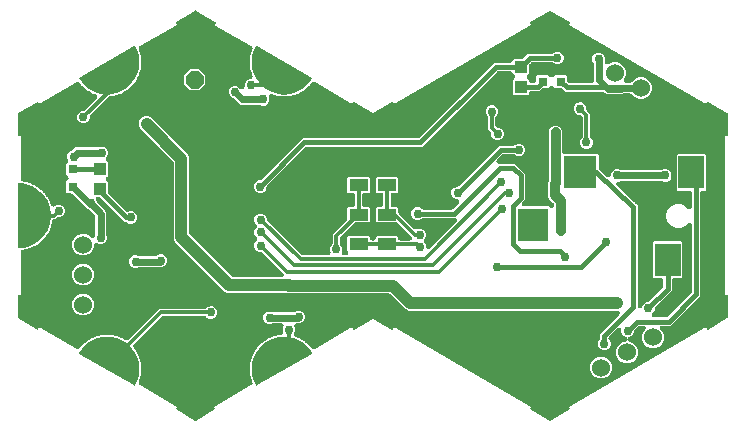
<source format=gbr>
G04 EAGLE Gerber RS-274X export*
G75*
%MOMM*%
%FSLAX34Y34*%
%LPD*%
%INTop Copper*%
%IPPOS*%
%AMOC8*
5,1,8,0,0,1.08239X$1,22.5*%
G01*
%ADD10R,0.800000X0.800000*%
%ADD11C,1.000000*%
%ADD12P,1.649562X8X22.500000*%
%ADD13R,1.100000X1.000000*%
%ADD14C,1.524000*%
%ADD15R,2.200000X2.800000*%
%ADD16R,2.600000X2.800000*%
%ADD17R,2.800000X2.800000*%
%ADD18R,1.600000X1.000000*%
%ADD19C,0.756400*%
%ADD20C,0.406400*%
%ADD21C,0.609600*%
%ADD22C,1.016000*%
%ADD23C,0.812800*%
%ADD24C,0.304800*%
%ADD25C,0.254000*%

G36*
X449241Y29511D02*
X449241Y29511D01*
X449318Y29510D01*
X449342Y29519D01*
X449363Y29520D01*
X449402Y29541D01*
X449474Y29567D01*
X465974Y39067D01*
X465996Y39086D01*
X466022Y39099D01*
X466056Y39137D01*
X466059Y39139D01*
X466062Y39143D01*
X466070Y39152D01*
X466123Y39199D01*
X466136Y39225D01*
X466155Y39247D01*
X466178Y39314D01*
X466209Y39378D01*
X466211Y39407D01*
X466220Y39434D01*
X466215Y39506D01*
X466218Y39577D01*
X466208Y39604D01*
X466206Y39633D01*
X466164Y39723D01*
X466149Y39763D01*
X466142Y39771D01*
X466136Y39784D01*
X465006Y41421D01*
X581442Y108644D01*
X582274Y106887D01*
X582291Y106864D01*
X582301Y106837D01*
X582350Y106785D01*
X582393Y106727D01*
X582418Y106713D01*
X582437Y106692D01*
X582503Y106663D01*
X582565Y106627D01*
X582593Y106624D01*
X582619Y106612D01*
X582691Y106611D01*
X582762Y106602D01*
X582789Y106610D01*
X582818Y106610D01*
X582913Y106645D01*
X582953Y106656D01*
X582962Y106663D01*
X582974Y106667D01*
X599474Y116167D01*
X599533Y116219D01*
X599595Y116265D01*
X599606Y116284D01*
X599623Y116299D01*
X599657Y116369D01*
X599697Y116436D01*
X599701Y116461D01*
X599709Y116478D01*
X599711Y116523D01*
X599724Y116600D01*
X599724Y135600D01*
X599719Y135628D01*
X599721Y135656D01*
X599699Y135724D01*
X599685Y135795D01*
X599669Y135818D01*
X599660Y135845D01*
X599613Y135900D01*
X599572Y135959D01*
X599548Y135974D01*
X599530Y135996D01*
X599465Y136027D01*
X599405Y136066D01*
X599377Y136071D01*
X599351Y136083D01*
X599250Y136092D01*
X599208Y136099D01*
X599198Y136097D01*
X599185Y136098D01*
X597224Y135942D01*
X597224Y270458D01*
X599185Y270302D01*
X599214Y270306D01*
X599242Y270301D01*
X599311Y270318D01*
X599383Y270326D01*
X599407Y270341D01*
X599435Y270347D01*
X599493Y270390D01*
X599555Y270426D01*
X599572Y270448D01*
X599595Y270465D01*
X599632Y270527D01*
X599675Y270584D01*
X599682Y270612D01*
X599697Y270636D01*
X599713Y270736D01*
X599724Y270777D01*
X599722Y270787D01*
X599724Y270800D01*
X599724Y289800D01*
X599709Y289876D01*
X599700Y289954D01*
X599689Y289973D01*
X599685Y289995D01*
X599641Y290059D01*
X599602Y290127D01*
X599583Y290143D01*
X599572Y290159D01*
X599534Y290183D01*
X599474Y290233D01*
X582974Y299733D01*
X582947Y299742D01*
X582923Y299758D01*
X582853Y299773D01*
X582785Y299796D01*
X582757Y299793D01*
X582729Y299799D01*
X582659Y299786D01*
X582587Y299780D01*
X582562Y299767D01*
X582534Y299761D01*
X582474Y299721D01*
X582411Y299688D01*
X582393Y299666D01*
X582369Y299650D01*
X582311Y299567D01*
X582284Y299535D01*
X582281Y299524D01*
X582274Y299514D01*
X581442Y297756D01*
X465006Y364979D01*
X466136Y366616D01*
X466147Y366643D01*
X466166Y366665D01*
X466186Y366734D01*
X466214Y366799D01*
X466214Y366828D01*
X466222Y366856D01*
X466214Y366927D01*
X466215Y366998D01*
X466203Y367025D01*
X466200Y367054D01*
X466165Y367116D01*
X466137Y367181D01*
X466117Y367202D01*
X466102Y367227D01*
X466025Y367290D01*
X465995Y367320D01*
X465985Y367324D01*
X465974Y367333D01*
X449474Y376833D01*
X449401Y376857D01*
X449331Y376888D01*
X449307Y376888D01*
X449285Y376896D01*
X449209Y376890D01*
X449132Y376891D01*
X449108Y376881D01*
X449087Y376880D01*
X449048Y376859D01*
X448976Y376833D01*
X432476Y367333D01*
X432454Y367314D01*
X432428Y367301D01*
X432380Y367248D01*
X432327Y367201D01*
X432314Y367175D01*
X432295Y367154D01*
X432272Y367086D01*
X432241Y367022D01*
X432240Y366993D01*
X432230Y366966D01*
X432235Y366894D01*
X432232Y366823D01*
X432242Y366796D01*
X432244Y366767D01*
X432286Y366677D01*
X432301Y366637D01*
X432308Y366629D01*
X432314Y366616D01*
X433444Y364979D01*
X317004Y297754D01*
X316177Y299513D01*
X316159Y299536D01*
X316149Y299563D01*
X316100Y299615D01*
X316058Y299672D01*
X316033Y299687D01*
X316013Y299708D01*
X315948Y299737D01*
X315886Y299772D01*
X315857Y299776D01*
X315831Y299788D01*
X315760Y299789D01*
X315689Y299798D01*
X315661Y299790D01*
X315632Y299791D01*
X315539Y299756D01*
X315498Y299744D01*
X315489Y299737D01*
X315476Y299733D01*
X299225Y290376D01*
X282974Y299733D01*
X282947Y299742D01*
X282923Y299759D01*
X282853Y299773D01*
X282785Y299796D01*
X282756Y299793D01*
X282728Y299799D01*
X282658Y299785D01*
X282587Y299780D01*
X282561Y299766D01*
X282533Y299761D01*
X282474Y299721D01*
X282411Y299688D01*
X282392Y299666D01*
X282368Y299649D01*
X282311Y299567D01*
X282284Y299535D01*
X282281Y299524D01*
X282273Y299513D01*
X281446Y297754D01*
X249960Y315932D01*
X249785Y316011D01*
X249609Y316092D01*
X249601Y316094D01*
X249593Y316098D01*
X249404Y316141D01*
X249217Y316186D01*
X249209Y316186D01*
X249201Y316188D01*
X249007Y316193D01*
X248815Y316200D01*
X248807Y316199D01*
X248798Y316199D01*
X248609Y316166D01*
X248417Y316135D01*
X248410Y316132D01*
X248402Y316130D01*
X248223Y316061D01*
X248041Y315992D01*
X248034Y315988D01*
X248026Y315985D01*
X247864Y315881D01*
X247700Y315778D01*
X247693Y315772D01*
X247687Y315768D01*
X247651Y315733D01*
X247455Y315554D01*
X247043Y315109D01*
X247002Y315055D01*
X246854Y314872D01*
X246481Y314325D01*
X246409Y314279D01*
X246298Y314221D01*
X246238Y314173D01*
X246173Y314132D01*
X246053Y314022D01*
X245985Y313967D01*
X245963Y313939D01*
X245929Y313908D01*
X244998Y312904D01*
X244952Y312844D01*
X244899Y312789D01*
X244831Y312683D01*
X244755Y312584D01*
X244722Y312515D01*
X244680Y312450D01*
X244635Y312334D01*
X244632Y312329D01*
X244107Y311910D01*
X244059Y311863D01*
X243884Y311703D01*
X243434Y311217D01*
X243356Y311183D01*
X243237Y311142D01*
X243171Y311103D01*
X243101Y311073D01*
X242966Y310981D01*
X242891Y310937D01*
X242864Y310913D01*
X242826Y310887D01*
X241756Y310034D01*
X241702Y309980D01*
X241641Y309934D01*
X241558Y309840D01*
X241468Y309753D01*
X241425Y309690D01*
X241374Y309632D01*
X241312Y309524D01*
X241308Y309519D01*
X240726Y309183D01*
X240672Y309144D01*
X240476Y309012D01*
X239958Y308599D01*
X239875Y308577D01*
X239752Y308554D01*
X239681Y308525D01*
X239607Y308505D01*
X239460Y308435D01*
X239379Y308403D01*
X239349Y308383D01*
X239308Y308363D01*
X238123Y307679D01*
X238061Y307634D01*
X237993Y307597D01*
X237898Y307517D01*
X237796Y307444D01*
X237744Y307388D01*
X237685Y307338D01*
X237607Y307241D01*
X237603Y307237D01*
X236977Y306991D01*
X236918Y306960D01*
X236704Y306859D01*
X236131Y306528D01*
X236046Y306518D01*
X235920Y306514D01*
X235846Y306496D01*
X235770Y306487D01*
X235614Y306440D01*
X235529Y306420D01*
X235496Y306405D01*
X235452Y306392D01*
X234179Y305891D01*
X234111Y305856D01*
X234039Y305830D01*
X233932Y305765D01*
X233820Y305708D01*
X233760Y305660D01*
X233695Y305620D01*
X233603Y305535D01*
X233599Y305531D01*
X232944Y305382D01*
X232879Y305360D01*
X232654Y305292D01*
X232037Y305050D01*
X231952Y305053D01*
X231827Y305067D01*
X231751Y305061D01*
X231675Y305064D01*
X231513Y305041D01*
X231426Y305033D01*
X231392Y305023D01*
X231346Y305017D01*
X230012Y304712D01*
X229940Y304687D01*
X229865Y304672D01*
X229749Y304623D01*
X229631Y304583D01*
X229564Y304545D01*
X229494Y304515D01*
X229390Y304445D01*
X229385Y304442D01*
X228715Y304392D01*
X228648Y304380D01*
X228415Y304346D01*
X227769Y304199D01*
X227686Y304215D01*
X227564Y304247D01*
X227488Y304252D01*
X227413Y304267D01*
X227249Y304268D01*
X227163Y304273D01*
X227127Y304269D01*
X227081Y304269D01*
X225717Y304166D01*
X225641Y304153D01*
X225565Y304149D01*
X225443Y304118D01*
X225320Y304096D01*
X225249Y304068D01*
X225175Y304049D01*
X225062Y303995D01*
X225057Y303993D01*
X224386Y304043D01*
X224319Y304042D01*
X224082Y304043D01*
X223422Y303993D01*
X223342Y304022D01*
X223227Y304072D01*
X223152Y304088D01*
X223080Y304114D01*
X222919Y304139D01*
X222833Y304157D01*
X222798Y304158D01*
X222752Y304165D01*
X221387Y304267D01*
X221311Y304265D01*
X221235Y304273D01*
X221110Y304260D01*
X220985Y304257D01*
X220910Y304240D01*
X220834Y304232D01*
X220714Y304196D01*
X220709Y304194D01*
X220054Y304344D01*
X219987Y304352D01*
X219753Y304389D01*
X219093Y304438D01*
X219018Y304478D01*
X218912Y304545D01*
X218840Y304572D01*
X218772Y304608D01*
X218617Y304657D01*
X218535Y304688D01*
X218500Y304694D01*
X218456Y304708D01*
X217122Y305012D01*
X217046Y305022D01*
X216972Y305040D01*
X216847Y305046D01*
X216722Y305062D01*
X216646Y305056D01*
X216570Y305060D01*
X216446Y305042D01*
X216440Y305041D01*
X215814Y305287D01*
X215750Y305305D01*
X215524Y305376D01*
X214879Y305523D01*
X214810Y305574D01*
X214715Y305656D01*
X214648Y305693D01*
X214587Y305739D01*
X214440Y305811D01*
X214364Y305854D01*
X214330Y305865D01*
X214289Y305885D01*
X214037Y305984D01*
X213854Y306035D01*
X213670Y306089D01*
X213660Y306090D01*
X213650Y306093D01*
X213459Y306107D01*
X213269Y306124D01*
X213258Y306122D01*
X213248Y306123D01*
X213059Y306100D01*
X212869Y306078D01*
X212859Y306075D01*
X212848Y306074D01*
X212667Y306014D01*
X212485Y305955D01*
X212476Y305950D01*
X212466Y305947D01*
X212301Y305852D01*
X212134Y305759D01*
X212126Y305752D01*
X212117Y305747D01*
X211975Y305623D01*
X211828Y305497D01*
X211822Y305489D01*
X211814Y305482D01*
X211698Y305331D01*
X211580Y305180D01*
X211575Y305171D01*
X211569Y305162D01*
X211485Y304992D01*
X211399Y304820D01*
X211396Y304810D01*
X211392Y304801D01*
X211343Y304616D01*
X211293Y304432D01*
X211292Y304422D01*
X211289Y304412D01*
X211278Y304221D01*
X211265Y304030D01*
X211267Y304020D01*
X211266Y304010D01*
X211292Y303822D01*
X211317Y303631D01*
X211321Y303620D01*
X211322Y303611D01*
X211341Y303558D01*
X211419Y303315D01*
X211682Y302681D01*
X211682Y300569D01*
X210874Y298619D01*
X209381Y297126D01*
X207431Y296318D01*
X205319Y296318D01*
X203921Y296898D01*
X203891Y296907D01*
X203863Y296921D01*
X203698Y296965D01*
X203535Y297014D01*
X203504Y297017D01*
X203474Y297025D01*
X203143Y297052D01*
X188003Y297052D01*
X186322Y297748D01*
X181614Y302456D01*
X181590Y302476D01*
X181570Y302500D01*
X181435Y302604D01*
X181303Y302712D01*
X181275Y302726D01*
X181250Y302745D01*
X180955Y302897D01*
X179556Y303476D01*
X178064Y304969D01*
X177256Y306919D01*
X177256Y309031D01*
X178064Y310981D01*
X179556Y312474D01*
X181507Y313282D01*
X183618Y313282D01*
X185568Y312474D01*
X187282Y310760D01*
X187289Y310755D01*
X187295Y310748D01*
X187444Y310628D01*
X187593Y310505D01*
X187601Y310501D01*
X187608Y310496D01*
X187779Y310407D01*
X187949Y310317D01*
X187958Y310314D01*
X187966Y310310D01*
X188150Y310257D01*
X188335Y310202D01*
X188344Y310201D01*
X188353Y310199D01*
X188543Y310183D01*
X188736Y310166D01*
X188745Y310166D01*
X188754Y310166D01*
X188943Y310188D01*
X189136Y310209D01*
X189145Y310212D01*
X189154Y310213D01*
X189336Y310272D01*
X189520Y310330D01*
X189528Y310335D01*
X189536Y310338D01*
X189703Y310432D01*
X189872Y310525D01*
X189879Y310531D01*
X189887Y310535D01*
X190032Y310661D01*
X190179Y310786D01*
X190185Y310793D01*
X190192Y310799D01*
X190307Y310947D01*
X190429Y311102D01*
X190433Y311110D01*
X190439Y311117D01*
X190524Y311288D01*
X190611Y311461D01*
X190614Y311469D01*
X190618Y311477D01*
X190668Y311663D01*
X190719Y311848D01*
X190720Y311857D01*
X190722Y311866D01*
X190750Y312197D01*
X190750Y314587D01*
X191557Y316537D01*
X193050Y318030D01*
X195001Y318838D01*
X195562Y318838D01*
X195682Y318850D01*
X195802Y318852D01*
X195882Y318870D01*
X195963Y318878D01*
X196078Y318913D01*
X196196Y318939D01*
X196270Y318972D01*
X196348Y318996D01*
X196454Y319053D01*
X196564Y319102D01*
X196630Y319149D01*
X196702Y319188D01*
X196794Y319265D01*
X196893Y319334D01*
X196949Y319393D01*
X197011Y319446D01*
X197087Y319539D01*
X197169Y319627D01*
X197213Y319696D01*
X197263Y319759D01*
X197319Y319866D01*
X197383Y319968D01*
X197412Y320045D01*
X197449Y320117D01*
X197482Y320232D01*
X197525Y320345D01*
X197538Y320425D01*
X197560Y320504D01*
X197570Y320624D01*
X197590Y320742D01*
X197587Y320824D01*
X197593Y320905D01*
X197579Y321024D01*
X197575Y321145D01*
X197554Y321238D01*
X197546Y321305D01*
X197525Y321371D01*
X197503Y321469D01*
X197236Y322334D01*
X197210Y322396D01*
X197125Y322617D01*
X196837Y323213D01*
X196834Y323299D01*
X196839Y323424D01*
X196827Y323500D01*
X196824Y323576D01*
X196789Y323735D01*
X196775Y323822D01*
X196762Y323855D01*
X196752Y323900D01*
X196349Y325207D01*
X196319Y325278D01*
X196298Y325352D01*
X196241Y325463D01*
X196192Y325578D01*
X196149Y325642D01*
X196114Y325710D01*
X196036Y325808D01*
X196033Y325812D01*
X195933Y326477D01*
X195916Y326542D01*
X195865Y326773D01*
X195670Y327406D01*
X195679Y327491D01*
X195703Y327614D01*
X195702Y327690D01*
X195711Y327766D01*
X195699Y327929D01*
X195699Y328016D01*
X195691Y328051D01*
X195688Y328097D01*
X195484Y329450D01*
X195465Y329525D01*
X195455Y329601D01*
X195415Y329719D01*
X195384Y329841D01*
X195351Y329910D01*
X195327Y329982D01*
X195264Y330091D01*
X195262Y330096D01*
X195262Y330768D01*
X195255Y330835D01*
X195239Y331071D01*
X195140Y331725D01*
X195162Y331808D01*
X195204Y331926D01*
X195214Y332002D01*
X195234Y332076D01*
X195247Y332239D01*
X195259Y332325D01*
X195257Y332361D01*
X195261Y332407D01*
X195261Y333775D01*
X195253Y333851D01*
X195255Y333928D01*
X195233Y334051D01*
X195221Y334176D01*
X195198Y334249D01*
X195185Y334324D01*
X195139Y334441D01*
X195137Y334446D01*
X195237Y335111D01*
X195241Y335178D01*
X195260Y335413D01*
X195260Y336076D01*
X195294Y336154D01*
X195353Y336265D01*
X195375Y336338D01*
X195405Y336408D01*
X195443Y336567D01*
X195467Y336651D01*
X195471Y336686D01*
X195481Y336731D01*
X195685Y338084D01*
X195689Y338161D01*
X195702Y338236D01*
X195699Y338361D01*
X195705Y338486D01*
X195694Y338562D01*
X195692Y338639D01*
X195664Y338760D01*
X195663Y338766D01*
X195861Y339409D01*
X195874Y339474D01*
X195928Y339705D01*
X196027Y340359D01*
X196072Y340432D01*
X196147Y340532D01*
X196179Y340602D01*
X196220Y340667D01*
X196281Y340818D01*
X196318Y340897D01*
X196326Y340932D01*
X196343Y340975D01*
X196746Y342282D01*
X196762Y342357D01*
X196786Y342430D01*
X196801Y342554D01*
X196826Y342677D01*
X196826Y342754D01*
X196836Y342829D01*
X196826Y342954D01*
X196826Y342960D01*
X197118Y343566D01*
X197141Y343629D01*
X197229Y343848D01*
X197413Y344446D01*
X197451Y344632D01*
X197491Y344823D01*
X197491Y344832D01*
X197493Y344841D01*
X197493Y345033D01*
X197495Y345226D01*
X197493Y345235D01*
X197493Y345244D01*
X197456Y345431D01*
X197419Y345622D01*
X197416Y345630D01*
X197414Y345638D01*
X197340Y345816D01*
X197267Y345994D01*
X197263Y346002D01*
X197259Y346010D01*
X197152Y346169D01*
X197045Y346330D01*
X197038Y346336D01*
X197034Y346343D01*
X196898Y346477D01*
X196760Y346615D01*
X196752Y346620D01*
X196747Y346626D01*
X196703Y346654D01*
X196487Y346804D01*
X165006Y364979D01*
X166136Y366616D01*
X166147Y366643D01*
X166166Y366665D01*
X166186Y366734D01*
X166214Y366799D01*
X166214Y366828D01*
X166222Y366856D01*
X166214Y366927D01*
X166215Y366998D01*
X166203Y367025D01*
X166200Y367054D01*
X166165Y367116D01*
X166137Y367181D01*
X166117Y367202D01*
X166102Y367227D01*
X166025Y367290D01*
X165995Y367320D01*
X165985Y367324D01*
X165974Y367333D01*
X149474Y376833D01*
X149401Y376857D01*
X149331Y376888D01*
X149307Y376888D01*
X149285Y376896D01*
X149209Y376890D01*
X149132Y376891D01*
X149108Y376881D01*
X149087Y376880D01*
X149048Y376859D01*
X148976Y376833D01*
X132476Y367333D01*
X132454Y367314D01*
X132428Y367301D01*
X132380Y367248D01*
X132327Y367201D01*
X132314Y367175D01*
X132295Y367154D01*
X132272Y367086D01*
X132241Y367022D01*
X132240Y366993D01*
X132230Y366966D01*
X132235Y366894D01*
X132232Y366823D01*
X132242Y366796D01*
X132244Y366767D01*
X132286Y366677D01*
X132301Y366637D01*
X132308Y366629D01*
X132314Y366616D01*
X133444Y364979D01*
X101963Y346804D01*
X101807Y346692D01*
X101649Y346580D01*
X101643Y346574D01*
X101635Y346569D01*
X101504Y346428D01*
X101372Y346288D01*
X101367Y346280D01*
X101361Y346274D01*
X101261Y346110D01*
X101158Y345947D01*
X101155Y345938D01*
X101150Y345931D01*
X101083Y345748D01*
X101016Y345570D01*
X101015Y345561D01*
X101012Y345553D01*
X100982Y345361D01*
X100951Y345173D01*
X100951Y345164D01*
X100950Y345155D01*
X100958Y344964D01*
X100965Y344770D01*
X100968Y344761D01*
X100968Y344753D01*
X100980Y344703D01*
X101037Y344446D01*
X101221Y343848D01*
X101247Y343786D01*
X101332Y343566D01*
X101619Y342969D01*
X101622Y342884D01*
X101617Y342758D01*
X101629Y342683D01*
X101632Y342606D01*
X101667Y342447D01*
X101681Y342361D01*
X101694Y342327D01*
X101704Y342282D01*
X102107Y340975D01*
X102136Y340904D01*
X102157Y340830D01*
X102214Y340719D01*
X102263Y340603D01*
X102306Y340540D01*
X102341Y340472D01*
X102419Y340374D01*
X102422Y340369D01*
X102522Y339705D01*
X102538Y339639D01*
X102589Y339409D01*
X102784Y338776D01*
X102774Y338691D01*
X102751Y338568D01*
X102752Y338491D01*
X102743Y338415D01*
X102754Y338253D01*
X102755Y338165D01*
X102762Y338130D01*
X102765Y338084D01*
X102969Y336731D01*
X102988Y336657D01*
X102997Y336581D01*
X103037Y336462D01*
X103068Y336341D01*
X103101Y336272D01*
X103125Y336199D01*
X103188Y336091D01*
X103190Y336086D01*
X103190Y335413D01*
X103197Y335346D01*
X103213Y335111D01*
X103311Y334456D01*
X103289Y334374D01*
X103247Y334255D01*
X103236Y334179D01*
X103217Y334106D01*
X103203Y333943D01*
X103191Y333857D01*
X103193Y333821D01*
X103189Y333775D01*
X103189Y332407D01*
X103197Y332330D01*
X103195Y332254D01*
X103216Y332130D01*
X103229Y332006D01*
X103251Y331933D01*
X103264Y331857D01*
X103310Y331741D01*
X103312Y331735D01*
X103211Y331071D01*
X103208Y331003D01*
X103188Y330768D01*
X103188Y330106D01*
X103154Y330028D01*
X103095Y329917D01*
X103073Y329843D01*
X103043Y329773D01*
X103005Y329615D01*
X102980Y329531D01*
X102977Y329495D01*
X102966Y329450D01*
X102762Y328097D01*
X102758Y328021D01*
X102745Y327946D01*
X102748Y327820D01*
X102742Y327695D01*
X102753Y327620D01*
X102755Y327543D01*
X102783Y327421D01*
X102783Y327416D01*
X102585Y326773D01*
X102572Y326707D01*
X102517Y326477D01*
X102418Y325823D01*
X102373Y325750D01*
X102298Y325649D01*
X102266Y325580D01*
X102225Y325515D01*
X102164Y325364D01*
X102127Y325285D01*
X102119Y325250D01*
X102102Y325207D01*
X101698Y323900D01*
X101683Y323825D01*
X101658Y323753D01*
X101643Y323628D01*
X101618Y323506D01*
X101618Y323429D01*
X101608Y323353D01*
X101617Y323228D01*
X101617Y323223D01*
X101325Y322617D01*
X101302Y322553D01*
X101214Y322334D01*
X101019Y321702D01*
X100963Y321637D01*
X100874Y321549D01*
X100832Y321485D01*
X100782Y321427D01*
X100699Y321286D01*
X100651Y321214D01*
X100637Y321181D01*
X100614Y321141D01*
X100020Y319908D01*
X99996Y319843D01*
X99965Y319783D01*
X99963Y319777D01*
X99959Y319768D01*
X99925Y319648D01*
X99882Y319530D01*
X99870Y319454D01*
X99868Y319448D01*
X99854Y319396D01*
X99853Y319395D01*
X99849Y319381D01*
X99840Y319256D01*
X99839Y319250D01*
X99460Y318695D01*
X99428Y318636D01*
X99308Y318432D01*
X99021Y317836D01*
X98956Y317780D01*
X98855Y317706D01*
X98804Y317649D01*
X98745Y317599D01*
X98643Y317472D01*
X98584Y317408D01*
X98566Y317377D01*
X98537Y317341D01*
X97766Y316211D01*
X97729Y316144D01*
X97684Y316082D01*
X97633Y315968D01*
X97573Y315858D01*
X97550Y315785D01*
X97519Y315715D01*
X97491Y315593D01*
X97489Y315587D01*
X97031Y315095D01*
X96990Y315041D01*
X96842Y314857D01*
X96469Y314311D01*
X96396Y314265D01*
X96286Y314207D01*
X96226Y314158D01*
X96161Y314118D01*
X96041Y314008D01*
X95973Y313953D01*
X95950Y313925D01*
X95916Y313894D01*
X94985Y312891D01*
X94939Y312830D01*
X94886Y312775D01*
X94818Y312670D01*
X94742Y312570D01*
X94709Y312501D01*
X94667Y312437D01*
X94621Y312321D01*
X94619Y312316D01*
X94093Y311897D01*
X94045Y311850D01*
X93870Y311690D01*
X93420Y311205D01*
X93342Y311171D01*
X93223Y311130D01*
X93157Y311091D01*
X93087Y311060D01*
X92952Y310970D01*
X92877Y310925D01*
X92850Y310901D01*
X92812Y310876D01*
X91742Y310023D01*
X91687Y309969D01*
X91626Y309923D01*
X91543Y309829D01*
X91453Y309742D01*
X91410Y309679D01*
X91359Y309621D01*
X91297Y309513D01*
X91293Y309508D01*
X90711Y309172D01*
X90656Y309133D01*
X90460Y309001D01*
X89942Y308589D01*
X89860Y308567D01*
X89736Y308544D01*
X89665Y308515D01*
X89592Y308495D01*
X89444Y308426D01*
X89363Y308393D01*
X89333Y308373D01*
X89292Y308354D01*
X88106Y307670D01*
X88044Y307625D01*
X87977Y307589D01*
X87881Y307508D01*
X87779Y307435D01*
X87727Y307379D01*
X87669Y307330D01*
X87590Y307232D01*
X87587Y307228D01*
X86961Y306983D01*
X86901Y306952D01*
X86687Y306851D01*
X86114Y306520D01*
X86029Y306511D01*
X85903Y306506D01*
X85829Y306488D01*
X85753Y306480D01*
X85596Y306433D01*
X85512Y306413D01*
X85479Y306398D01*
X85435Y306384D01*
X84161Y305885D01*
X84093Y305850D01*
X84021Y305824D01*
X83914Y305759D01*
X83803Y305701D01*
X83743Y305654D01*
X83678Y305614D01*
X83586Y305529D01*
X83581Y305525D01*
X82926Y305376D01*
X82862Y305355D01*
X82636Y305287D01*
X82019Y305045D01*
X81934Y305048D01*
X81809Y305063D01*
X81733Y305056D01*
X81657Y305059D01*
X81495Y305036D01*
X81408Y305029D01*
X81374Y305019D01*
X81328Y305012D01*
X79994Y304708D01*
X79921Y304684D01*
X79846Y304668D01*
X79731Y304620D01*
X79612Y304580D01*
X79546Y304542D01*
X79475Y304512D01*
X79372Y304442D01*
X79367Y304439D01*
X78696Y304389D01*
X78630Y304377D01*
X78396Y304344D01*
X77750Y304197D01*
X77668Y304212D01*
X77546Y304245D01*
X77471Y304250D01*
X77396Y304264D01*
X77231Y304266D01*
X77144Y304271D01*
X77110Y304267D01*
X77065Y304267D01*
X77052Y304266D01*
X76901Y304240D01*
X76749Y304221D01*
X76703Y304205D01*
X76656Y304197D01*
X76513Y304141D01*
X76367Y304092D01*
X76325Y304068D01*
X76280Y304051D01*
X76151Y303968D01*
X76018Y303891D01*
X75976Y303856D01*
X75941Y303834D01*
X75880Y303774D01*
X75765Y303677D01*
X60222Y288134D01*
X60205Y288113D01*
X60185Y288096D01*
X60078Y287958D01*
X59967Y287822D01*
X59955Y287799D01*
X59938Y287778D01*
X59860Y287621D01*
X59778Y287467D01*
X59771Y287441D01*
X59759Y287417D01*
X59713Y287248D01*
X59664Y287081D01*
X59661Y287054D01*
X59654Y287028D01*
X59627Y286698D01*
X59627Y285488D01*
X58819Y283538D01*
X57327Y282045D01*
X55376Y281237D01*
X53265Y281237D01*
X51314Y282045D01*
X49822Y283538D01*
X49014Y285488D01*
X49014Y287599D01*
X49822Y289550D01*
X51314Y291043D01*
X53265Y291850D01*
X54474Y291850D01*
X54501Y291853D01*
X54528Y291851D01*
X54702Y291873D01*
X54875Y291890D01*
X54900Y291898D01*
X54927Y291902D01*
X55093Y291957D01*
X55260Y292009D01*
X55283Y292021D01*
X55309Y292030D01*
X55460Y292117D01*
X55614Y292200D01*
X55634Y292217D01*
X55658Y292231D01*
X55911Y292445D01*
X65628Y302162D01*
X65744Y302305D01*
X65863Y302445D01*
X65871Y302460D01*
X65883Y302474D01*
X65968Y302636D01*
X66058Y302797D01*
X66063Y302814D01*
X66071Y302830D01*
X66123Y303005D01*
X66179Y303181D01*
X66181Y303198D01*
X66186Y303215D01*
X66202Y303397D01*
X66222Y303581D01*
X66221Y303599D01*
X66222Y303616D01*
X66203Y303799D01*
X66186Y303982D01*
X66181Y303999D01*
X66179Y304017D01*
X66123Y304193D01*
X66071Y304368D01*
X66063Y304383D01*
X66058Y304401D01*
X65968Y304562D01*
X65883Y304724D01*
X65871Y304737D01*
X65863Y304753D01*
X65744Y304893D01*
X65627Y305035D01*
X65614Y305046D01*
X65602Y305060D01*
X65458Y305174D01*
X65316Y305290D01*
X65300Y305298D01*
X65286Y305309D01*
X65122Y305393D01*
X64960Y305479D01*
X64942Y305485D01*
X64927Y305492D01*
X64898Y305500D01*
X64893Y305506D01*
X64792Y305580D01*
X64697Y305662D01*
X64631Y305699D01*
X64569Y305745D01*
X64423Y305817D01*
X64347Y305860D01*
X64313Y305871D01*
X64271Y305891D01*
X62998Y306392D01*
X62924Y306412D01*
X62854Y306442D01*
X62731Y306467D01*
X62610Y306501D01*
X62534Y306507D01*
X62459Y306522D01*
X62334Y306522D01*
X62328Y306523D01*
X61746Y306859D01*
X61685Y306886D01*
X61473Y306991D01*
X60856Y307233D01*
X60796Y307293D01*
X60714Y307388D01*
X60654Y307436D01*
X60600Y307490D01*
X60466Y307583D01*
X60397Y307636D01*
X60365Y307652D01*
X60327Y307679D01*
X59142Y308363D01*
X59073Y308395D01*
X59007Y308435D01*
X58890Y308477D01*
X58776Y308529D01*
X58701Y308546D01*
X58629Y308572D01*
X58505Y308591D01*
X58500Y308592D01*
X57974Y309012D01*
X57918Y309048D01*
X57724Y309183D01*
X57150Y309514D01*
X57100Y309583D01*
X57033Y309689D01*
X56981Y309745D01*
X56935Y309806D01*
X56816Y309918D01*
X56756Y309982D01*
X56727Y310002D01*
X56694Y310034D01*
X55624Y310887D01*
X55560Y310929D01*
X55501Y310978D01*
X55391Y311038D01*
X55286Y311106D01*
X55215Y311134D01*
X55148Y311171D01*
X55028Y311208D01*
X55023Y311210D01*
X54566Y311703D01*
X54515Y311748D01*
X54343Y311910D01*
X53826Y312323D01*
X53786Y312398D01*
X53736Y312513D01*
X53692Y312576D01*
X53657Y312644D01*
X53556Y312772D01*
X53506Y312844D01*
X53480Y312868D01*
X53452Y312904D01*
X52521Y313908D01*
X52464Y313958D01*
X52413Y314016D01*
X52313Y314091D01*
X52220Y314174D01*
X52153Y314213D01*
X52092Y314259D01*
X51980Y314314D01*
X51975Y314316D01*
X51596Y314872D01*
X51553Y314924D01*
X51407Y315109D01*
X50995Y315554D01*
X50851Y315682D01*
X50706Y315811D01*
X50699Y315815D01*
X50693Y315821D01*
X50527Y315917D01*
X50360Y316016D01*
X50352Y316018D01*
X50345Y316023D01*
X50162Y316084D01*
X49979Y316148D01*
X49971Y316149D01*
X49964Y316152D01*
X49771Y316177D01*
X49581Y316203D01*
X49572Y316202D01*
X49564Y316203D01*
X49370Y316190D01*
X49179Y316178D01*
X49171Y316176D01*
X49163Y316175D01*
X48976Y316124D01*
X48790Y316074D01*
X48782Y316070D01*
X48774Y316068D01*
X48730Y316046D01*
X48490Y315932D01*
X17010Y297758D01*
X16158Y299553D01*
X16140Y299577D01*
X16130Y299604D01*
X16081Y299656D01*
X16038Y299713D01*
X16013Y299727D01*
X15993Y299748D01*
X15928Y299777D01*
X15866Y299812D01*
X15838Y299816D01*
X15811Y299828D01*
X15740Y299828D01*
X15669Y299837D01*
X15641Y299829D01*
X15612Y299830D01*
X15519Y299795D01*
X15478Y299783D01*
X15469Y299776D01*
X15457Y299771D01*
X-1021Y290232D01*
X-1078Y290181D01*
X-1140Y290136D01*
X-1152Y290116D01*
X-1170Y290100D01*
X-1203Y290031D01*
X-1242Y289965D01*
X-1246Y289939D01*
X-1255Y289921D01*
X-1257Y289876D01*
X-1270Y289801D01*
X-1293Y270761D01*
X-1287Y270733D01*
X-1289Y270704D01*
X-1267Y270636D01*
X-1253Y270566D01*
X-1237Y270542D01*
X-1228Y270515D01*
X-1181Y270461D01*
X-1141Y270402D01*
X-1117Y270387D01*
X-1098Y270365D01*
X-1033Y270333D01*
X-973Y270295D01*
X-945Y270290D01*
X-919Y270277D01*
X-819Y270269D01*
X-777Y270262D01*
X-767Y270264D01*
X-753Y270263D01*
X1226Y270423D01*
X1226Y234057D01*
X1245Y233866D01*
X1262Y233673D01*
X1265Y233665D01*
X1266Y233656D01*
X1322Y233472D01*
X1377Y233287D01*
X1381Y233280D01*
X1384Y233271D01*
X1476Y233102D01*
X1566Y232932D01*
X1571Y232925D01*
X1576Y232917D01*
X1701Y232767D01*
X1821Y232620D01*
X1828Y232615D01*
X1833Y232608D01*
X1984Y232487D01*
X2133Y232365D01*
X2140Y232361D01*
X2147Y232356D01*
X2317Y232267D01*
X2489Y232177D01*
X2498Y232174D01*
X2504Y232170D01*
X2553Y232156D01*
X2805Y232077D01*
X3403Y231940D01*
X3470Y231932D01*
X3704Y231895D01*
X4364Y231845D01*
X4439Y231805D01*
X4545Y231739D01*
X4617Y231711D01*
X4684Y231675D01*
X4840Y231626D01*
X4922Y231595D01*
X4957Y231589D01*
X5001Y231575D01*
X6333Y231271D01*
X6409Y231262D01*
X6483Y231243D01*
X6608Y231237D01*
X6732Y231221D01*
X6808Y231227D01*
X6885Y231223D01*
X7009Y231242D01*
X7014Y231242D01*
X7640Y230996D01*
X7705Y230978D01*
X7930Y230907D01*
X8576Y230759D01*
X8644Y230709D01*
X8739Y230627D01*
X8806Y230589D01*
X8868Y230544D01*
X9014Y230472D01*
X9090Y230429D01*
X9124Y230418D01*
X9166Y230398D01*
X10437Y229899D01*
X10511Y229878D01*
X10581Y229848D01*
X10704Y229823D01*
X10825Y229789D01*
X10901Y229783D01*
X10976Y229768D01*
X11101Y229768D01*
X11107Y229768D01*
X11689Y229432D01*
X11750Y229404D01*
X11963Y229300D01*
X12579Y229058D01*
X12639Y228998D01*
X12721Y228902D01*
X12781Y228855D01*
X12835Y228801D01*
X12969Y228708D01*
X13038Y228655D01*
X13070Y228639D01*
X13108Y228612D01*
X14291Y227929D01*
X14361Y227898D01*
X14426Y227858D01*
X14544Y227815D01*
X14658Y227763D01*
X14733Y227746D01*
X14805Y227720D01*
X14929Y227701D01*
X14934Y227700D01*
X15459Y227281D01*
X15516Y227244D01*
X15710Y227110D01*
X16284Y226779D01*
X16334Y226710D01*
X16401Y226604D01*
X16453Y226548D01*
X16499Y226487D01*
X16618Y226375D01*
X16678Y226312D01*
X16707Y226291D01*
X16741Y226259D01*
X17809Y225408D01*
X17873Y225366D01*
X17931Y225317D01*
X18042Y225257D01*
X18147Y225189D01*
X18218Y225161D01*
X18285Y225124D01*
X18405Y225087D01*
X18410Y225085D01*
X18867Y224592D01*
X18918Y224548D01*
X19090Y224386D01*
X19607Y223973D01*
X19647Y223898D01*
X19697Y223783D01*
X19741Y223720D01*
X19777Y223652D01*
X19877Y223524D01*
X19927Y223452D01*
X19953Y223427D01*
X19982Y223391D01*
X20911Y222390D01*
X20968Y222339D01*
X21019Y222282D01*
X21119Y222206D01*
X21213Y222123D01*
X21279Y222085D01*
X21340Y222039D01*
X21453Y221984D01*
X21457Y221981D01*
X21836Y221426D01*
X21879Y221374D01*
X22025Y221189D01*
X22476Y220703D01*
X22504Y220622D01*
X22536Y220501D01*
X22570Y220433D01*
X22595Y220361D01*
X22676Y220219D01*
X22714Y220140D01*
X22737Y220112D01*
X22759Y220072D01*
X23529Y218943D01*
X23578Y218885D01*
X23619Y218820D01*
X23707Y218731D01*
X23787Y218635D01*
X23847Y218587D01*
X23901Y218532D01*
X24004Y218462D01*
X24008Y218458D01*
X24300Y217852D01*
X24335Y217795D01*
X24452Y217589D01*
X24825Y217042D01*
X24841Y216958D01*
X24854Y216834D01*
X24878Y216761D01*
X24892Y216686D01*
X24950Y216534D01*
X24977Y216450D01*
X24995Y216419D01*
X25011Y216376D01*
X25604Y215145D01*
X25644Y215080D01*
X25675Y215010D01*
X25748Y214908D01*
X25813Y214802D01*
X25865Y214745D01*
X25910Y214683D01*
X26002Y214598D01*
X26006Y214594D01*
X26204Y213952D01*
X26230Y213889D01*
X26315Y213669D01*
X26602Y213072D01*
X26605Y212987D01*
X26600Y212862D01*
X26612Y212786D01*
X26615Y212710D01*
X26650Y212550D01*
X26664Y212464D01*
X26677Y212431D01*
X26687Y212386D01*
X26722Y212273D01*
X26764Y212173D01*
X26796Y212069D01*
X26842Y211988D01*
X26878Y211902D01*
X26939Y211812D01*
X26991Y211717D01*
X27051Y211646D01*
X27104Y211569D01*
X27182Y211493D01*
X27252Y211410D01*
X27325Y211352D01*
X27392Y211287D01*
X27482Y211228D01*
X27568Y211161D01*
X27651Y211118D01*
X27729Y211067D01*
X27830Y211027D01*
X27927Y210978D01*
X28017Y210953D01*
X28103Y210919D01*
X28210Y210899D01*
X28314Y210870D01*
X28408Y210863D01*
X28499Y210847D01*
X28608Y210849D01*
X28716Y210841D01*
X28809Y210852D01*
X28902Y210854D01*
X29008Y210878D01*
X29115Y210891D01*
X29204Y210921D01*
X29295Y210941D01*
X29394Y210985D01*
X29497Y211019D01*
X29578Y211066D01*
X29663Y211104D01*
X29752Y211166D01*
X29846Y211220D01*
X29931Y211293D01*
X29992Y211336D01*
X30034Y211380D01*
X30099Y211435D01*
X30331Y211668D01*
X32282Y212475D01*
X34393Y212475D01*
X36344Y211668D01*
X37836Y210175D01*
X38644Y208224D01*
X38644Y206113D01*
X37836Y204163D01*
X36344Y202670D01*
X34393Y201862D01*
X33184Y201862D01*
X33157Y201859D01*
X33130Y201861D01*
X32957Y201839D01*
X32783Y201822D01*
X32758Y201814D01*
X32731Y201811D01*
X32565Y201755D01*
X32398Y201704D01*
X32375Y201691D01*
X32349Y201683D01*
X32198Y201595D01*
X32044Y201512D01*
X32024Y201495D01*
X32000Y201482D01*
X31747Y201267D01*
X30632Y200151D01*
X29790Y200151D01*
X29723Y200145D01*
X29655Y200147D01*
X29523Y200125D01*
X29389Y200111D01*
X29324Y200092D01*
X29258Y200080D01*
X29133Y200033D01*
X29004Y199993D01*
X28945Y199961D01*
X28882Y199937D01*
X28768Y199865D01*
X28650Y199801D01*
X28598Y199758D01*
X28541Y199722D01*
X28444Y199630D01*
X28341Y199544D01*
X28299Y199491D01*
X28250Y199444D01*
X28173Y199335D01*
X28089Y199230D01*
X28057Y199170D01*
X28019Y199115D01*
X27965Y198992D01*
X27903Y198873D01*
X27884Y198808D01*
X27857Y198746D01*
X27816Y198569D01*
X27792Y198486D01*
X27789Y198458D01*
X27781Y198423D01*
X27749Y198210D01*
X27745Y198134D01*
X27732Y198058D01*
X27735Y197933D01*
X27729Y197808D01*
X27740Y197732D01*
X27742Y197656D01*
X27770Y197534D01*
X27771Y197528D01*
X27572Y196886D01*
X27559Y196820D01*
X27505Y196590D01*
X27406Y195935D01*
X27361Y195862D01*
X27286Y195762D01*
X27254Y195693D01*
X27213Y195628D01*
X27152Y195477D01*
X27115Y195397D01*
X27107Y195362D01*
X27089Y195320D01*
X26687Y194014D01*
X26672Y193939D01*
X26647Y193867D01*
X26632Y193743D01*
X26607Y193620D01*
X26607Y193543D01*
X26597Y193467D01*
X26606Y193342D01*
X26606Y193337D01*
X26315Y192731D01*
X26292Y192668D01*
X26204Y192448D01*
X26009Y191816D01*
X25953Y191751D01*
X25864Y191663D01*
X25822Y191599D01*
X25772Y191541D01*
X25689Y191400D01*
X25641Y191328D01*
X25627Y191294D01*
X25604Y191255D01*
X25011Y190024D01*
X24985Y189952D01*
X24950Y189884D01*
X24916Y189763D01*
X24873Y189646D01*
X24862Y189570D01*
X24841Y189496D01*
X24831Y189372D01*
X24831Y189366D01*
X24452Y188811D01*
X24419Y188751D01*
X24300Y188548D01*
X24013Y187951D01*
X23948Y187896D01*
X23847Y187821D01*
X23795Y187764D01*
X23737Y187715D01*
X23635Y187588D01*
X23576Y187523D01*
X23558Y187492D01*
X23529Y187457D01*
X22759Y186328D01*
X22723Y186261D01*
X22678Y186199D01*
X22626Y186084D01*
X22566Y185974D01*
X22544Y185901D01*
X22512Y185832D01*
X22484Y185710D01*
X22483Y185704D01*
X22025Y185211D01*
X21985Y185158D01*
X21836Y184974D01*
X21463Y184427D01*
X21391Y184382D01*
X21280Y184323D01*
X21220Y184275D01*
X21156Y184234D01*
X21035Y184124D01*
X20968Y184069D01*
X20945Y184041D01*
X20911Y184010D01*
X19982Y183009D01*
X19935Y182948D01*
X19882Y182893D01*
X19814Y182788D01*
X19738Y182688D01*
X19705Y182619D01*
X19664Y182555D01*
X19618Y182438D01*
X19615Y182433D01*
X19090Y182014D01*
X19042Y181967D01*
X18867Y181808D01*
X18417Y181322D01*
X18339Y181288D01*
X18220Y181247D01*
X18154Y181208D01*
X18084Y181177D01*
X17949Y181086D01*
X17873Y181042D01*
X17847Y181018D01*
X17809Y180992D01*
X16741Y180141D01*
X16686Y180087D01*
X16625Y180041D01*
X16542Y179947D01*
X16452Y179860D01*
X16409Y179797D01*
X16358Y179739D01*
X16296Y179631D01*
X16292Y179626D01*
X15710Y179290D01*
X15655Y179250D01*
X15459Y179119D01*
X14942Y178706D01*
X14859Y178684D01*
X14736Y178661D01*
X14665Y178632D01*
X14591Y178613D01*
X14444Y178543D01*
X14363Y178510D01*
X14333Y178490D01*
X14291Y178471D01*
X13108Y177788D01*
X13046Y177743D01*
X12979Y177706D01*
X12883Y177626D01*
X12781Y177553D01*
X12729Y177497D01*
X12670Y177448D01*
X12592Y177350D01*
X12588Y177346D01*
X11963Y177100D01*
X11903Y177070D01*
X11689Y176968D01*
X11116Y176637D01*
X11031Y176628D01*
X10905Y176623D01*
X10831Y176606D01*
X10755Y176597D01*
X10599Y176550D01*
X10514Y176530D01*
X10481Y176515D01*
X10437Y176501D01*
X9166Y176002D01*
X9097Y175968D01*
X9025Y175941D01*
X8919Y175876D01*
X8807Y175819D01*
X8747Y175771D01*
X8682Y175731D01*
X8590Y175646D01*
X8586Y175643D01*
X7930Y175493D01*
X7867Y175472D01*
X7640Y175404D01*
X7024Y175162D01*
X6938Y175165D01*
X6814Y175179D01*
X6738Y175173D01*
X6661Y175176D01*
X6500Y175153D01*
X6413Y175145D01*
X6378Y175135D01*
X6333Y175129D01*
X5001Y174825D01*
X4929Y174800D01*
X4853Y174785D01*
X4738Y174736D01*
X4619Y174697D01*
X4553Y174658D01*
X4482Y174629D01*
X4379Y174558D01*
X4374Y174555D01*
X3703Y174505D01*
X3638Y174494D01*
X3403Y174460D01*
X2805Y174323D01*
X2622Y174262D01*
X2439Y174202D01*
X2431Y174198D01*
X2423Y174195D01*
X2256Y174099D01*
X2088Y174004D01*
X2082Y173999D01*
X2074Y173994D01*
X1930Y173867D01*
X1783Y173741D01*
X1778Y173734D01*
X1772Y173729D01*
X1654Y173574D01*
X1537Y173423D01*
X1533Y173416D01*
X1528Y173409D01*
X1443Y173235D01*
X1357Y173063D01*
X1355Y173054D01*
X1351Y173047D01*
X1303Y172861D01*
X1253Y172674D01*
X1252Y172664D01*
X1250Y172657D01*
X1247Y172606D01*
X1226Y172343D01*
X1226Y135977D01*
X-753Y136137D01*
X-782Y136134D01*
X-810Y136138D01*
X-880Y136122D01*
X-951Y136113D01*
X-976Y136099D01*
X-1004Y136092D01*
X-1061Y136050D01*
X-1123Y136014D01*
X-1141Y135991D01*
X-1164Y135974D01*
X-1200Y135913D01*
X-1243Y135856D01*
X-1250Y135828D01*
X-1265Y135803D01*
X-1282Y135704D01*
X-1292Y135663D01*
X-1290Y135652D01*
X-1293Y135639D01*
X-1270Y116599D01*
X-1254Y116524D01*
X-1246Y116448D01*
X-1235Y116427D01*
X-1230Y116405D01*
X-1186Y116341D01*
X-1149Y116274D01*
X-1129Y116258D01*
X-1117Y116241D01*
X-1080Y116217D01*
X-1021Y116168D01*
X15457Y106629D01*
X15484Y106619D01*
X15508Y106603D01*
X15577Y106588D01*
X15645Y106565D01*
X15674Y106567D01*
X15702Y106561D01*
X15772Y106575D01*
X15843Y106580D01*
X15869Y106594D01*
X15897Y106599D01*
X15957Y106639D01*
X16020Y106672D01*
X16038Y106694D01*
X16062Y106710D01*
X16120Y106792D01*
X16147Y106825D01*
X16150Y106835D01*
X16158Y106847D01*
X17010Y108642D01*
X48490Y90468D01*
X48665Y90389D01*
X48841Y90308D01*
X48849Y90306D01*
X48857Y90302D01*
X49046Y90259D01*
X49233Y90214D01*
X49241Y90214D01*
X49249Y90212D01*
X49443Y90207D01*
X49635Y90200D01*
X49643Y90201D01*
X49652Y90201D01*
X49841Y90234D01*
X50033Y90265D01*
X50040Y90268D01*
X50048Y90270D01*
X50227Y90339D01*
X50409Y90408D01*
X50416Y90412D01*
X50424Y90415D01*
X50586Y90519D01*
X50750Y90622D01*
X50757Y90628D01*
X50763Y90632D01*
X50799Y90667D01*
X50995Y90846D01*
X51407Y91291D01*
X51448Y91345D01*
X51596Y91528D01*
X51969Y92075D01*
X52042Y92121D01*
X52152Y92179D01*
X52212Y92227D01*
X52276Y92268D01*
X52397Y92378D01*
X52465Y92433D01*
X52487Y92461D01*
X52521Y92492D01*
X53452Y93495D01*
X53498Y93556D01*
X53551Y93611D01*
X53619Y93717D01*
X53695Y93816D01*
X53728Y93885D01*
X53770Y93950D01*
X53816Y94066D01*
X53818Y94071D01*
X54343Y94490D01*
X54391Y94537D01*
X54566Y94697D01*
X55016Y95183D01*
X55095Y95217D01*
X55213Y95258D01*
X55278Y95297D01*
X55349Y95327D01*
X55484Y95419D01*
X55559Y95463D01*
X55586Y95487D01*
X55624Y95513D01*
X56694Y96366D01*
X56749Y96420D01*
X56809Y96466D01*
X56892Y96560D01*
X56982Y96647D01*
X57025Y96710D01*
X57076Y96768D01*
X57138Y96876D01*
X57142Y96881D01*
X57724Y97217D01*
X57778Y97256D01*
X57974Y97388D01*
X58492Y97801D01*
X58575Y97823D01*
X58698Y97846D01*
X58769Y97875D01*
X58843Y97895D01*
X58990Y97965D01*
X59071Y97997D01*
X59101Y98017D01*
X59142Y98037D01*
X60327Y98721D01*
X60389Y98766D01*
X60457Y98803D01*
X60552Y98883D01*
X60654Y98956D01*
X60706Y99012D01*
X60765Y99062D01*
X60843Y99159D01*
X60847Y99163D01*
X61473Y99409D01*
X61532Y99440D01*
X61746Y99541D01*
X62319Y99872D01*
X62404Y99882D01*
X62530Y99886D01*
X62604Y99904D01*
X62680Y99913D01*
X62836Y99960D01*
X62921Y99980D01*
X62954Y99995D01*
X62998Y100008D01*
X64271Y100509D01*
X64339Y100544D01*
X64411Y100570D01*
X64518Y100635D01*
X64630Y100692D01*
X64690Y100740D01*
X64755Y100780D01*
X64847Y100865D01*
X64851Y100869D01*
X65506Y101018D01*
X65571Y101040D01*
X65796Y101108D01*
X66413Y101350D01*
X66498Y101347D01*
X66623Y101333D01*
X66699Y101339D01*
X66775Y101336D01*
X66937Y101359D01*
X67024Y101367D01*
X67058Y101377D01*
X67104Y101383D01*
X68438Y101688D01*
X68510Y101713D01*
X68585Y101728D01*
X68701Y101777D01*
X68819Y101817D01*
X68886Y101855D01*
X68956Y101885D01*
X69060Y101955D01*
X69065Y101958D01*
X69735Y102008D01*
X69802Y102020D01*
X70035Y102054D01*
X70681Y102201D01*
X70764Y102185D01*
X70886Y102153D01*
X70962Y102148D01*
X71037Y102133D01*
X71201Y102132D01*
X71287Y102127D01*
X71323Y102131D01*
X71369Y102131D01*
X72733Y102234D01*
X72809Y102247D01*
X72885Y102251D01*
X73007Y102282D01*
X73130Y102304D01*
X73201Y102332D01*
X73275Y102351D01*
X73388Y102405D01*
X73393Y102407D01*
X74064Y102357D01*
X74131Y102358D01*
X74368Y102357D01*
X75028Y102407D01*
X75108Y102378D01*
X75223Y102328D01*
X75298Y102312D01*
X75370Y102286D01*
X75531Y102261D01*
X75617Y102243D01*
X75652Y102242D01*
X75698Y102235D01*
X77063Y102133D01*
X77139Y102135D01*
X77215Y102127D01*
X77340Y102140D01*
X77465Y102143D01*
X77540Y102160D01*
X77616Y102168D01*
X77736Y102204D01*
X77741Y102206D01*
X78396Y102056D01*
X78463Y102048D01*
X78696Y102011D01*
X79357Y101962D01*
X79432Y101922D01*
X79538Y101855D01*
X79610Y101828D01*
X79678Y101792D01*
X79833Y101743D01*
X79915Y101712D01*
X79950Y101706D01*
X79994Y101692D01*
X81328Y101388D01*
X81404Y101378D01*
X81478Y101360D01*
X81603Y101354D01*
X81728Y101338D01*
X81804Y101344D01*
X81880Y101340D01*
X82004Y101358D01*
X82010Y101359D01*
X82636Y101113D01*
X82700Y101095D01*
X82926Y101024D01*
X83571Y100877D01*
X83640Y100826D01*
X83735Y100744D01*
X83802Y100707D01*
X83863Y100661D01*
X84010Y100589D01*
X84086Y100546D01*
X84120Y100535D01*
X84161Y100515D01*
X85435Y100016D01*
X85509Y99995D01*
X85579Y99965D01*
X85702Y99940D01*
X85823Y99907D01*
X85899Y99901D01*
X85974Y99886D01*
X86099Y99886D01*
X86105Y99885D01*
X86687Y99549D01*
X86749Y99521D01*
X86961Y99417D01*
X87577Y99176D01*
X87638Y99115D01*
X87719Y99020D01*
X87779Y98973D01*
X87834Y98919D01*
X87968Y98826D01*
X88036Y98773D01*
X88068Y98757D01*
X88106Y98730D01*
X89292Y98046D01*
X89361Y98015D01*
X89427Y97975D01*
X89544Y97932D01*
X89659Y97881D01*
X89733Y97864D01*
X89805Y97838D01*
X89929Y97819D01*
X90051Y97791D01*
X90095Y97790D01*
X90156Y97758D01*
X90249Y97732D01*
X90339Y97697D01*
X90443Y97679D01*
X90544Y97650D01*
X90641Y97643D01*
X90736Y97626D01*
X90836Y97629D01*
X90887Y97624D01*
X90896Y97624D01*
X90897Y97624D01*
X90946Y97621D01*
X91042Y97633D01*
X91138Y97635D01*
X91241Y97658D01*
X91259Y97661D01*
X91297Y97664D01*
X91303Y97666D01*
X91345Y97671D01*
X91437Y97702D01*
X91531Y97723D01*
X91623Y97764D01*
X91682Y97782D01*
X91692Y97788D01*
X91727Y97800D01*
X91811Y97848D01*
X91899Y97887D01*
X91974Y97941D01*
X92036Y97974D01*
X92050Y97986D01*
X92076Y98001D01*
X92164Y98076D01*
X92227Y98120D01*
X92267Y98163D01*
X92329Y98215D01*
X115999Y121886D01*
X118380Y124266D01*
X156852Y124266D01*
X156878Y124269D01*
X156905Y124267D01*
X157079Y124289D01*
X157252Y124306D01*
X157278Y124314D01*
X157304Y124318D01*
X157470Y124373D01*
X157637Y124425D01*
X157661Y124437D01*
X157686Y124446D01*
X157838Y124533D01*
X157991Y124616D01*
X158012Y124633D01*
X158035Y124647D01*
X158288Y124861D01*
X159143Y125717D01*
X160358Y126220D01*
X161094Y126524D01*
X163205Y126524D01*
X165155Y125717D01*
X166648Y124224D01*
X167456Y122273D01*
X167456Y120162D01*
X166648Y118212D01*
X165155Y116719D01*
X163205Y115911D01*
X161094Y115911D01*
X159143Y116719D01*
X158288Y117574D01*
X158267Y117591D01*
X158250Y117611D01*
X158112Y117718D01*
X157977Y117829D01*
X157953Y117842D01*
X157932Y117858D01*
X157775Y117936D01*
X157621Y118018D01*
X157595Y118025D01*
X157571Y118037D01*
X157402Y118083D01*
X157235Y118133D01*
X157208Y118135D01*
X157182Y118142D01*
X156852Y118169D01*
X121747Y118169D01*
X121720Y118166D01*
X121694Y118168D01*
X121520Y118146D01*
X121346Y118129D01*
X121321Y118121D01*
X121294Y118118D01*
X121129Y118062D01*
X120961Y118011D01*
X120938Y117998D01*
X120913Y117990D01*
X120761Y117902D01*
X120607Y117819D01*
X120587Y117802D01*
X120564Y117789D01*
X120311Y117574D01*
X96993Y94256D01*
X96974Y94233D01*
X96952Y94214D01*
X96846Y94078D01*
X96738Y93945D01*
X96724Y93919D01*
X96706Y93895D01*
X96630Y93741D01*
X96549Y93589D01*
X96541Y93561D01*
X96528Y93534D01*
X96483Y93368D01*
X96435Y93203D01*
X96432Y93174D01*
X96424Y93145D01*
X96414Y92974D01*
X96398Y92802D01*
X96401Y92773D01*
X96400Y92743D01*
X96423Y92573D01*
X96442Y92402D01*
X96451Y92374D01*
X96455Y92344D01*
X96511Y92182D01*
X96563Y92018D01*
X96578Y91992D01*
X96587Y91964D01*
X96751Y91675D01*
X96842Y91543D01*
X96885Y91492D01*
X97031Y91305D01*
X97482Y90820D01*
X97510Y90739D01*
X97542Y90618D01*
X97576Y90550D01*
X97602Y90477D01*
X97682Y90336D01*
X97721Y90257D01*
X97743Y90229D01*
X97766Y90189D01*
X98537Y89059D01*
X98586Y89000D01*
X98627Y88936D01*
X98715Y88846D01*
X98795Y88750D01*
X98855Y88702D01*
X98909Y88648D01*
X99012Y88577D01*
X99016Y88574D01*
X99308Y87968D01*
X99343Y87910D01*
X99460Y87705D01*
X99833Y87158D01*
X99849Y87074D01*
X99863Y86950D01*
X99886Y86877D01*
X99901Y86801D01*
X99959Y86649D01*
X99986Y86566D01*
X100003Y86535D01*
X100020Y86492D01*
X100614Y85259D01*
X100654Y85194D01*
X100685Y85124D01*
X100758Y85022D01*
X100824Y84916D01*
X100876Y84859D01*
X100920Y84797D01*
X101012Y84712D01*
X101016Y84708D01*
X101214Y84066D01*
X101240Y84004D01*
X101325Y83783D01*
X101613Y83187D01*
X101616Y83101D01*
X101611Y82976D01*
X101623Y82900D01*
X101626Y82824D01*
X101661Y82664D01*
X101675Y82578D01*
X101688Y82545D01*
X101698Y82500D01*
X102102Y81193D01*
X102131Y81122D01*
X102152Y81048D01*
X102209Y80937D01*
X102258Y80821D01*
X102301Y80758D01*
X102336Y80690D01*
X102414Y80592D01*
X102417Y80588D01*
X102517Y79923D01*
X102534Y79858D01*
X102585Y79627D01*
X102780Y78994D01*
X102771Y78909D01*
X102747Y78786D01*
X102748Y78710D01*
X102740Y78634D01*
X102751Y78471D01*
X102752Y78384D01*
X102759Y78349D01*
X102762Y78303D01*
X102966Y76950D01*
X102979Y76899D01*
X102982Y76876D01*
X102987Y76861D01*
X102995Y76800D01*
X103035Y76681D01*
X103066Y76559D01*
X103099Y76490D01*
X103123Y76418D01*
X103186Y76309D01*
X103188Y76304D01*
X103188Y75632D01*
X103195Y75565D01*
X103211Y75329D01*
X103310Y74675D01*
X103288Y74592D01*
X103246Y74474D01*
X103236Y74398D01*
X103216Y74324D01*
X103203Y74161D01*
X103191Y74075D01*
X103193Y74039D01*
X103189Y73993D01*
X103189Y72625D01*
X103197Y72549D01*
X103195Y72472D01*
X103217Y72349D01*
X103229Y72224D01*
X103252Y72151D01*
X103265Y72076D01*
X103311Y71959D01*
X103313Y71954D01*
X103213Y71289D01*
X103209Y71222D01*
X103190Y70987D01*
X103190Y70324D01*
X103156Y70246D01*
X103097Y70135D01*
X103075Y70062D01*
X103045Y69992D01*
X103007Y69833D01*
X102983Y69749D01*
X102979Y69714D01*
X102969Y69669D01*
X102765Y68316D01*
X102761Y68239D01*
X102748Y68164D01*
X102751Y68039D01*
X102745Y67914D01*
X102756Y67838D01*
X102758Y67761D01*
X102786Y67640D01*
X102787Y67634D01*
X102589Y66991D01*
X102576Y66925D01*
X102522Y66695D01*
X102423Y66041D01*
X102378Y65968D01*
X102303Y65868D01*
X102271Y65798D01*
X102230Y65733D01*
X102169Y65582D01*
X102132Y65503D01*
X102124Y65468D01*
X102107Y65425D01*
X101704Y64118D01*
X101688Y64043D01*
X101664Y63970D01*
X101649Y63846D01*
X101624Y63723D01*
X101624Y63646D01*
X101614Y63571D01*
X101624Y63446D01*
X101624Y63440D01*
X101332Y62834D01*
X101309Y62771D01*
X101221Y62552D01*
X101037Y61954D01*
X100999Y61765D01*
X100959Y61577D01*
X100959Y61568D01*
X100957Y61559D01*
X100957Y61367D01*
X100955Y61174D01*
X100957Y61165D01*
X100957Y61156D01*
X100994Y60969D01*
X101031Y60778D01*
X101034Y60770D01*
X101036Y60762D01*
X101110Y60584D01*
X101183Y60406D01*
X101187Y60398D01*
X101191Y60390D01*
X101298Y60231D01*
X101405Y60070D01*
X101412Y60064D01*
X101416Y60057D01*
X101552Y59923D01*
X101690Y59785D01*
X101698Y59780D01*
X101703Y59774D01*
X101747Y59746D01*
X101963Y59596D01*
X133444Y41421D01*
X132314Y39784D01*
X132303Y39757D01*
X132284Y39735D01*
X132264Y39666D01*
X132236Y39601D01*
X132236Y39572D01*
X132228Y39544D01*
X132236Y39473D01*
X132236Y39402D01*
X132247Y39375D01*
X132250Y39346D01*
X132285Y39284D01*
X132313Y39219D01*
X132333Y39198D01*
X132348Y39173D01*
X132411Y39121D01*
X132415Y39116D01*
X132424Y39110D01*
X132425Y39110D01*
X132455Y39080D01*
X132465Y39076D01*
X132476Y39067D01*
X148976Y29567D01*
X149049Y29543D01*
X149119Y29512D01*
X149143Y29512D01*
X149165Y29504D01*
X149241Y29511D01*
X149318Y29510D01*
X149342Y29519D01*
X149363Y29520D01*
X149402Y29541D01*
X149474Y29567D01*
X165974Y39067D01*
X165996Y39086D01*
X166022Y39099D01*
X166056Y39137D01*
X166059Y39139D01*
X166062Y39143D01*
X166070Y39152D01*
X166123Y39199D01*
X166136Y39225D01*
X166155Y39247D01*
X166178Y39314D01*
X166209Y39378D01*
X166211Y39407D01*
X166220Y39434D01*
X166215Y39506D01*
X166218Y39577D01*
X166208Y39604D01*
X166206Y39633D01*
X166164Y39723D01*
X166149Y39763D01*
X166142Y39771D01*
X166136Y39784D01*
X165006Y41421D01*
X196487Y59596D01*
X196643Y59708D01*
X196801Y59820D01*
X196807Y59826D01*
X196815Y59831D01*
X196946Y59973D01*
X197078Y60112D01*
X197083Y60119D01*
X197089Y60126D01*
X197190Y60291D01*
X197292Y60453D01*
X197295Y60461D01*
X197300Y60469D01*
X197366Y60650D01*
X197434Y60830D01*
X197435Y60839D01*
X197438Y60847D01*
X197468Y61035D01*
X197499Y61227D01*
X197499Y61236D01*
X197500Y61245D01*
X197492Y61436D01*
X197485Y61630D01*
X197482Y61639D01*
X197482Y61647D01*
X197470Y61697D01*
X197413Y61954D01*
X197229Y62552D01*
X197203Y62613D01*
X197118Y62834D01*
X196831Y63431D01*
X196828Y63516D01*
X196833Y63642D01*
X196821Y63717D01*
X196818Y63794D01*
X196783Y63953D01*
X196769Y64039D01*
X196756Y64073D01*
X196746Y64118D01*
X196343Y65425D01*
X196314Y65496D01*
X196293Y65570D01*
X196236Y65681D01*
X196187Y65797D01*
X196144Y65860D01*
X196109Y65928D01*
X196031Y66026D01*
X196028Y66031D01*
X195928Y66695D01*
X195912Y66761D01*
X195861Y66991D01*
X195666Y67624D01*
X195676Y67709D01*
X195699Y67832D01*
X195698Y67909D01*
X195707Y67985D01*
X195696Y68147D01*
X195695Y68235D01*
X195688Y68270D01*
X195685Y68316D01*
X195481Y69669D01*
X195462Y69743D01*
X195453Y69819D01*
X195413Y69938D01*
X195382Y70059D01*
X195349Y70128D01*
X195325Y70201D01*
X195262Y70309D01*
X195260Y70314D01*
X195260Y70987D01*
X195253Y71054D01*
X195237Y71289D01*
X195139Y71944D01*
X195161Y72026D01*
X195203Y72145D01*
X195214Y72221D01*
X195233Y72294D01*
X195247Y72457D01*
X195259Y72543D01*
X195257Y72579D01*
X195261Y72625D01*
X195261Y73993D01*
X195253Y74070D01*
X195255Y74146D01*
X195234Y74269D01*
X195221Y74394D01*
X195199Y74467D01*
X195186Y74543D01*
X195140Y74659D01*
X195138Y74665D01*
X195239Y75329D01*
X195242Y75396D01*
X195262Y75632D01*
X195262Y76294D01*
X195296Y76372D01*
X195355Y76483D01*
X195377Y76557D01*
X195407Y76627D01*
X195445Y76785D01*
X195470Y76869D01*
X195473Y76905D01*
X195484Y76950D01*
X195688Y78303D01*
X195692Y78379D01*
X195705Y78455D01*
X195702Y78580D01*
X195708Y78705D01*
X195697Y78780D01*
X195695Y78857D01*
X195667Y78979D01*
X195667Y78984D01*
X195865Y79627D01*
X195878Y79693D01*
X195933Y79923D01*
X196032Y80577D01*
X196077Y80650D01*
X196152Y80750D01*
X196184Y80820D01*
X196225Y80885D01*
X196286Y81036D01*
X196323Y81115D01*
X196331Y81150D01*
X196349Y81193D01*
X196752Y82500D01*
X196767Y82575D01*
X196792Y82647D01*
X196807Y82772D01*
X196832Y82895D01*
X196832Y82971D01*
X196842Y83047D01*
X196833Y83172D01*
X196833Y83177D01*
X197125Y83783D01*
X197148Y83846D01*
X197236Y84066D01*
X197431Y84698D01*
X197487Y84763D01*
X197576Y84851D01*
X197618Y84915D01*
X197668Y84973D01*
X197751Y85114D01*
X197799Y85186D01*
X197813Y85219D01*
X197836Y85259D01*
X198430Y86492D01*
X198456Y86564D01*
X198491Y86632D01*
X198525Y86752D01*
X198568Y86870D01*
X198580Y86946D01*
X198600Y87019D01*
X198610Y87144D01*
X198611Y87150D01*
X198990Y87705D01*
X199022Y87764D01*
X199142Y87968D01*
X199429Y88564D01*
X199494Y88620D01*
X199595Y88694D01*
X199646Y88751D01*
X199705Y88801D01*
X199807Y88928D01*
X199866Y88992D01*
X199884Y89023D01*
X199913Y89059D01*
X200684Y90189D01*
X200721Y90256D01*
X200766Y90318D01*
X200817Y90432D01*
X200877Y90542D01*
X200900Y90615D01*
X200931Y90685D01*
X200959Y90807D01*
X200961Y90813D01*
X201419Y91305D01*
X201459Y91359D01*
X201608Y91543D01*
X201981Y92089D01*
X202054Y92135D01*
X202164Y92193D01*
X202224Y92242D01*
X202289Y92282D01*
X202409Y92392D01*
X202477Y92447D01*
X202500Y92475D01*
X202534Y92506D01*
X203465Y93509D01*
X203511Y93570D01*
X203564Y93625D01*
X203632Y93730D01*
X203708Y93830D01*
X203741Y93899D01*
X203783Y93963D01*
X203829Y94079D01*
X203831Y94084D01*
X204357Y94503D01*
X204405Y94550D01*
X204580Y94710D01*
X205030Y95195D01*
X205109Y95229D01*
X205227Y95270D01*
X205293Y95309D01*
X205363Y95340D01*
X205498Y95430D01*
X205574Y95475D01*
X205600Y95499D01*
X205638Y95525D01*
X206708Y96377D01*
X206763Y96431D01*
X206824Y96477D01*
X206907Y96571D01*
X206997Y96658D01*
X207040Y96721D01*
X207091Y96779D01*
X207153Y96887D01*
X207157Y96892D01*
X207739Y97228D01*
X207794Y97267D01*
X207990Y97399D01*
X208508Y97811D01*
X208590Y97833D01*
X208714Y97856D01*
X208785Y97885D01*
X208858Y97905D01*
X209006Y97974D01*
X209087Y98007D01*
X209117Y98027D01*
X209158Y98046D01*
X210344Y98730D01*
X210406Y98775D01*
X210473Y98811D01*
X210569Y98892D01*
X210671Y98965D01*
X210723Y99021D01*
X210781Y99070D01*
X210860Y99168D01*
X210863Y99172D01*
X211489Y99417D01*
X211549Y99448D01*
X211763Y99549D01*
X212336Y99880D01*
X212421Y99889D01*
X212547Y99894D01*
X212621Y99912D01*
X212697Y99920D01*
X212854Y99967D01*
X212938Y99987D01*
X212971Y100002D01*
X213015Y100016D01*
X214289Y100515D01*
X214357Y100550D01*
X214429Y100576D01*
X214536Y100641D01*
X214647Y100699D01*
X214707Y100746D01*
X214772Y100786D01*
X214864Y100871D01*
X214869Y100875D01*
X215524Y101024D01*
X215588Y101045D01*
X215814Y101113D01*
X216431Y101355D01*
X216516Y101352D01*
X216641Y101337D01*
X216717Y101344D01*
X216793Y101341D01*
X216955Y101364D01*
X217042Y101371D01*
X217076Y101381D01*
X217122Y101388D01*
X218456Y101692D01*
X218529Y101716D01*
X218604Y101732D01*
X218719Y101780D01*
X218838Y101820D01*
X218904Y101858D01*
X218975Y101888D01*
X219078Y101958D01*
X219083Y101961D01*
X219754Y102011D01*
X219820Y102023D01*
X220054Y102056D01*
X220699Y102203D01*
X220783Y102187D01*
X220904Y102155D01*
X220980Y102150D01*
X221056Y102135D01*
X221219Y102134D01*
X221306Y102129D01*
X221341Y102133D01*
X221387Y102133D01*
X221587Y102148D01*
X221725Y102172D01*
X221863Y102188D01*
X221922Y102207D01*
X221984Y102218D01*
X222114Y102268D01*
X222246Y102311D01*
X222301Y102341D01*
X222359Y102364D01*
X222476Y102439D01*
X222598Y102507D01*
X222645Y102548D01*
X222698Y102582D01*
X222798Y102679D01*
X222903Y102769D01*
X222942Y102818D01*
X222987Y102862D01*
X223066Y102976D01*
X223152Y103086D01*
X223180Y103142D01*
X223215Y103193D01*
X223270Y103321D01*
X223332Y103446D01*
X223349Y103506D01*
X223373Y103563D01*
X223402Y103700D01*
X223439Y103834D01*
X223443Y103896D01*
X223456Y103958D01*
X223457Y104097D01*
X223466Y104236D01*
X223458Y104298D01*
X223459Y104360D01*
X223432Y104497D01*
X223414Y104635D01*
X223392Y104703D01*
X223382Y104755D01*
X223351Y104830D01*
X223313Y104951D01*
X223010Y105681D01*
X223010Y107792D01*
X223635Y109300D01*
X223639Y109313D01*
X223645Y109325D01*
X223697Y109504D01*
X223751Y109685D01*
X223753Y109699D01*
X223756Y109712D01*
X223772Y109898D01*
X223789Y110086D01*
X223788Y110099D01*
X223789Y110113D01*
X223767Y110299D01*
X223748Y110487D01*
X223744Y110499D01*
X223742Y110513D01*
X223684Y110691D01*
X223628Y110871D01*
X223622Y110883D01*
X223617Y110895D01*
X223525Y111060D01*
X223435Y111224D01*
X223426Y111234D01*
X223420Y111246D01*
X223297Y111388D01*
X223176Y111532D01*
X223165Y111541D01*
X223156Y111551D01*
X223009Y111665D01*
X222861Y111783D01*
X222849Y111789D01*
X222838Y111798D01*
X222670Y111881D01*
X222503Y111967D01*
X222490Y111971D01*
X222478Y111977D01*
X222295Y112026D01*
X222115Y112077D01*
X222102Y112078D01*
X222089Y112081D01*
X221758Y112109D01*
X215163Y112109D01*
X215132Y112105D01*
X215101Y112108D01*
X214931Y112085D01*
X214762Y112069D01*
X214733Y112059D01*
X214701Y112055D01*
X214386Y111954D01*
X212987Y111375D01*
X210876Y111375D01*
X208925Y112182D01*
X207432Y113675D01*
X206625Y115626D01*
X206625Y117737D01*
X207432Y119687D01*
X208925Y121180D01*
X210876Y121988D01*
X212987Y121988D01*
X214386Y121409D01*
X214415Y121400D01*
X214443Y121386D01*
X214608Y121341D01*
X214771Y121292D01*
X214802Y121289D01*
X214832Y121281D01*
X215163Y121254D01*
X231970Y121254D01*
X231997Y121257D01*
X232024Y121255D01*
X232197Y121277D01*
X232371Y121294D01*
X232396Y121302D01*
X232423Y121305D01*
X232589Y121361D01*
X232756Y121412D01*
X232779Y121425D01*
X232805Y121433D01*
X232956Y121521D01*
X233110Y121604D01*
X233130Y121621D01*
X233154Y121634D01*
X233407Y121849D01*
X233531Y121974D01*
X235482Y122782D01*
X237593Y122782D01*
X239544Y121974D01*
X241036Y120481D01*
X241844Y118531D01*
X241844Y116419D01*
X241036Y114469D01*
X239544Y112976D01*
X237593Y112168D01*
X237202Y112168D01*
X237170Y112165D01*
X237139Y112167D01*
X236970Y112145D01*
X236801Y112128D01*
X236771Y112119D01*
X236740Y112115D01*
X236719Y112109D01*
X234876Y112109D01*
X234862Y112107D01*
X234849Y112108D01*
X234663Y112087D01*
X234475Y112069D01*
X234462Y112065D01*
X234449Y112063D01*
X234270Y112006D01*
X234090Y111950D01*
X234078Y111944D01*
X234066Y111940D01*
X233901Y111848D01*
X233736Y111759D01*
X233726Y111750D01*
X233714Y111744D01*
X233571Y111621D01*
X233427Y111501D01*
X233419Y111491D01*
X233408Y111482D01*
X233292Y111333D01*
X233175Y111187D01*
X233168Y111175D01*
X233160Y111165D01*
X233076Y110997D01*
X232989Y110830D01*
X232985Y110817D01*
X232979Y110805D01*
X232930Y110624D01*
X232878Y110443D01*
X232877Y110430D01*
X232873Y110417D01*
X232860Y110227D01*
X232845Y110042D01*
X232846Y110029D01*
X232845Y110015D01*
X232870Y109827D01*
X232892Y109642D01*
X232896Y109629D01*
X232898Y109616D01*
X232999Y109300D01*
X233624Y107792D01*
X233624Y105681D01*
X232721Y103501D01*
X232666Y103320D01*
X232610Y103142D01*
X232608Y103129D01*
X232604Y103116D01*
X232587Y102929D01*
X232566Y102741D01*
X232568Y102728D01*
X232566Y102715D01*
X232586Y102528D01*
X232603Y102341D01*
X232607Y102328D01*
X232608Y102315D01*
X232664Y102135D01*
X232718Y101955D01*
X232724Y101943D01*
X232728Y101930D01*
X232818Y101766D01*
X232906Y101599D01*
X232915Y101589D01*
X232921Y101577D01*
X233042Y101433D01*
X233161Y101287D01*
X233172Y101279D01*
X233180Y101269D01*
X233318Y101159D01*
X233371Y101100D01*
X233448Y101001D01*
X233506Y100951D01*
X233557Y100894D01*
X233658Y100820D01*
X233753Y100738D01*
X233819Y100701D01*
X233881Y100655D01*
X234027Y100583D01*
X234103Y100540D01*
X234137Y100529D01*
X234179Y100509D01*
X235452Y100008D01*
X235526Y99988D01*
X235596Y99958D01*
X235719Y99933D01*
X235840Y99899D01*
X235916Y99893D01*
X235991Y99878D01*
X236116Y99878D01*
X236122Y99877D01*
X236704Y99541D01*
X236765Y99514D01*
X236977Y99409D01*
X237594Y99167D01*
X237654Y99107D01*
X237736Y99012D01*
X237796Y98964D01*
X237850Y98910D01*
X237984Y98817D01*
X238053Y98764D01*
X238085Y98748D01*
X238123Y98721D01*
X239308Y98037D01*
X239377Y98005D01*
X239443Y97965D01*
X239560Y97923D01*
X239674Y97871D01*
X239749Y97854D01*
X239821Y97828D01*
X239945Y97809D01*
X239950Y97808D01*
X240476Y97388D01*
X240532Y97352D01*
X240726Y97217D01*
X241300Y96886D01*
X241350Y96817D01*
X241417Y96711D01*
X241469Y96655D01*
X241515Y96594D01*
X241634Y96482D01*
X241694Y96418D01*
X241723Y96398D01*
X241756Y96366D01*
X242826Y95513D01*
X242890Y95471D01*
X242949Y95422D01*
X243059Y95362D01*
X243164Y95294D01*
X243235Y95266D01*
X243302Y95229D01*
X243422Y95192D01*
X243427Y95190D01*
X243884Y94697D01*
X243935Y94652D01*
X244107Y94490D01*
X244624Y94077D01*
X244664Y94002D01*
X244714Y93887D01*
X244758Y93824D01*
X244793Y93756D01*
X244894Y93628D01*
X244944Y93556D01*
X244970Y93532D01*
X244998Y93496D01*
X245929Y92492D01*
X245986Y92442D01*
X246037Y92384D01*
X246136Y92309D01*
X246230Y92226D01*
X246297Y92187D01*
X246358Y92141D01*
X246470Y92087D01*
X246475Y92084D01*
X246854Y91528D01*
X246897Y91476D01*
X247043Y91291D01*
X247455Y90846D01*
X247599Y90718D01*
X247744Y90589D01*
X247751Y90585D01*
X247757Y90579D01*
X247923Y90483D01*
X248090Y90384D01*
X248098Y90382D01*
X248105Y90377D01*
X248288Y90315D01*
X248471Y90252D01*
X248479Y90251D01*
X248486Y90248D01*
X248679Y90223D01*
X248869Y90197D01*
X248878Y90198D01*
X248886Y90197D01*
X249080Y90210D01*
X249271Y90222D01*
X249279Y90224D01*
X249287Y90225D01*
X249474Y90276D01*
X249660Y90326D01*
X249668Y90330D01*
X249676Y90332D01*
X249720Y90354D01*
X249960Y90468D01*
X281446Y108646D01*
X282273Y106887D01*
X282291Y106864D01*
X282301Y106837D01*
X282350Y106785D01*
X282392Y106728D01*
X282417Y106713D01*
X282437Y106692D01*
X282502Y106663D01*
X282564Y106628D01*
X282593Y106624D01*
X282619Y106612D01*
X282690Y106611D01*
X282761Y106602D01*
X282789Y106610D01*
X282818Y106610D01*
X282911Y106644D01*
X282952Y106656D01*
X282961Y106663D01*
X282974Y106667D01*
X299225Y116024D01*
X315476Y106667D01*
X315504Y106658D01*
X315528Y106641D01*
X315597Y106627D01*
X315665Y106604D01*
X315694Y106607D01*
X315722Y106601D01*
X315792Y106615D01*
X315863Y106620D01*
X315889Y106634D01*
X315917Y106639D01*
X315976Y106679D01*
X316039Y106712D01*
X316058Y106734D01*
X316082Y106751D01*
X316139Y106833D01*
X316166Y106865D01*
X316169Y106876D01*
X316177Y106887D01*
X317004Y108646D01*
X433444Y41421D01*
X432314Y39784D01*
X432303Y39757D01*
X432284Y39735D01*
X432264Y39666D01*
X432236Y39601D01*
X432236Y39572D01*
X432228Y39544D01*
X432236Y39473D01*
X432236Y39402D01*
X432247Y39375D01*
X432250Y39346D01*
X432285Y39284D01*
X432313Y39219D01*
X432333Y39198D01*
X432348Y39173D01*
X432411Y39121D01*
X432415Y39116D01*
X432424Y39110D01*
X432425Y39110D01*
X432455Y39080D01*
X432465Y39076D01*
X432476Y39067D01*
X448976Y29567D01*
X449049Y29543D01*
X449119Y29512D01*
X449143Y29512D01*
X449165Y29504D01*
X449241Y29511D01*
G37*
%LPC*%
G36*
X494244Y89150D02*
X494244Y89150D01*
X492294Y89957D01*
X490801Y91450D01*
X489993Y93401D01*
X489993Y95512D01*
X490801Y97462D01*
X491148Y97809D01*
X491165Y97830D01*
X491186Y97848D01*
X491293Y97986D01*
X491403Y98121D01*
X491416Y98145D01*
X491432Y98166D01*
X491510Y98323D01*
X491592Y98477D01*
X491600Y98502D01*
X491612Y98526D01*
X491657Y98696D01*
X491707Y98863D01*
X491709Y98889D01*
X491716Y98915D01*
X491743Y99246D01*
X491743Y103073D01*
X507979Y119309D01*
X507985Y119316D01*
X507991Y119322D01*
X508112Y119471D01*
X508234Y119620D01*
X508238Y119628D01*
X508244Y119635D01*
X508332Y119806D01*
X508423Y119976D01*
X508425Y119985D01*
X508429Y119993D01*
X508483Y120177D01*
X508537Y120362D01*
X508538Y120371D01*
X508541Y120380D01*
X508556Y120568D01*
X508574Y120763D01*
X508573Y120772D01*
X508574Y120781D01*
X508552Y120967D01*
X508530Y121163D01*
X508528Y121172D01*
X508527Y121181D01*
X508467Y121363D01*
X508409Y121547D01*
X508405Y121555D01*
X508402Y121563D01*
X508307Y121732D01*
X508214Y121899D01*
X508208Y121906D01*
X508204Y121914D01*
X508078Y122060D01*
X507954Y122206D01*
X507947Y122212D01*
X507941Y122219D01*
X507789Y122336D01*
X507638Y122456D01*
X507630Y122460D01*
X507623Y122466D01*
X507451Y122551D01*
X507279Y122638D01*
X507270Y122641D01*
X507262Y122645D01*
X507076Y122695D01*
X506891Y122746D01*
X506882Y122747D01*
X506873Y122749D01*
X506543Y122777D01*
X329680Y122777D01*
X327252Y123782D01*
X314280Y136755D01*
X314259Y136772D01*
X314241Y136792D01*
X314104Y136899D01*
X313968Y137010D01*
X313945Y137022D01*
X313923Y137039D01*
X313766Y137117D01*
X313612Y137199D01*
X313587Y137206D01*
X313563Y137218D01*
X313393Y137264D01*
X313227Y137313D01*
X313200Y137316D01*
X313174Y137323D01*
X312843Y137350D01*
X227224Y137350D01*
X226371Y137703D01*
X226341Y137712D01*
X226313Y137726D01*
X226148Y137770D01*
X225985Y137820D01*
X225954Y137823D01*
X225924Y137831D01*
X225593Y137858D01*
X176486Y137858D01*
X174059Y138863D01*
X131720Y181202D01*
X130714Y183630D01*
X130714Y247756D01*
X130711Y247782D01*
X130713Y247809D01*
X130691Y247983D01*
X130674Y248156D01*
X130666Y248182D01*
X130663Y248209D01*
X130607Y248374D01*
X130556Y248541D01*
X130543Y248565D01*
X130535Y248590D01*
X130447Y248742D01*
X130364Y248895D01*
X130347Y248916D01*
X130334Y248939D01*
X130119Y249192D01*
X102208Y277103D01*
X101202Y279531D01*
X101202Y282158D01*
X102208Y284586D01*
X104066Y286444D01*
X106493Y287449D01*
X109121Y287449D01*
X111548Y286444D01*
X142918Y255074D01*
X143923Y252647D01*
X143923Y188521D01*
X143926Y188494D01*
X143924Y188468D01*
X143946Y188294D01*
X143963Y188120D01*
X143971Y188095D01*
X143975Y188068D01*
X144030Y187902D01*
X144082Y187735D01*
X144094Y187712D01*
X144103Y187686D01*
X144190Y187535D01*
X144273Y187381D01*
X144290Y187361D01*
X144304Y187338D01*
X144518Y187085D01*
X179941Y151662D01*
X179962Y151645D01*
X179979Y151625D01*
X180117Y151518D01*
X180252Y151407D01*
X180276Y151395D01*
X180297Y151378D01*
X180454Y151300D01*
X180608Y151218D01*
X180634Y151211D01*
X180658Y151199D01*
X180827Y151153D01*
X180994Y151104D01*
X181021Y151101D01*
X181046Y151094D01*
X181377Y151067D01*
X221908Y151067D01*
X221917Y151068D01*
X221926Y151067D01*
X222117Y151088D01*
X222309Y151107D01*
X222317Y151110D01*
X222326Y151111D01*
X222509Y151169D01*
X222694Y151225D01*
X222701Y151230D01*
X222710Y151232D01*
X222879Y151325D01*
X223048Y151417D01*
X223054Y151423D01*
X223062Y151427D01*
X223211Y151553D01*
X223357Y151675D01*
X223362Y151682D01*
X223369Y151688D01*
X223488Y151838D01*
X223609Y151989D01*
X223613Y151996D01*
X223619Y152004D01*
X223706Y152175D01*
X223795Y152346D01*
X223797Y152354D01*
X223801Y152362D01*
X223853Y152548D01*
X223906Y152733D01*
X223907Y152742D01*
X223909Y152750D01*
X223923Y152942D01*
X223939Y153134D01*
X223938Y153143D01*
X223939Y153152D01*
X223914Y153344D01*
X223892Y153534D01*
X223889Y153542D01*
X223888Y153551D01*
X223827Y153733D01*
X223767Y153917D01*
X223763Y153925D01*
X223760Y153933D01*
X223664Y154099D01*
X223569Y154267D01*
X223563Y154274D01*
X223559Y154282D01*
X223344Y154535D01*
X222972Y154907D01*
X205981Y171898D01*
X205960Y171915D01*
X205943Y171936D01*
X205805Y172043D01*
X205669Y172153D01*
X205646Y172166D01*
X205624Y172182D01*
X205468Y172260D01*
X205314Y172342D01*
X205288Y172350D01*
X205264Y172362D01*
X205095Y172407D01*
X204928Y172457D01*
X204901Y172459D01*
X204875Y172466D01*
X204544Y172493D01*
X203335Y172493D01*
X201385Y173301D01*
X199892Y174794D01*
X199084Y176744D01*
X199084Y178856D01*
X199892Y180806D01*
X201087Y182001D01*
X201098Y182015D01*
X201112Y182027D01*
X201226Y182171D01*
X201342Y182313D01*
X201350Y182328D01*
X201361Y182342D01*
X201445Y182506D01*
X201531Y182668D01*
X201536Y182685D01*
X201544Y182701D01*
X201593Y182879D01*
X201645Y183054D01*
X201647Y183072D01*
X201652Y183089D01*
X201665Y183272D01*
X201682Y183455D01*
X201680Y183473D01*
X201681Y183491D01*
X201658Y183673D01*
X201638Y183856D01*
X201633Y183873D01*
X201631Y183890D01*
X201572Y184064D01*
X201517Y184239D01*
X201508Y184255D01*
X201503Y184272D01*
X201411Y184431D01*
X201322Y184592D01*
X201311Y184605D01*
X201302Y184621D01*
X201087Y184874D01*
X199892Y186069D01*
X199084Y188019D01*
X199084Y190131D01*
X199892Y192081D01*
X200690Y192879D01*
X200701Y192893D01*
X200715Y192905D01*
X200829Y193048D01*
X200945Y193191D01*
X200954Y193207D01*
X200965Y193221D01*
X201048Y193384D01*
X201134Y193546D01*
X201139Y193564D01*
X201147Y193580D01*
X201196Y193756D01*
X201249Y193932D01*
X201250Y193950D01*
X201255Y193967D01*
X201268Y194150D01*
X201285Y194333D01*
X201283Y194351D01*
X201284Y194369D01*
X201261Y194551D01*
X201242Y194734D01*
X201236Y194751D01*
X201234Y194768D01*
X201176Y194942D01*
X201120Y195117D01*
X201111Y195133D01*
X201106Y195150D01*
X201014Y195309D01*
X200925Y195470D01*
X200914Y195483D01*
X200905Y195499D01*
X200690Y195752D01*
X199892Y196550D01*
X199084Y198501D01*
X199084Y200612D01*
X199892Y202562D01*
X201385Y204055D01*
X203335Y204863D01*
X205446Y204863D01*
X207397Y204055D01*
X208889Y202562D01*
X209697Y200612D01*
X209697Y200268D01*
X209700Y200242D01*
X209698Y200215D01*
X209720Y200041D01*
X209737Y199867D01*
X209745Y199842D01*
X209748Y199815D01*
X209804Y199650D01*
X209855Y199483D01*
X209868Y199459D01*
X209877Y199434D01*
X209964Y199282D01*
X210047Y199129D01*
X210064Y199108D01*
X210078Y199085D01*
X210292Y198832D01*
X238793Y170331D01*
X238814Y170314D01*
X238831Y170294D01*
X238969Y170187D01*
X239104Y170076D01*
X239128Y170064D01*
X239149Y170047D01*
X239306Y169969D01*
X239460Y169887D01*
X239486Y169880D01*
X239510Y169868D01*
X239679Y169822D01*
X239846Y169773D01*
X239873Y169770D01*
X239898Y169763D01*
X240229Y169736D01*
X261529Y169736D01*
X261542Y169738D01*
X261555Y169736D01*
X261742Y169757D01*
X261929Y169776D01*
X261942Y169780D01*
X261955Y169782D01*
X262133Y169839D01*
X262314Y169894D01*
X262326Y169901D01*
X262339Y169905D01*
X262502Y169996D01*
X262668Y170086D01*
X262678Y170095D01*
X262690Y170101D01*
X262833Y170224D01*
X262977Y170344D01*
X262986Y170354D01*
X262996Y170363D01*
X263112Y170512D01*
X263230Y170658D01*
X263236Y170669D01*
X263244Y170680D01*
X263329Y170849D01*
X263415Y171015D01*
X263419Y171028D01*
X263425Y171040D01*
X263475Y171222D01*
X263527Y171402D01*
X263528Y171415D01*
X263531Y171428D01*
X263544Y171616D01*
X263559Y171803D01*
X263558Y171816D01*
X263559Y171830D01*
X263534Y172017D01*
X263513Y172203D01*
X263508Y172216D01*
X263507Y172229D01*
X263405Y172545D01*
X262981Y173569D01*
X262981Y175681D01*
X263789Y177631D01*
X264644Y178486D01*
X264661Y178507D01*
X264681Y178524D01*
X264788Y178662D01*
X264899Y178798D01*
X264911Y178821D01*
X264928Y178842D01*
X265006Y178999D01*
X265088Y179153D01*
X265095Y179179D01*
X265107Y179203D01*
X265153Y179372D01*
X265202Y179539D01*
X265205Y179566D01*
X265212Y179592D01*
X265239Y179923D01*
X265239Y187082D01*
X267620Y189462D01*
X277137Y198979D01*
X277154Y199000D01*
X277174Y199018D01*
X277281Y199155D01*
X277392Y199291D01*
X277404Y199315D01*
X277421Y199336D01*
X277498Y199492D01*
X277580Y199647D01*
X277588Y199672D01*
X277600Y199696D01*
X277645Y199865D01*
X277695Y200032D01*
X277697Y200059D01*
X277704Y200085D01*
X277732Y200416D01*
X277732Y209625D01*
X278625Y210518D01*
X282176Y210518D01*
X282194Y210520D01*
X282212Y210519D01*
X282394Y210540D01*
X282577Y210558D01*
X282594Y210564D01*
X282612Y210566D01*
X282786Y210623D01*
X282962Y210677D01*
X282977Y210685D01*
X282994Y210691D01*
X283155Y210781D01*
X283316Y210868D01*
X283329Y210880D01*
X283345Y210888D01*
X283484Y211009D01*
X283625Y211126D01*
X283636Y211140D01*
X283650Y211152D01*
X283762Y211297D01*
X283877Y211440D01*
X283886Y211456D01*
X283897Y211470D01*
X283979Y211635D01*
X284063Y211797D01*
X284068Y211814D01*
X284076Y211830D01*
X284124Y212008D01*
X284174Y212184D01*
X284176Y212202D01*
X284180Y212219D01*
X284208Y212550D01*
X284208Y220438D01*
X284206Y220456D01*
X284207Y220473D01*
X284186Y220656D01*
X284168Y220838D01*
X284162Y220855D01*
X284160Y220873D01*
X284103Y221048D01*
X284049Y221223D01*
X284041Y221239D01*
X284035Y221256D01*
X283945Y221416D01*
X283858Y221577D01*
X283846Y221591D01*
X283838Y221607D01*
X283717Y221746D01*
X283600Y221887D01*
X283586Y221898D01*
X283574Y221911D01*
X283429Y222024D01*
X283286Y222139D01*
X283270Y222147D01*
X283256Y222158D01*
X283091Y222240D01*
X282929Y222324D01*
X282912Y222329D01*
X282896Y222337D01*
X282718Y222385D01*
X282542Y222436D01*
X282524Y222437D01*
X282507Y222442D01*
X282176Y222469D01*
X278625Y222469D01*
X277732Y223362D01*
X277732Y234625D01*
X278625Y235518D01*
X295888Y235518D01*
X296781Y234625D01*
X296781Y223362D01*
X295888Y222469D01*
X292336Y222469D01*
X292318Y222467D01*
X292301Y222469D01*
X292118Y222447D01*
X291936Y222429D01*
X291919Y222424D01*
X291901Y222422D01*
X291726Y222365D01*
X291551Y222311D01*
X291535Y222302D01*
X291518Y222297D01*
X291358Y222207D01*
X291197Y222119D01*
X291183Y222108D01*
X291167Y222099D01*
X291028Y221979D01*
X290887Y221861D01*
X290876Y221848D01*
X290863Y221836D01*
X290750Y221691D01*
X290635Y221548D01*
X290627Y221532D01*
X290616Y221518D01*
X290534Y221353D01*
X290450Y221190D01*
X290445Y221173D01*
X290437Y221157D01*
X290389Y220979D01*
X290338Y220803D01*
X290337Y220786D01*
X290332Y220768D01*
X290305Y220438D01*
X290305Y212550D01*
X290307Y212532D01*
X290305Y212514D01*
X290327Y212331D01*
X290345Y212149D01*
X290350Y212132D01*
X290352Y212114D01*
X290409Y211940D01*
X290463Y211764D01*
X290472Y211749D01*
X290477Y211732D01*
X290567Y211571D01*
X290655Y211410D01*
X290666Y211397D01*
X290675Y211381D01*
X290795Y211242D01*
X290913Y211101D01*
X290926Y211090D01*
X290938Y211076D01*
X291083Y210963D01*
X291226Y210849D01*
X291242Y210840D01*
X291256Y210829D01*
X291421Y210747D01*
X291584Y210663D01*
X291601Y210658D01*
X291617Y210650D01*
X291795Y210602D01*
X291971Y210552D01*
X291988Y210550D01*
X292006Y210546D01*
X292336Y210518D01*
X295888Y210518D01*
X296781Y209625D01*
X296781Y198362D01*
X295888Y197469D01*
X285091Y197469D01*
X285064Y197466D01*
X285037Y197468D01*
X284863Y197446D01*
X284690Y197429D01*
X284665Y197421D01*
X284638Y197418D01*
X284472Y197362D01*
X284305Y197311D01*
X284282Y197298D01*
X284256Y197290D01*
X284105Y197202D01*
X283951Y197119D01*
X283931Y197102D01*
X283907Y197089D01*
X283654Y196874D01*
X271931Y185151D01*
X271914Y185130D01*
X271894Y185113D01*
X271787Y184975D01*
X271676Y184839D01*
X271664Y184816D01*
X271647Y184795D01*
X271569Y184638D01*
X271487Y184484D01*
X271480Y184458D01*
X271468Y184434D01*
X271422Y184265D01*
X271373Y184098D01*
X271370Y184071D01*
X271363Y184045D01*
X271336Y183715D01*
X271336Y179923D01*
X271339Y179896D01*
X271337Y179869D01*
X271359Y179695D01*
X271376Y179522D01*
X271384Y179496D01*
X271387Y179470D01*
X271443Y179304D01*
X271494Y179137D01*
X271507Y179113D01*
X271516Y179088D01*
X271603Y178936D01*
X271686Y178783D01*
X271703Y178762D01*
X271716Y178739D01*
X271931Y178486D01*
X272786Y177631D01*
X273594Y175681D01*
X273594Y173569D01*
X273170Y172545D01*
X273166Y172532D01*
X273160Y172520D01*
X273108Y172340D01*
X273053Y172159D01*
X273052Y172146D01*
X273048Y172133D01*
X273033Y171946D01*
X273015Y171759D01*
X273017Y171745D01*
X273016Y171732D01*
X273037Y171546D01*
X273057Y171358D01*
X273061Y171345D01*
X273062Y171332D01*
X273121Y171153D01*
X273177Y170974D01*
X273183Y170962D01*
X273187Y170949D01*
X273280Y170785D01*
X273370Y170621D01*
X273379Y170610D01*
X273385Y170599D01*
X273508Y170456D01*
X273629Y170312D01*
X273640Y170304D01*
X273648Y170294D01*
X273796Y170179D01*
X273944Y170061D01*
X273956Y170055D01*
X273966Y170047D01*
X274135Y169964D01*
X274302Y169878D01*
X274315Y169874D01*
X274327Y169868D01*
X274510Y169819D01*
X274689Y169768D01*
X274703Y169767D01*
X274716Y169763D01*
X275046Y169736D01*
X276454Y169736D01*
X276463Y169737D01*
X276471Y169736D01*
X276662Y169757D01*
X276854Y169776D01*
X276863Y169779D01*
X276872Y169780D01*
X277055Y169838D01*
X277239Y169894D01*
X277247Y169899D01*
X277256Y169901D01*
X277423Y169994D01*
X277593Y170086D01*
X277600Y170092D01*
X277608Y170096D01*
X277755Y170221D01*
X277902Y170344D01*
X277908Y170351D01*
X277915Y170357D01*
X278035Y170509D01*
X278155Y170658D01*
X278159Y170665D01*
X278164Y170672D01*
X278252Y170845D01*
X278340Y171015D01*
X278343Y171023D01*
X278347Y171031D01*
X278398Y171215D01*
X278452Y171402D01*
X278452Y171411D01*
X278455Y171419D01*
X278469Y171609D01*
X278485Y171803D01*
X278484Y171812D01*
X278484Y171821D01*
X278460Y172012D01*
X278438Y172203D01*
X278435Y172211D01*
X278434Y172220D01*
X278373Y172402D01*
X278313Y172586D01*
X278308Y172593D01*
X278306Y172602D01*
X278209Y172769D01*
X278115Y172936D01*
X278109Y172943D01*
X278105Y172951D01*
X277890Y173204D01*
X277732Y173362D01*
X277732Y184625D01*
X278625Y185518D01*
X295888Y185518D01*
X296781Y184625D01*
X296781Y184074D01*
X296783Y184056D01*
X296781Y184038D01*
X296803Y183856D01*
X296821Y183673D01*
X296826Y183656D01*
X296828Y183638D01*
X296885Y183463D01*
X296939Y183288D01*
X296948Y183273D01*
X296953Y183256D01*
X297044Y183095D01*
X297131Y182934D01*
X297142Y182921D01*
X297151Y182905D01*
X297271Y182766D01*
X297389Y182625D01*
X297402Y182614D01*
X297414Y182600D01*
X297559Y182488D01*
X297702Y182373D01*
X297718Y182364D01*
X297732Y182353D01*
X297897Y182271D01*
X298060Y182187D01*
X298077Y182182D01*
X298093Y182174D01*
X298271Y182126D01*
X298447Y182076D01*
X298464Y182074D01*
X298482Y182070D01*
X298812Y182042D01*
X299700Y182042D01*
X299718Y182044D01*
X299736Y182043D01*
X299918Y182064D01*
X300101Y182082D01*
X300118Y182088D01*
X300136Y182090D01*
X300310Y182147D01*
X300486Y182201D01*
X300501Y182209D01*
X300518Y182215D01*
X300679Y182305D01*
X300840Y182392D01*
X300853Y182404D01*
X300869Y182412D01*
X301008Y182533D01*
X301149Y182650D01*
X301160Y182664D01*
X301174Y182676D01*
X301286Y182821D01*
X301401Y182964D01*
X301410Y182980D01*
X301421Y182994D01*
X301503Y183159D01*
X301587Y183321D01*
X301592Y183338D01*
X301600Y183354D01*
X301648Y183532D01*
X301698Y183708D01*
X301700Y183726D01*
X301704Y183743D01*
X301732Y184074D01*
X301732Y184625D01*
X302625Y185518D01*
X319888Y185518D01*
X320781Y184625D01*
X320781Y184074D01*
X320783Y184056D01*
X320781Y184038D01*
X320803Y183856D01*
X320821Y183673D01*
X320826Y183656D01*
X320828Y183638D01*
X320885Y183463D01*
X320939Y183288D01*
X320948Y183273D01*
X320953Y183256D01*
X321044Y183095D01*
X321131Y182934D01*
X321142Y182921D01*
X321151Y182905D01*
X321271Y182766D01*
X321389Y182625D01*
X321402Y182614D01*
X321414Y182600D01*
X321559Y182488D01*
X321702Y182373D01*
X321718Y182364D01*
X321732Y182353D01*
X321897Y182271D01*
X322060Y182187D01*
X322077Y182182D01*
X322093Y182174D01*
X322271Y182126D01*
X322447Y182076D01*
X322464Y182074D01*
X322482Y182070D01*
X322812Y182042D01*
X330561Y182042D01*
X330570Y182043D01*
X330579Y182043D01*
X330772Y182064D01*
X330961Y182082D01*
X330970Y182085D01*
X330979Y182086D01*
X331163Y182144D01*
X331346Y182201D01*
X331354Y182205D01*
X331363Y182207D01*
X331531Y182301D01*
X331700Y182392D01*
X331707Y182398D01*
X331715Y182402D01*
X331862Y182527D01*
X332010Y182650D01*
X332015Y182657D01*
X332022Y182663D01*
X332142Y182814D01*
X332262Y182964D01*
X332266Y182972D01*
X332272Y182979D01*
X332359Y183151D01*
X332448Y183321D01*
X332450Y183330D01*
X332454Y183338D01*
X332506Y183524D01*
X332559Y183708D01*
X332560Y183717D01*
X332562Y183726D01*
X332576Y183918D01*
X332592Y184109D01*
X332591Y184118D01*
X332591Y184127D01*
X332567Y184319D01*
X332545Y184509D01*
X332542Y184518D01*
X332541Y184526D01*
X332480Y184709D01*
X332420Y184892D01*
X332416Y184900D01*
X332413Y184908D01*
X332317Y185075D01*
X332222Y185243D01*
X332216Y185249D01*
X332212Y185257D01*
X331997Y185510D01*
X320633Y196874D01*
X320612Y196891D01*
X320595Y196911D01*
X320457Y197018D01*
X320322Y197129D01*
X320298Y197142D01*
X320277Y197158D01*
X320120Y197236D01*
X319966Y197318D01*
X319940Y197325D01*
X319916Y197337D01*
X319747Y197383D01*
X319580Y197433D01*
X319553Y197435D01*
X319528Y197442D01*
X319197Y197469D01*
X302625Y197469D01*
X301732Y198362D01*
X301732Y209625D01*
X302625Y210518D01*
X306176Y210518D01*
X306194Y210520D01*
X306212Y210519D01*
X306394Y210540D01*
X306577Y210558D01*
X306594Y210564D01*
X306612Y210566D01*
X306786Y210623D01*
X306962Y210677D01*
X306977Y210685D01*
X306994Y210691D01*
X307155Y210781D01*
X307316Y210868D01*
X307329Y210880D01*
X307345Y210888D01*
X307484Y211009D01*
X307625Y211126D01*
X307636Y211140D01*
X307650Y211152D01*
X307762Y211297D01*
X307877Y211440D01*
X307886Y211456D01*
X307897Y211470D01*
X307979Y211635D01*
X308063Y211797D01*
X308068Y211814D01*
X308076Y211830D01*
X308124Y212008D01*
X308174Y212184D01*
X308176Y212202D01*
X308180Y212219D01*
X308208Y212550D01*
X308208Y220438D01*
X308206Y220456D01*
X308207Y220473D01*
X308186Y220656D01*
X308168Y220838D01*
X308162Y220855D01*
X308160Y220873D01*
X308103Y221048D01*
X308049Y221223D01*
X308041Y221239D01*
X308035Y221256D01*
X307945Y221416D01*
X307858Y221577D01*
X307846Y221591D01*
X307838Y221607D01*
X307717Y221746D01*
X307600Y221887D01*
X307586Y221898D01*
X307574Y221911D01*
X307429Y222024D01*
X307286Y222139D01*
X307270Y222147D01*
X307256Y222158D01*
X307091Y222240D01*
X306929Y222324D01*
X306912Y222329D01*
X306896Y222337D01*
X306718Y222385D01*
X306542Y222436D01*
X306524Y222437D01*
X306507Y222442D01*
X306176Y222469D01*
X302625Y222469D01*
X301732Y223362D01*
X301732Y234625D01*
X302625Y235518D01*
X319888Y235518D01*
X320781Y234625D01*
X320781Y223362D01*
X319888Y222469D01*
X316336Y222469D01*
X316318Y222467D01*
X316301Y222469D01*
X316118Y222447D01*
X315936Y222429D01*
X315919Y222424D01*
X315901Y222422D01*
X315726Y222365D01*
X315551Y222311D01*
X315535Y222302D01*
X315518Y222297D01*
X315358Y222207D01*
X315197Y222119D01*
X315183Y222108D01*
X315167Y222099D01*
X315028Y221979D01*
X314887Y221861D01*
X314876Y221848D01*
X314863Y221836D01*
X314750Y221691D01*
X314635Y221548D01*
X314627Y221532D01*
X314616Y221518D01*
X314534Y221353D01*
X314450Y221190D01*
X314445Y221173D01*
X314437Y221157D01*
X314389Y220979D01*
X314338Y220803D01*
X314337Y220786D01*
X314332Y220768D01*
X314305Y220438D01*
X314305Y212550D01*
X314307Y212532D01*
X314305Y212514D01*
X314327Y212331D01*
X314345Y212149D01*
X314350Y212132D01*
X314352Y212114D01*
X314409Y211940D01*
X314463Y211764D01*
X314472Y211749D01*
X314477Y211732D01*
X314567Y211571D01*
X314655Y211410D01*
X314666Y211397D01*
X314675Y211381D01*
X314795Y211242D01*
X314913Y211101D01*
X314926Y211090D01*
X314938Y211076D01*
X315083Y210963D01*
X315226Y210849D01*
X315242Y210840D01*
X315256Y210829D01*
X315421Y210747D01*
X315584Y210663D01*
X315601Y210658D01*
X315617Y210650D01*
X315795Y210602D01*
X315971Y210552D01*
X315988Y210550D01*
X316006Y210546D01*
X316336Y210518D01*
X319888Y210518D01*
X320781Y209625D01*
X320781Y206191D01*
X320784Y206164D01*
X320782Y206137D01*
X320804Y205963D01*
X320821Y205790D01*
X320829Y205765D01*
X320832Y205738D01*
X320888Y205572D01*
X320939Y205405D01*
X320952Y205382D01*
X320960Y205356D01*
X321048Y205205D01*
X321131Y205051D01*
X321148Y205031D01*
X321161Y205007D01*
X321376Y204754D01*
X334152Y191978D01*
X334170Y191964D01*
X334184Y191947D01*
X334325Y191836D01*
X334464Y191723D01*
X334483Y191712D01*
X334501Y191699D01*
X334662Y191618D01*
X334820Y191534D01*
X334841Y191528D01*
X334861Y191518D01*
X335034Y191470D01*
X335205Y191419D01*
X335228Y191417D01*
X335249Y191412D01*
X335428Y191399D01*
X335606Y191383D01*
X335629Y191385D01*
X335651Y191384D01*
X335829Y191407D01*
X336007Y191426D01*
X336028Y191433D01*
X336050Y191436D01*
X336366Y191538D01*
X337876Y192163D01*
X339987Y192163D01*
X341937Y191355D01*
X343430Y189862D01*
X344238Y187912D01*
X344238Y185801D01*
X343430Y183850D01*
X342947Y183368D01*
X342936Y183354D01*
X342922Y183342D01*
X342808Y183198D01*
X342692Y183056D01*
X342684Y183040D01*
X342673Y183026D01*
X342589Y182861D01*
X342504Y182700D01*
X342499Y182683D01*
X342491Y182667D01*
X342441Y182490D01*
X342389Y182314D01*
X342387Y182297D01*
X342383Y182279D01*
X342369Y182096D01*
X342353Y181913D01*
X342354Y181896D01*
X342353Y181878D01*
X342376Y181696D01*
X342396Y181513D01*
X342401Y181496D01*
X342404Y181478D01*
X342462Y181305D01*
X342517Y181129D01*
X342526Y181114D01*
X342532Y181097D01*
X342624Y180937D01*
X342712Y180777D01*
X342724Y180763D01*
X342733Y180748D01*
X342947Y180495D01*
X343430Y180012D01*
X344238Y178062D01*
X344238Y176883D01*
X344239Y176875D01*
X344238Y176866D01*
X344259Y176672D01*
X344278Y176483D01*
X344280Y176474D01*
X344281Y176465D01*
X344340Y176280D01*
X344396Y176098D01*
X344400Y176090D01*
X344403Y176082D01*
X344496Y175913D01*
X344588Y175744D01*
X344593Y175737D01*
X344598Y175729D01*
X344723Y175582D01*
X344846Y175435D01*
X344852Y175429D01*
X344858Y175422D01*
X345010Y175302D01*
X345159Y175182D01*
X345167Y175178D01*
X345174Y175173D01*
X345347Y175085D01*
X345517Y174997D01*
X345525Y174994D01*
X345533Y174990D01*
X345720Y174938D01*
X345904Y174885D01*
X345912Y174885D01*
X345921Y174882D01*
X346114Y174868D01*
X346305Y174853D01*
X346314Y174854D01*
X346323Y174853D01*
X346515Y174877D01*
X346705Y174899D01*
X346713Y174902D01*
X346722Y174903D01*
X346904Y174965D01*
X347087Y175024D01*
X347095Y175029D01*
X347104Y175032D01*
X347271Y175128D01*
X347438Y175222D01*
X347445Y175228D01*
X347453Y175232D01*
X347706Y175447D01*
X370022Y197763D01*
X370027Y197770D01*
X370034Y197776D01*
X370154Y197925D01*
X370277Y198075D01*
X370281Y198083D01*
X370286Y198090D01*
X370375Y198261D01*
X370465Y198430D01*
X370468Y198439D01*
X370472Y198447D01*
X370525Y198632D01*
X370580Y198816D01*
X370581Y198825D01*
X370583Y198834D01*
X370599Y199025D01*
X370616Y199217D01*
X370616Y199226D01*
X370616Y199235D01*
X370594Y199424D01*
X370573Y199618D01*
X370570Y199626D01*
X370569Y199635D01*
X370510Y199815D01*
X370452Y200001D01*
X370447Y200009D01*
X370444Y200018D01*
X370350Y200186D01*
X370257Y200354D01*
X370251Y200360D01*
X370247Y200368D01*
X370121Y200514D01*
X369996Y200661D01*
X369989Y200666D01*
X369983Y200673D01*
X369832Y200790D01*
X369680Y200910D01*
X369672Y200914D01*
X369665Y200920D01*
X369493Y201005D01*
X369321Y201093D01*
X369313Y201095D01*
X369305Y201099D01*
X369118Y201149D01*
X368934Y201201D01*
X368925Y201201D01*
X368916Y201204D01*
X368585Y201231D01*
X342133Y201231D01*
X342107Y201228D01*
X342080Y201230D01*
X341906Y201208D01*
X341733Y201191D01*
X341707Y201183D01*
X341681Y201180D01*
X341515Y201124D01*
X341348Y201073D01*
X341324Y201060D01*
X341299Y201051D01*
X341147Y200964D01*
X340994Y200881D01*
X340973Y200864D01*
X340950Y200851D01*
X340697Y200636D01*
X340350Y200289D01*
X338399Y199481D01*
X336288Y199481D01*
X334338Y200289D01*
X332845Y201781D01*
X332037Y203732D01*
X332037Y205843D01*
X332845Y207794D01*
X334338Y209286D01*
X336288Y210094D01*
X338399Y210094D01*
X340350Y209286D01*
X340697Y208939D01*
X340718Y208922D01*
X340735Y208902D01*
X340873Y208795D01*
X341008Y208684D01*
X341032Y208672D01*
X341053Y208655D01*
X341210Y208577D01*
X341364Y208495D01*
X341390Y208488D01*
X341414Y208476D01*
X341583Y208430D01*
X341750Y208381D01*
X341777Y208378D01*
X341803Y208371D01*
X342133Y208344D01*
X365985Y208344D01*
X366012Y208347D01*
X366039Y208345D01*
X366213Y208367D01*
X366386Y208384D01*
X366411Y208392D01*
X366438Y208395D01*
X366604Y208451D01*
X366771Y208502D01*
X366795Y208515D01*
X366820Y208524D01*
X366971Y208611D01*
X367125Y208694D01*
X367145Y208711D01*
X367169Y208724D01*
X367422Y208939D01*
X372072Y213590D01*
X372078Y213597D01*
X372085Y213603D01*
X372205Y213752D01*
X372328Y213901D01*
X372332Y213909D01*
X372337Y213916D01*
X372426Y214087D01*
X372516Y214257D01*
X372519Y214266D01*
X372523Y214274D01*
X372576Y214458D01*
X372631Y214643D01*
X372632Y214652D01*
X372634Y214661D01*
X372650Y214851D01*
X372667Y215044D01*
X372666Y215053D01*
X372667Y215062D01*
X372645Y215249D01*
X372624Y215444D01*
X372621Y215453D01*
X372620Y215462D01*
X372561Y215644D01*
X372502Y215828D01*
X372498Y215836D01*
X372495Y215844D01*
X372400Y216013D01*
X372308Y216180D01*
X372302Y216187D01*
X372297Y216195D01*
X372171Y216341D01*
X372047Y216487D01*
X372040Y216493D01*
X372034Y216500D01*
X371883Y216617D01*
X371731Y216737D01*
X371723Y216741D01*
X371716Y216747D01*
X371544Y216832D01*
X371372Y216919D01*
X371364Y216922D01*
X371356Y216926D01*
X371170Y216976D01*
X370984Y217027D01*
X370975Y217028D01*
X370967Y217030D01*
X370636Y217058D01*
X370191Y217058D01*
X368241Y217865D01*
X366748Y219358D01*
X365940Y221309D01*
X365940Y223420D01*
X366748Y225370D01*
X368241Y226863D01*
X370191Y227671D01*
X370682Y227671D01*
X370708Y227674D01*
X370735Y227672D01*
X370909Y227694D01*
X371083Y227711D01*
X371108Y227719D01*
X371135Y227722D01*
X371300Y227778D01*
X371467Y227829D01*
X371491Y227842D01*
X371516Y227850D01*
X371668Y227938D01*
X371821Y228021D01*
X371842Y228038D01*
X371865Y228051D01*
X372118Y228266D01*
X406286Y262433D01*
X418279Y262433D01*
X418306Y262436D01*
X418333Y262434D01*
X418506Y262456D01*
X418680Y262473D01*
X418705Y262481D01*
X418732Y262485D01*
X418898Y262540D01*
X419065Y262592D01*
X419088Y262604D01*
X419114Y262613D01*
X419265Y262700D01*
X419419Y262783D01*
X419439Y262800D01*
X419463Y262814D01*
X419716Y263028D01*
X420063Y263376D01*
X422013Y264183D01*
X424124Y264183D01*
X426075Y263376D01*
X427568Y261883D01*
X428375Y259932D01*
X428375Y257821D01*
X427568Y255871D01*
X426075Y254378D01*
X424855Y253873D01*
X424124Y253570D01*
X422013Y253570D01*
X420063Y254378D01*
X419716Y254725D01*
X419695Y254742D01*
X419677Y254762D01*
X419539Y254869D01*
X419404Y254980D01*
X419380Y254993D01*
X419359Y255009D01*
X419202Y255087D01*
X419048Y255169D01*
X419023Y255176D01*
X418999Y255188D01*
X418829Y255234D01*
X418662Y255284D01*
X418636Y255286D01*
X418610Y255293D01*
X418279Y255320D01*
X410074Y255320D01*
X410047Y255317D01*
X410020Y255319D01*
X409846Y255297D01*
X409673Y255280D01*
X409648Y255272D01*
X409621Y255269D01*
X409455Y255213D01*
X409288Y255162D01*
X409265Y255149D01*
X409239Y255141D01*
X409088Y255054D01*
X408934Y254970D01*
X408914Y254953D01*
X408890Y254940D01*
X408637Y254725D01*
X404618Y250706D01*
X404612Y250699D01*
X404605Y250693D01*
X404485Y250543D01*
X404363Y250394D01*
X404359Y250386D01*
X404353Y250379D01*
X404265Y250209D01*
X404174Y250038D01*
X404172Y250030D01*
X404167Y250022D01*
X404114Y249837D01*
X404059Y249652D01*
X404059Y249644D01*
X404056Y249635D01*
X404040Y249444D01*
X404023Y249251D01*
X404024Y249243D01*
X404023Y249234D01*
X404045Y249045D01*
X404066Y248851D01*
X404069Y248843D01*
X404070Y248834D01*
X404129Y248652D01*
X404188Y248467D01*
X404192Y248460D01*
X404195Y248451D01*
X404290Y248283D01*
X404383Y248115D01*
X404388Y248108D01*
X404393Y248100D01*
X404519Y247955D01*
X404643Y247808D01*
X404650Y247802D01*
X404656Y247796D01*
X404807Y247678D01*
X404959Y247558D01*
X404967Y247554D01*
X404974Y247549D01*
X405146Y247463D01*
X405318Y247376D01*
X405327Y247374D01*
X405335Y247370D01*
X405521Y247320D01*
X405706Y247268D01*
X405715Y247267D01*
X405723Y247265D01*
X406054Y247238D01*
X419780Y247238D01*
X428213Y238805D01*
X428213Y216690D01*
X425891Y214367D01*
X425885Y214360D01*
X425878Y214355D01*
X425758Y214205D01*
X425636Y214056D01*
X425631Y214048D01*
X425626Y214041D01*
X425537Y213871D01*
X425447Y213700D01*
X425444Y213691D01*
X425440Y213684D01*
X425387Y213499D01*
X425332Y213314D01*
X425331Y213305D01*
X425329Y213297D01*
X425313Y213106D01*
X425296Y212913D01*
X425297Y212904D01*
X425296Y212895D01*
X425318Y212706D01*
X425339Y212513D01*
X425342Y212504D01*
X425343Y212496D01*
X425402Y212313D01*
X425461Y212129D01*
X425465Y212121D01*
X425468Y212113D01*
X425563Y211944D01*
X425656Y211777D01*
X425661Y211770D01*
X425666Y211762D01*
X425792Y211616D01*
X425916Y211470D01*
X425923Y211464D01*
X425929Y211457D01*
X426080Y211340D01*
X426232Y211220D01*
X426240Y211216D01*
X426247Y211211D01*
X426419Y211125D01*
X426591Y211038D01*
X426599Y211035D01*
X426608Y211031D01*
X426793Y210981D01*
X426979Y210930D01*
X426988Y210929D01*
X426996Y210927D01*
X427327Y210900D01*
X448607Y210900D01*
X449241Y210265D01*
X449248Y210259D01*
X449254Y210253D01*
X449404Y210132D01*
X449553Y210010D01*
X449561Y210006D01*
X449568Y210000D01*
X449738Y209912D01*
X449908Y209821D01*
X449917Y209819D01*
X449925Y209815D01*
X450109Y209762D01*
X450294Y209707D01*
X450303Y209706D01*
X450312Y209703D01*
X450503Y209688D01*
X450695Y209670D01*
X450704Y209671D01*
X450713Y209670D01*
X450902Y209693D01*
X451096Y209714D01*
X451104Y209716D01*
X451113Y209717D01*
X451295Y209777D01*
X451479Y209835D01*
X451487Y209839D01*
X451496Y209842D01*
X451663Y209936D01*
X451832Y210030D01*
X451839Y210036D01*
X451846Y210040D01*
X451991Y210165D01*
X452139Y210290D01*
X452144Y210297D01*
X452151Y210303D01*
X452267Y210453D01*
X452388Y210606D01*
X452392Y210614D01*
X452398Y210621D01*
X452483Y210792D01*
X452571Y210965D01*
X452573Y210974D01*
X452577Y210982D01*
X452627Y211167D01*
X452679Y211353D01*
X452679Y211362D01*
X452682Y211371D01*
X452709Y211701D01*
X452709Y212638D01*
X452706Y212665D01*
X452708Y212691D01*
X452686Y212865D01*
X452669Y213039D01*
X452661Y213064D01*
X452658Y213091D01*
X452602Y213257D01*
X452551Y213424D01*
X452538Y213447D01*
X452529Y213473D01*
X452442Y213624D01*
X452359Y213778D01*
X452342Y213798D01*
X452329Y213821D01*
X452114Y214074D01*
X448625Y217564D01*
X447774Y219618D01*
X447774Y231431D01*
X448282Y232656D01*
X448291Y232686D01*
X448305Y232714D01*
X448349Y232879D01*
X448398Y233042D01*
X448401Y233073D01*
X448409Y233103D01*
X448436Y233434D01*
X448436Y274955D01*
X449287Y277010D01*
X450859Y278582D01*
X452913Y279432D01*
X455137Y279432D01*
X457191Y278582D01*
X458763Y277010D01*
X459614Y274955D01*
X459614Y257431D01*
X459616Y257413D01*
X459614Y257395D01*
X459635Y257213D01*
X459654Y257030D01*
X459659Y257013D01*
X459661Y256996D01*
X459718Y256821D01*
X459772Y256645D01*
X459780Y256630D01*
X459786Y256613D01*
X459876Y256453D01*
X459964Y256291D01*
X459975Y256278D01*
X459984Y256262D01*
X460104Y256123D01*
X460221Y255982D01*
X460235Y255971D01*
X460247Y255957D01*
X460392Y255845D01*
X460535Y255730D01*
X460551Y255722D01*
X460565Y255711D01*
X460730Y255629D01*
X460892Y255544D01*
X460909Y255539D01*
X460925Y255531D01*
X461104Y255484D01*
X461279Y255433D01*
X461297Y255431D01*
X461314Y255427D01*
X461645Y255400D01*
X489607Y255400D01*
X490500Y254507D01*
X490500Y243872D01*
X490501Y243856D01*
X490500Y243839D01*
X490505Y243799D01*
X490503Y243758D01*
X490525Y243616D01*
X490540Y243472D01*
X490545Y243454D01*
X490547Y243439D01*
X490559Y243403D01*
X490565Y243361D01*
X490615Y243225D01*
X490658Y243087D01*
X490668Y243068D01*
X490672Y243056D01*
X490689Y243026D01*
X490705Y242983D01*
X490781Y242860D01*
X490850Y242733D01*
X490864Y242715D01*
X490870Y242706D01*
X490891Y242681D01*
X490916Y242640D01*
X491057Y242484D01*
X491107Y242424D01*
X491122Y242412D01*
X491138Y242394D01*
X497682Y236231D01*
X497825Y236121D01*
X497965Y236008D01*
X497984Y235999D01*
X498001Y235985D01*
X498163Y235905D01*
X498322Y235823D01*
X498342Y235817D01*
X498362Y235807D01*
X498537Y235761D01*
X498709Y235712D01*
X498730Y235710D01*
X498751Y235704D01*
X498931Y235693D01*
X499110Y235679D01*
X499132Y235681D01*
X499153Y235680D01*
X499331Y235705D01*
X499510Y235726D01*
X499531Y235732D01*
X499552Y235735D01*
X499721Y235794D01*
X499893Y235850D01*
X499912Y235861D01*
X499932Y235868D01*
X500087Y235960D01*
X500243Y236048D01*
X500260Y236062D01*
X500278Y236073D01*
X500412Y236194D01*
X500548Y236311D01*
X500561Y236329D01*
X500577Y236343D01*
X500685Y236488D01*
X500795Y236630D01*
X500804Y236649D01*
X500817Y236666D01*
X500894Y236829D01*
X500974Y236990D01*
X500980Y237011D01*
X500989Y237031D01*
X501032Y237205D01*
X501079Y237379D01*
X501081Y237403D01*
X501085Y237421D01*
X501089Y237501D01*
X501106Y237710D01*
X501106Y238387D01*
X501914Y240337D01*
X503406Y241830D01*
X505357Y242638D01*
X507468Y242638D01*
X508867Y242059D01*
X508897Y242050D01*
X508925Y242036D01*
X509089Y241991D01*
X509252Y241942D01*
X509283Y241939D01*
X509313Y241931D01*
X509644Y241904D01*
X543662Y241904D01*
X543693Y241907D01*
X543724Y241905D01*
X543894Y241927D01*
X544063Y241944D01*
X544092Y241953D01*
X544124Y241957D01*
X544439Y242059D01*
X545838Y242638D01*
X547949Y242638D01*
X549900Y241830D01*
X551393Y240337D01*
X552200Y238387D01*
X552200Y236276D01*
X551393Y234325D01*
X549900Y232832D01*
X547949Y232025D01*
X545838Y232025D01*
X544439Y232604D01*
X544410Y232613D01*
X544382Y232627D01*
X544217Y232671D01*
X544054Y232720D01*
X544023Y232723D01*
X543993Y232731D01*
X543662Y232759D01*
X509644Y232759D01*
X509613Y232755D01*
X509582Y232758D01*
X509413Y232735D01*
X509244Y232719D01*
X509214Y232709D01*
X509183Y232705D01*
X508867Y232604D01*
X507468Y232025D01*
X507268Y232025D01*
X507228Y232021D01*
X507189Y232023D01*
X507028Y232001D01*
X506867Y231985D01*
X506829Y231973D01*
X506790Y231968D01*
X506637Y231914D01*
X506482Y231866D01*
X506447Y231848D01*
X506410Y231835D01*
X506271Y231752D01*
X506128Y231675D01*
X506098Y231650D01*
X506064Y231629D01*
X505943Y231521D01*
X505819Y231417D01*
X505794Y231386D01*
X505765Y231360D01*
X505668Y231229D01*
X505566Y231103D01*
X505548Y231068D01*
X505525Y231037D01*
X505455Y230890D01*
X505381Y230746D01*
X505370Y230708D01*
X505353Y230672D01*
X505314Y230515D01*
X505270Y230359D01*
X505266Y230320D01*
X505257Y230281D01*
X505250Y230119D01*
X505237Y229958D01*
X505241Y229919D01*
X505240Y229879D01*
X505265Y229719D01*
X505284Y229558D01*
X505296Y229520D01*
X505302Y229481D01*
X505358Y229329D01*
X505408Y229175D01*
X505428Y229141D01*
X505441Y229104D01*
X505527Y228966D01*
X505606Y228824D01*
X505632Y228795D01*
X505653Y228761D01*
X505851Y228541D01*
X505869Y228520D01*
X505872Y228518D01*
X505875Y228515D01*
X520731Y214523D01*
X520889Y214402D01*
X521043Y214282D01*
X521047Y214280D01*
X521050Y214278D01*
X521095Y214255D01*
X522362Y212988D01*
X522383Y212971D01*
X522406Y212945D01*
X523463Y211950D01*
X523463Y210497D01*
X523466Y210470D01*
X523464Y210436D01*
X523518Y208631D01*
X523490Y208527D01*
X523490Y208523D01*
X523489Y208520D01*
X523487Y208493D01*
X523463Y208197D01*
X523463Y126624D01*
X523463Y126619D01*
X523463Y126615D01*
X523483Y126421D01*
X523503Y126223D01*
X523504Y126219D01*
X523505Y126214D01*
X523564Y126023D01*
X523621Y125838D01*
X523623Y125834D01*
X523624Y125830D01*
X523720Y125656D01*
X523813Y125484D01*
X523816Y125481D01*
X523818Y125477D01*
X523947Y125323D01*
X524071Y125175D01*
X524074Y125172D01*
X524077Y125169D01*
X524232Y125045D01*
X524384Y124923D01*
X524388Y124921D01*
X524392Y124918D01*
X524570Y124826D01*
X524742Y124737D01*
X524746Y124736D01*
X524750Y124734D01*
X524943Y124679D01*
X525129Y124626D01*
X525133Y124625D01*
X525137Y124624D01*
X525333Y124609D01*
X525530Y124593D01*
X525534Y124593D01*
X525539Y124593D01*
X525732Y124617D01*
X525930Y124640D01*
X525934Y124641D01*
X525938Y124642D01*
X526123Y124703D01*
X526312Y124765D01*
X526316Y124767D01*
X526321Y124768D01*
X526490Y124865D01*
X526663Y124963D01*
X526666Y124966D01*
X526670Y124968D01*
X526817Y125096D01*
X526968Y125226D01*
X526971Y125229D01*
X526974Y125232D01*
X527093Y125387D01*
X527215Y125544D01*
X527216Y125548D01*
X527219Y125551D01*
X527371Y125847D01*
X528107Y127625D01*
X529600Y129118D01*
X531551Y129925D01*
X532042Y129925D01*
X532068Y129928D01*
X532095Y129926D01*
X532269Y129948D01*
X532442Y129965D01*
X532468Y129973D01*
X532494Y129977D01*
X532660Y130032D01*
X532827Y130084D01*
X532851Y130096D01*
X532876Y130105D01*
X533028Y130192D01*
X533181Y130275D01*
X533202Y130292D01*
X533225Y130306D01*
X533478Y130520D01*
X544823Y141866D01*
X544840Y141887D01*
X544861Y141904D01*
X544968Y142042D01*
X545078Y142177D01*
X545091Y142201D01*
X545107Y142222D01*
X545185Y142379D01*
X545267Y142533D01*
X545275Y142559D01*
X545287Y142583D01*
X545332Y142752D01*
X545382Y142919D01*
X545384Y142946D01*
X545391Y142971D01*
X545418Y143302D01*
X545418Y148319D01*
X545416Y148337D01*
X545418Y148355D01*
X545397Y148537D01*
X545378Y148720D01*
X545373Y148737D01*
X545371Y148754D01*
X545314Y148929D01*
X545260Y149105D01*
X545252Y149120D01*
X545246Y149137D01*
X545156Y149297D01*
X545068Y149459D01*
X545057Y149472D01*
X545048Y149488D01*
X544928Y149627D01*
X544811Y149768D01*
X544797Y149779D01*
X544785Y149793D01*
X544640Y149905D01*
X544497Y150020D01*
X544481Y150028D01*
X544467Y150039D01*
X544302Y150121D01*
X544140Y150206D01*
X544123Y150211D01*
X544107Y150219D01*
X543928Y150266D01*
X543753Y150317D01*
X543735Y150319D01*
X543718Y150323D01*
X543387Y150350D01*
X537343Y150350D01*
X536450Y151243D01*
X536450Y180507D01*
X537343Y181400D01*
X560607Y181400D01*
X561500Y180507D01*
X561500Y151243D01*
X560607Y150350D01*
X554563Y150350D01*
X554545Y150348D01*
X554527Y150350D01*
X554345Y150329D01*
X554162Y150310D01*
X554145Y150305D01*
X554128Y150303D01*
X553953Y150246D01*
X553777Y150192D01*
X553762Y150184D01*
X553745Y150178D01*
X553585Y150088D01*
X553423Y150000D01*
X553410Y149989D01*
X553394Y149980D01*
X553255Y149860D01*
X553114Y149743D01*
X553103Y149729D01*
X553089Y149717D01*
X552977Y149572D01*
X552862Y149429D01*
X552854Y149413D01*
X552843Y149399D01*
X552761Y149234D01*
X552676Y149072D01*
X552671Y149055D01*
X552663Y149039D01*
X552616Y148860D01*
X552565Y148685D01*
X552563Y148667D01*
X552559Y148650D01*
X552532Y148319D01*
X552532Y139514D01*
X538508Y125490D01*
X538491Y125470D01*
X538471Y125452D01*
X538364Y125314D01*
X538253Y125179D01*
X538240Y125155D01*
X538224Y125134D01*
X538146Y124977D01*
X538064Y124823D01*
X538057Y124798D01*
X538045Y124774D01*
X537999Y124604D01*
X537949Y124437D01*
X537947Y124411D01*
X537940Y124385D01*
X537913Y124054D01*
X537913Y123563D01*
X537105Y121613D01*
X536023Y120531D01*
X536017Y120524D01*
X536010Y120518D01*
X535889Y120367D01*
X535768Y120219D01*
X535764Y120211D01*
X535758Y120204D01*
X535670Y120034D01*
X535579Y119863D01*
X535577Y119855D01*
X535573Y119847D01*
X535520Y119663D01*
X535464Y119477D01*
X535464Y119469D01*
X535461Y119460D01*
X535445Y119269D01*
X535428Y119076D01*
X535429Y119068D01*
X535428Y119059D01*
X535451Y118869D01*
X535471Y118676D01*
X535474Y118668D01*
X535475Y118659D01*
X535535Y118477D01*
X535593Y118292D01*
X535597Y118285D01*
X535600Y118276D01*
X535694Y118109D01*
X535788Y117940D01*
X535794Y117933D01*
X535798Y117925D01*
X535923Y117781D01*
X536048Y117633D01*
X536055Y117627D01*
X536061Y117621D01*
X536212Y117504D01*
X536364Y117383D01*
X536372Y117379D01*
X536379Y117374D01*
X536550Y117289D01*
X536723Y117201D01*
X536732Y117199D01*
X536740Y117195D01*
X536925Y117145D01*
X537111Y117093D01*
X537120Y117092D01*
X537128Y117090D01*
X537459Y117063D01*
X547448Y117063D01*
X547474Y117066D01*
X547501Y117064D01*
X547675Y117086D01*
X547848Y117103D01*
X547874Y117111D01*
X547901Y117114D01*
X548066Y117170D01*
X548233Y117221D01*
X548257Y117234D01*
X548282Y117242D01*
X548434Y117330D01*
X548587Y117413D01*
X548608Y117430D01*
X548631Y117443D01*
X548884Y117658D01*
X568792Y137566D01*
X568809Y137587D01*
X568829Y137604D01*
X568936Y137742D01*
X569047Y137877D01*
X569060Y137901D01*
X569076Y137922D01*
X569154Y138079D01*
X569236Y138233D01*
X569243Y138259D01*
X569255Y138283D01*
X569301Y138452D01*
X569351Y138619D01*
X569353Y138646D01*
X569360Y138671D01*
X569387Y139002D01*
X569387Y195240D01*
X569386Y195249D01*
X569387Y195258D01*
X569366Y195447D01*
X569347Y195641D01*
X569344Y195649D01*
X569344Y195658D01*
X569286Y195840D01*
X569229Y196026D01*
X569225Y196033D01*
X569222Y196042D01*
X569129Y196210D01*
X569037Y196380D01*
X569032Y196386D01*
X569027Y196394D01*
X568902Y196541D01*
X568779Y196689D01*
X568772Y196694D01*
X568767Y196701D01*
X568616Y196820D01*
X568466Y196941D01*
X568458Y196945D01*
X568451Y196951D01*
X568278Y197039D01*
X568108Y197127D01*
X568100Y197129D01*
X568092Y197133D01*
X567905Y197185D01*
X567721Y197238D01*
X567713Y197239D01*
X567704Y197241D01*
X567511Y197255D01*
X567320Y197271D01*
X567311Y197270D01*
X567302Y197271D01*
X567110Y197246D01*
X566920Y197224D01*
X566912Y197221D01*
X566903Y197220D01*
X566720Y197159D01*
X566538Y197099D01*
X566530Y197095D01*
X566521Y197092D01*
X566356Y196997D01*
X566187Y196901D01*
X566180Y196895D01*
X566172Y196891D01*
X565919Y196676D01*
X563640Y194397D01*
X559964Y192874D01*
X555986Y192874D01*
X552310Y194397D01*
X549497Y197210D01*
X547974Y200886D01*
X547974Y204864D01*
X549497Y208540D01*
X552310Y211353D01*
X555986Y212876D01*
X559964Y212876D01*
X563640Y211353D01*
X565919Y209074D01*
X565926Y209068D01*
X565932Y209061D01*
X566082Y208941D01*
X566231Y208819D01*
X566239Y208814D01*
X566246Y208809D01*
X566416Y208720D01*
X566587Y208630D01*
X566595Y208627D01*
X566603Y208623D01*
X566787Y208570D01*
X566973Y208515D01*
X566981Y208514D01*
X566990Y208512D01*
X567181Y208496D01*
X567374Y208479D01*
X567382Y208480D01*
X567391Y208479D01*
X567581Y208501D01*
X567774Y208522D01*
X567782Y208525D01*
X567791Y208526D01*
X567973Y208585D01*
X568158Y208644D01*
X568165Y208648D01*
X568174Y208651D01*
X568342Y208746D01*
X568510Y208839D01*
X568517Y208844D01*
X568525Y208849D01*
X568670Y208974D01*
X568817Y209099D01*
X568823Y209106D01*
X568829Y209112D01*
X568947Y209263D01*
X569067Y209415D01*
X569071Y209423D01*
X569076Y209430D01*
X569162Y209602D01*
X569249Y209774D01*
X569251Y209782D01*
X569255Y209791D01*
X569305Y209976D01*
X569357Y210162D01*
X569358Y210171D01*
X569360Y210179D01*
X569387Y210510D01*
X569387Y222319D01*
X569385Y222337D01*
X569387Y222355D01*
X569365Y222537D01*
X569347Y222720D01*
X569342Y222737D01*
X569340Y222754D01*
X569283Y222929D01*
X569229Y223105D01*
X569220Y223120D01*
X569215Y223137D01*
X569125Y223297D01*
X569037Y223459D01*
X569026Y223472D01*
X569017Y223488D01*
X568897Y223627D01*
X568779Y223768D01*
X568766Y223779D01*
X568754Y223793D01*
X568609Y223905D01*
X568466Y224020D01*
X568450Y224028D01*
X568436Y224039D01*
X568271Y224121D01*
X568108Y224206D01*
X568091Y224211D01*
X568075Y224219D01*
X567897Y224266D01*
X567721Y224317D01*
X567704Y224319D01*
X567686Y224323D01*
X567356Y224350D01*
X557343Y224350D01*
X556450Y225243D01*
X556450Y254507D01*
X557343Y255400D01*
X580607Y255400D01*
X581500Y254507D01*
X581500Y225243D01*
X580607Y224350D01*
X578532Y224350D01*
X578514Y224348D01*
X578496Y224350D01*
X578314Y224329D01*
X578131Y224310D01*
X578114Y224305D01*
X578096Y224303D01*
X577922Y224246D01*
X577746Y224192D01*
X577731Y224184D01*
X577714Y224178D01*
X577553Y224088D01*
X577392Y224000D01*
X577379Y223989D01*
X577363Y223980D01*
X577224Y223860D01*
X577083Y223743D01*
X577072Y223729D01*
X577058Y223717D01*
X576946Y223572D01*
X576831Y223429D01*
X576822Y223413D01*
X576811Y223399D01*
X576729Y223234D01*
X576645Y223072D01*
X576640Y223055D01*
X576632Y223039D01*
X576584Y222860D01*
X576534Y222685D01*
X576532Y222667D01*
X576528Y222650D01*
X576500Y222319D01*
X576500Y135214D01*
X551236Y109950D01*
X544263Y109950D01*
X544254Y109949D01*
X544245Y109949D01*
X544053Y109929D01*
X543862Y109910D01*
X543853Y109907D01*
X543845Y109906D01*
X543662Y109848D01*
X543477Y109791D01*
X543469Y109787D01*
X543461Y109785D01*
X543292Y109691D01*
X543123Y109600D01*
X543116Y109594D01*
X543108Y109590D01*
X542961Y109464D01*
X542814Y109342D01*
X542808Y109335D01*
X542801Y109329D01*
X542681Y109177D01*
X542561Y109028D01*
X542557Y109020D01*
X542552Y109013D01*
X542464Y108841D01*
X542376Y108671D01*
X542374Y108662D01*
X542369Y108654D01*
X542317Y108466D01*
X542265Y108284D01*
X542264Y108275D01*
X542261Y108266D01*
X542247Y108073D01*
X542232Y107883D01*
X542233Y107874D01*
X542232Y107865D01*
X542256Y107672D01*
X542279Y107483D01*
X542281Y107474D01*
X542282Y107465D01*
X542344Y107283D01*
X542403Y107100D01*
X542408Y107092D01*
X542411Y107084D01*
X542506Y106918D01*
X542601Y106749D01*
X542607Y106743D01*
X542612Y106735D01*
X542826Y106482D01*
X544077Y105231D01*
X545470Y101870D01*
X545470Y98232D01*
X544077Y94871D01*
X541505Y92298D01*
X538144Y90906D01*
X534506Y90906D01*
X531145Y92298D01*
X528572Y94871D01*
X527180Y98232D01*
X527180Y101870D01*
X528572Y105231D01*
X529823Y106482D01*
X529829Y106489D01*
X529836Y106495D01*
X529957Y106645D01*
X530078Y106793D01*
X530083Y106801D01*
X530088Y106808D01*
X530177Y106979D01*
X530267Y107149D01*
X530270Y107158D01*
X530274Y107166D01*
X530327Y107350D01*
X530382Y107535D01*
X530383Y107544D01*
X530385Y107553D01*
X530401Y107741D01*
X530418Y107936D01*
X530417Y107945D01*
X530418Y107954D01*
X530396Y108143D01*
X530375Y108336D01*
X530372Y108345D01*
X530371Y108354D01*
X530312Y108536D01*
X530253Y108720D01*
X530249Y108728D01*
X530246Y108736D01*
X530152Y108903D01*
X530059Y109072D01*
X530053Y109079D01*
X530048Y109087D01*
X529923Y109232D01*
X529798Y109379D01*
X529791Y109385D01*
X529785Y109392D01*
X529635Y109509D01*
X529482Y109629D01*
X529474Y109633D01*
X529467Y109639D01*
X529296Y109723D01*
X529123Y109811D01*
X529115Y109814D01*
X529107Y109818D01*
X528921Y109868D01*
X528735Y109919D01*
X528726Y109920D01*
X528718Y109922D01*
X528387Y109950D01*
X525396Y109950D01*
X525369Y109947D01*
X525343Y109949D01*
X525169Y109927D01*
X524995Y109910D01*
X524970Y109902D01*
X524943Y109898D01*
X524777Y109843D01*
X524610Y109791D01*
X524587Y109779D01*
X524561Y109770D01*
X524410Y109683D01*
X524256Y109600D01*
X524236Y109583D01*
X524213Y109569D01*
X523960Y109355D01*
X521045Y106440D01*
X521028Y106420D01*
X521008Y106402D01*
X520901Y106264D01*
X520790Y106129D01*
X520778Y106105D01*
X520761Y106084D01*
X520683Y105927D01*
X520602Y105773D01*
X520594Y105748D01*
X520582Y105724D01*
X520537Y105554D01*
X520487Y105387D01*
X520485Y105361D01*
X520478Y105335D01*
X520450Y105004D01*
X520450Y104513D01*
X519643Y102563D01*
X518150Y101070D01*
X516122Y100230D01*
X516114Y100226D01*
X516106Y100223D01*
X515937Y100131D01*
X515767Y100040D01*
X515760Y100034D01*
X515752Y100030D01*
X515605Y99906D01*
X515457Y99783D01*
X515451Y99776D01*
X515444Y99771D01*
X515324Y99620D01*
X515203Y99471D01*
X515199Y99463D01*
X515193Y99456D01*
X515106Y99285D01*
X515016Y99114D01*
X515013Y99106D01*
X515009Y99098D01*
X515000Y99065D01*
X514984Y99115D01*
X514921Y99307D01*
X514919Y99311D01*
X514918Y99315D01*
X514821Y99484D01*
X514723Y99657D01*
X514720Y99661D01*
X514718Y99665D01*
X514591Y99810D01*
X514460Y99962D01*
X514457Y99965D01*
X514454Y99968D01*
X514297Y100089D01*
X514142Y100209D01*
X514138Y100211D01*
X514134Y100214D01*
X513839Y100365D01*
X512138Y101070D01*
X510645Y102563D01*
X509837Y104513D01*
X509837Y106203D01*
X509836Y106212D01*
X509837Y106221D01*
X509816Y106414D01*
X509797Y106604D01*
X509795Y106612D01*
X509794Y106621D01*
X509735Y106805D01*
X509679Y106989D01*
X509675Y106997D01*
X509672Y107005D01*
X509579Y107173D01*
X509487Y107343D01*
X509482Y107350D01*
X509477Y107357D01*
X509352Y107504D01*
X509229Y107652D01*
X509222Y107658D01*
X509217Y107664D01*
X509066Y107783D01*
X508916Y107904D01*
X508908Y107908D01*
X508901Y107914D01*
X508728Y108002D01*
X508558Y108090D01*
X508550Y108092D01*
X508542Y108096D01*
X508355Y108148D01*
X508171Y108201D01*
X508163Y108202D01*
X508154Y108204D01*
X507961Y108218D01*
X507770Y108234D01*
X507761Y108233D01*
X507752Y108234D01*
X507560Y108209D01*
X507370Y108187D01*
X507362Y108184D01*
X507353Y108183D01*
X507170Y108122D01*
X506988Y108062D01*
X506980Y108058D01*
X506971Y108055D01*
X506804Y107959D01*
X506637Y107864D01*
X506630Y107859D01*
X506622Y107854D01*
X506369Y107639D01*
X499452Y100722D01*
X499435Y100701D01*
X499414Y100683D01*
X499307Y100546D01*
X499197Y100410D01*
X499184Y100387D01*
X499168Y100365D01*
X499090Y100208D01*
X499008Y100054D01*
X499000Y100029D01*
X498988Y100005D01*
X498943Y99835D01*
X498893Y99669D01*
X498891Y99642D01*
X498884Y99616D01*
X498857Y99285D01*
X498857Y99246D01*
X498859Y99219D01*
X498857Y99192D01*
X498879Y99019D01*
X498897Y98845D01*
X498904Y98820D01*
X498908Y98793D01*
X498963Y98627D01*
X499015Y98460D01*
X499028Y98437D01*
X499036Y98411D01*
X499123Y98260D01*
X499207Y98106D01*
X499224Y98086D01*
X499237Y98062D01*
X499452Y97809D01*
X499799Y97462D01*
X500607Y95512D01*
X500607Y93401D01*
X499799Y91450D01*
X498306Y89957D01*
X496819Y89341D01*
X496356Y89150D01*
X494244Y89150D01*
G37*
%LPD*%
%LPC*%
G36*
X202938Y222500D02*
X202938Y222500D01*
X200988Y223307D01*
X199495Y224800D01*
X198687Y226751D01*
X198687Y228862D01*
X199495Y230812D01*
X200988Y232305D01*
X202938Y233113D01*
X203429Y233113D01*
X203456Y233116D01*
X203482Y233114D01*
X203656Y233136D01*
X203830Y233153D01*
X203855Y233161D01*
X203882Y233164D01*
X204048Y233220D01*
X204215Y233271D01*
X204238Y233284D01*
X204264Y233292D01*
X204415Y233380D01*
X204569Y233463D01*
X204589Y233480D01*
X204612Y233493D01*
X204865Y233708D01*
X239827Y268669D01*
X336848Y268669D01*
X336874Y268672D01*
X336901Y268670D01*
X337075Y268692D01*
X337248Y268709D01*
X337274Y268717D01*
X337301Y268720D01*
X337466Y268776D01*
X337633Y268827D01*
X337657Y268840D01*
X337682Y268849D01*
X337834Y268936D01*
X337987Y269019D01*
X338008Y269036D01*
X338031Y269049D01*
X338284Y269264D01*
X401752Y332732D01*
X415600Y332732D01*
X415618Y332734D01*
X415636Y332732D01*
X415818Y332753D01*
X416001Y332772D01*
X416018Y332777D01*
X416036Y332779D01*
X416210Y332836D01*
X416386Y332890D01*
X416401Y332898D01*
X416418Y332904D01*
X416579Y332994D01*
X416740Y333082D01*
X416753Y333093D01*
X416769Y333102D01*
X416908Y333222D01*
X417049Y333339D01*
X417060Y333353D01*
X417074Y333365D01*
X417186Y333510D01*
X417301Y333653D01*
X417310Y333669D01*
X417321Y333683D01*
X417403Y333848D01*
X417487Y334010D01*
X417492Y334027D01*
X417500Y334043D01*
X417548Y334222D01*
X417598Y334397D01*
X417600Y334415D01*
X417604Y334432D01*
X417632Y334763D01*
X417632Y334807D01*
X418525Y335700D01*
X425310Y335700D01*
X425336Y335702D01*
X425363Y335700D01*
X425537Y335722D01*
X425710Y335740D01*
X425736Y335747D01*
X425762Y335751D01*
X425928Y335806D01*
X426095Y335858D01*
X426119Y335871D01*
X426144Y335879D01*
X426296Y335966D01*
X426449Y336050D01*
X426470Y336067D01*
X426493Y336080D01*
X426746Y336295D01*
X430558Y340107D01*
X450823Y340107D01*
X450850Y340109D01*
X450876Y340107D01*
X451050Y340129D01*
X451224Y340147D01*
X451249Y340154D01*
X451276Y340158D01*
X451441Y340213D01*
X451609Y340265D01*
X451632Y340278D01*
X451657Y340286D01*
X451809Y340373D01*
X451963Y340457D01*
X451983Y340474D01*
X452006Y340487D01*
X452259Y340702D01*
X452606Y341049D01*
X453774Y341532D01*
X454557Y341857D01*
X456668Y341857D01*
X458619Y341049D01*
X460111Y339556D01*
X460919Y337606D01*
X460919Y335494D01*
X460111Y333544D01*
X458619Y332051D01*
X456668Y331243D01*
X454557Y331243D01*
X452606Y332051D01*
X452259Y332398D01*
X452239Y332415D01*
X452221Y332436D01*
X452083Y332543D01*
X451948Y332653D01*
X451924Y332666D01*
X451903Y332682D01*
X451746Y332760D01*
X451592Y332842D01*
X451567Y332850D01*
X451542Y332862D01*
X451373Y332907D01*
X451206Y332957D01*
X451180Y332959D01*
X451154Y332966D01*
X450823Y332993D01*
X434346Y332993D01*
X434319Y332991D01*
X434293Y332993D01*
X434119Y332971D01*
X433945Y332953D01*
X433920Y332946D01*
X433893Y332942D01*
X433727Y332887D01*
X433560Y332835D01*
X433537Y332822D01*
X433511Y332814D01*
X433360Y332727D01*
X433206Y332643D01*
X433186Y332626D01*
X433163Y332613D01*
X432910Y332398D01*
X432276Y331765D01*
X432259Y331744D01*
X432239Y331726D01*
X432132Y331589D01*
X432021Y331453D01*
X432008Y331430D01*
X431992Y331408D01*
X431914Y331251D01*
X431832Y331097D01*
X431825Y331072D01*
X431813Y331048D01*
X431767Y330878D01*
X431717Y330712D01*
X431715Y330685D01*
X431708Y330659D01*
X431681Y330328D01*
X431681Y323543D01*
X430249Y322111D01*
X430238Y322097D01*
X430224Y322086D01*
X430110Y321942D01*
X429994Y321800D01*
X429985Y321784D01*
X429974Y321770D01*
X429891Y321606D01*
X429805Y321444D01*
X429800Y321427D01*
X429792Y321411D01*
X429743Y321234D01*
X429690Y321058D01*
X429689Y321040D01*
X429684Y321023D01*
X429671Y320840D01*
X429654Y320657D01*
X429656Y320639D01*
X429655Y320622D01*
X429678Y320440D01*
X429697Y320257D01*
X429703Y320240D01*
X429705Y320222D01*
X429763Y320048D01*
X429819Y319873D01*
X429828Y319857D01*
X429833Y319841D01*
X429925Y319682D01*
X430014Y319521D01*
X430025Y319507D01*
X430034Y319492D01*
X430249Y319239D01*
X431681Y317807D01*
X431681Y317763D01*
X431683Y317745D01*
X431681Y317727D01*
X431703Y317545D01*
X431721Y317362D01*
X431726Y317345D01*
X431728Y317328D01*
X431785Y317153D01*
X431839Y316977D01*
X431848Y316962D01*
X431853Y316945D01*
X431943Y316785D01*
X432031Y316623D01*
X432042Y316610D01*
X432051Y316594D01*
X432171Y316455D01*
X432289Y316314D01*
X432302Y316303D01*
X432314Y316289D01*
X432459Y316177D01*
X432602Y316062D01*
X432618Y316054D01*
X432632Y316043D01*
X432797Y315961D01*
X432960Y315876D01*
X432977Y315871D01*
X432993Y315863D01*
X433171Y315816D01*
X433347Y315765D01*
X433364Y315763D01*
X433382Y315759D01*
X433712Y315732D01*
X435794Y315732D01*
X435812Y315734D01*
X435830Y315732D01*
X436012Y315753D01*
X436195Y315772D01*
X436212Y315777D01*
X436229Y315779D01*
X436404Y315836D01*
X436580Y315890D01*
X436595Y315898D01*
X436612Y315904D01*
X436772Y315994D01*
X436934Y316082D01*
X436947Y316093D01*
X436963Y316102D01*
X437102Y316222D01*
X437243Y316339D01*
X437254Y316353D01*
X437268Y316365D01*
X437380Y316510D01*
X437495Y316653D01*
X437503Y316669D01*
X437514Y316683D01*
X437596Y316848D01*
X437681Y317010D01*
X437686Y317027D01*
X437694Y317043D01*
X437741Y317222D01*
X437792Y317397D01*
X437794Y317415D01*
X437798Y317432D01*
X437825Y317763D01*
X437825Y321338D01*
X438718Y322231D01*
X447982Y322231D01*
X449414Y320799D01*
X449427Y320788D01*
X449439Y320774D01*
X449583Y320660D01*
X449725Y320544D01*
X449741Y320535D01*
X449755Y320524D01*
X449919Y320441D01*
X450081Y320355D01*
X450098Y320350D01*
X450114Y320342D01*
X450291Y320293D01*
X450467Y320240D01*
X450485Y320239D01*
X450502Y320234D01*
X450685Y320221D01*
X450868Y320204D01*
X450886Y320206D01*
X450903Y320205D01*
X451085Y320228D01*
X451268Y320247D01*
X451285Y320253D01*
X451303Y320255D01*
X451476Y320313D01*
X451652Y320369D01*
X451668Y320378D01*
X451684Y320383D01*
X451843Y320475D01*
X452004Y320564D01*
X452018Y320575D01*
X452033Y320584D01*
X452286Y320799D01*
X453718Y322231D01*
X462982Y322231D01*
X463875Y321338D01*
X463875Y317674D01*
X463877Y317648D01*
X463875Y317621D01*
X463897Y317447D01*
X463915Y317274D01*
X463922Y317248D01*
X463926Y317222D01*
X463981Y317056D01*
X464033Y316889D01*
X464046Y316865D01*
X464054Y316840D01*
X464141Y316688D01*
X464225Y316535D01*
X464242Y316514D01*
X464255Y316491D01*
X464470Y316238D01*
X464768Y315940D01*
X464788Y315923D01*
X464806Y315903D01*
X464944Y315796D01*
X465079Y315685D01*
X465103Y315673D01*
X465124Y315656D01*
X465281Y315578D01*
X465435Y315496D01*
X465460Y315489D01*
X465484Y315477D01*
X465654Y315431D01*
X465821Y315382D01*
X465847Y315379D01*
X465873Y315372D01*
X466204Y315345D01*
X484430Y315345D01*
X484447Y315347D01*
X484465Y315345D01*
X484647Y315367D01*
X484830Y315385D01*
X484847Y315390D01*
X484865Y315392D01*
X485040Y315449D01*
X485215Y315503D01*
X485231Y315512D01*
X485248Y315517D01*
X485408Y315608D01*
X485569Y315695D01*
X485583Y315706D01*
X485598Y315715D01*
X485738Y315835D01*
X485878Y315953D01*
X485890Y315967D01*
X485903Y315978D01*
X486015Y316123D01*
X486131Y316266D01*
X486139Y316282D01*
X486150Y316296D01*
X486232Y316461D01*
X486316Y316624D01*
X486321Y316641D01*
X486329Y316657D01*
X486377Y316835D01*
X486428Y317011D01*
X486429Y317028D01*
X486434Y317046D01*
X486461Y317376D01*
X486461Y331487D01*
X486458Y331514D01*
X486460Y331540D01*
X486438Y331714D01*
X486421Y331887D01*
X486413Y331913D01*
X486410Y331940D01*
X486354Y332106D01*
X486303Y332272D01*
X486290Y332296D01*
X486281Y332321D01*
X486194Y332473D01*
X486111Y332626D01*
X486094Y332647D01*
X486080Y332670D01*
X486064Y332690D01*
X485231Y334701D01*
X485231Y336812D01*
X486039Y338762D01*
X487531Y340255D01*
X489482Y341063D01*
X491593Y341063D01*
X493544Y340255D01*
X495036Y338762D01*
X495844Y336812D01*
X495844Y334701D01*
X495761Y334500D01*
X495752Y334470D01*
X495738Y334442D01*
X495694Y334277D01*
X495644Y334114D01*
X495642Y334083D01*
X495633Y334053D01*
X495606Y333722D01*
X495606Y333131D01*
X495607Y333122D01*
X495606Y333113D01*
X495627Y332923D01*
X495646Y332731D01*
X495649Y332722D01*
X495650Y332713D01*
X495708Y332530D01*
X495764Y332346D01*
X495769Y332338D01*
X495771Y332329D01*
X495865Y332160D01*
X495956Y331992D01*
X495962Y331985D01*
X495966Y331977D01*
X496092Y331828D01*
X496214Y331682D01*
X496221Y331677D01*
X496227Y331670D01*
X496379Y331549D01*
X496528Y331430D01*
X496535Y331426D01*
X496543Y331420D01*
X496716Y331332D01*
X496885Y331245D01*
X496894Y331242D01*
X496902Y331238D01*
X497087Y331186D01*
X497272Y331133D01*
X497281Y331132D01*
X497290Y331130D01*
X497481Y331116D01*
X497673Y331100D01*
X497682Y331101D01*
X497691Y331101D01*
X497881Y331125D01*
X498073Y331147D01*
X498082Y331150D01*
X498091Y331151D01*
X498273Y331212D01*
X498456Y331272D01*
X498464Y331276D01*
X498472Y331279D01*
X498639Y331376D01*
X498806Y331470D01*
X498813Y331476D01*
X498821Y331480D01*
X498898Y331545D01*
X502304Y332956D01*
X505942Y332956D01*
X509303Y331564D01*
X511876Y328992D01*
X513268Y325631D01*
X513268Y321993D01*
X511850Y318570D01*
X511846Y318557D01*
X511840Y318545D01*
X511788Y318365D01*
X511734Y318184D01*
X511732Y318171D01*
X511729Y318158D01*
X511713Y317970D01*
X511695Y317784D01*
X511697Y317770D01*
X511696Y317757D01*
X511718Y317571D01*
X511737Y317383D01*
X511741Y317370D01*
X511743Y317357D01*
X511801Y317178D01*
X511857Y316999D01*
X511863Y316987D01*
X511867Y316974D01*
X511960Y316811D01*
X512050Y316645D01*
X512059Y316635D01*
X512065Y316624D01*
X512188Y316482D01*
X512309Y316337D01*
X512320Y316329D01*
X512329Y316319D01*
X512476Y316204D01*
X512624Y316086D01*
X512636Y316080D01*
X512647Y316072D01*
X512815Y315988D01*
X512982Y315902D01*
X512995Y315899D01*
X513007Y315893D01*
X513190Y315844D01*
X513370Y315793D01*
X513383Y315792D01*
X513396Y315788D01*
X513727Y315761D01*
X516963Y315761D01*
X516990Y315764D01*
X517016Y315762D01*
X517190Y315784D01*
X517364Y315801D01*
X517389Y315809D01*
X517416Y315812D01*
X517581Y315868D01*
X517749Y315919D01*
X517772Y315932D01*
X517798Y315940D01*
X517949Y316028D01*
X518103Y316111D01*
X518123Y316128D01*
X518146Y316141D01*
X518399Y316356D01*
X520984Y318941D01*
X521582Y319189D01*
X524345Y320333D01*
X527983Y320333D01*
X531344Y318941D01*
X533917Y316368D01*
X535309Y313007D01*
X535309Y309369D01*
X533917Y306008D01*
X531344Y303436D01*
X529381Y302623D01*
X527983Y302044D01*
X524345Y302044D01*
X520984Y303436D01*
X518399Y306021D01*
X518379Y306038D01*
X518361Y306058D01*
X518223Y306165D01*
X518088Y306276D01*
X518064Y306288D01*
X518043Y306305D01*
X517886Y306383D01*
X517732Y306464D01*
X517707Y306472D01*
X517683Y306484D01*
X517513Y306530D01*
X517346Y306579D01*
X517320Y306582D01*
X517294Y306589D01*
X516963Y306616D01*
X511985Y306616D01*
X511953Y306613D01*
X511922Y306615D01*
X511754Y306593D01*
X511584Y306576D01*
X511554Y306567D01*
X511523Y306563D01*
X511207Y306461D01*
X510455Y306149D01*
X497792Y306149D01*
X496111Y306845D01*
X495320Y307637D01*
X495299Y307654D01*
X495281Y307674D01*
X495144Y307781D01*
X495008Y307892D01*
X494984Y307904D01*
X494963Y307921D01*
X494807Y307999D01*
X494652Y308080D01*
X494627Y308088D01*
X494603Y308100D01*
X494434Y308146D01*
X494267Y308195D01*
X494240Y308198D01*
X494214Y308205D01*
X493883Y308232D01*
X462416Y308232D01*
X460061Y310587D01*
X460040Y310604D01*
X460023Y310624D01*
X459885Y310731D01*
X459750Y310842D01*
X459726Y310854D01*
X459705Y310871D01*
X459548Y310949D01*
X459394Y311030D01*
X459368Y311038D01*
X459344Y311050D01*
X459175Y311095D01*
X459008Y311145D01*
X458981Y311147D01*
X458955Y311154D01*
X458625Y311182D01*
X453718Y311182D01*
X452286Y312614D01*
X452272Y312625D01*
X452261Y312639D01*
X452117Y312753D01*
X451975Y312869D01*
X451959Y312877D01*
X451945Y312888D01*
X451781Y312972D01*
X451619Y313057D01*
X451602Y313062D01*
X451586Y313071D01*
X451409Y313120D01*
X451233Y313172D01*
X451215Y313174D01*
X451198Y313179D01*
X451015Y313192D01*
X450832Y313209D01*
X450814Y313207D01*
X450797Y313208D01*
X450615Y313185D01*
X450432Y313165D01*
X450415Y313160D01*
X450397Y313157D01*
X450223Y313099D01*
X450048Y313044D01*
X450032Y313035D01*
X450016Y313029D01*
X449857Y312938D01*
X449696Y312849D01*
X449682Y312837D01*
X449667Y312828D01*
X449414Y312614D01*
X447982Y311182D01*
X443697Y311182D01*
X443670Y311179D01*
X443643Y311181D01*
X443469Y311159D01*
X443296Y311142D01*
X443271Y311134D01*
X443244Y311130D01*
X443078Y311075D01*
X442911Y311023D01*
X442888Y311011D01*
X442862Y311002D01*
X442711Y310915D01*
X442557Y310832D01*
X442537Y310815D01*
X442513Y310801D01*
X442260Y310587D01*
X440292Y308618D01*
X433712Y308618D01*
X433694Y308616D01*
X433677Y308618D01*
X433494Y308597D01*
X433312Y308578D01*
X433295Y308573D01*
X433277Y308571D01*
X433102Y308514D01*
X432927Y308460D01*
X432911Y308452D01*
X432894Y308446D01*
X432734Y308356D01*
X432573Y308268D01*
X432559Y308257D01*
X432543Y308248D01*
X432404Y308128D01*
X432263Y308011D01*
X432252Y307997D01*
X432239Y307985D01*
X432126Y307840D01*
X432011Y307697D01*
X432003Y307681D01*
X431992Y307667D01*
X431909Y307501D01*
X431826Y307340D01*
X431821Y307323D01*
X431813Y307307D01*
X431765Y307128D01*
X431714Y306953D01*
X431713Y306935D01*
X431708Y306918D01*
X431681Y306587D01*
X431681Y306543D01*
X430788Y305650D01*
X418525Y305650D01*
X417632Y306543D01*
X417632Y317807D01*
X419064Y319239D01*
X419075Y319252D01*
X419089Y319264D01*
X419202Y319408D01*
X419319Y319550D01*
X419327Y319566D01*
X419338Y319580D01*
X419421Y319744D01*
X419507Y319906D01*
X419512Y319923D01*
X419521Y319939D01*
X419570Y320116D01*
X419622Y320292D01*
X419624Y320310D01*
X419629Y320327D01*
X419642Y320508D01*
X419659Y320693D01*
X419657Y320711D01*
X419658Y320728D01*
X419635Y320910D01*
X419615Y321093D01*
X419610Y321110D01*
X419607Y321128D01*
X419549Y321301D01*
X419494Y321477D01*
X419485Y321493D01*
X419479Y321509D01*
X419388Y321668D01*
X419299Y321829D01*
X419287Y321843D01*
X419278Y321858D01*
X419064Y322111D01*
X417632Y323543D01*
X417632Y323587D01*
X417630Y323605D01*
X417631Y323623D01*
X417610Y323805D01*
X417592Y323988D01*
X417586Y324005D01*
X417584Y324022D01*
X417527Y324197D01*
X417473Y324373D01*
X417465Y324388D01*
X417459Y324405D01*
X417369Y324565D01*
X417282Y324727D01*
X417270Y324740D01*
X417262Y324756D01*
X417141Y324895D01*
X417024Y325036D01*
X417010Y325047D01*
X416998Y325061D01*
X416853Y325173D01*
X416710Y325288D01*
X416694Y325296D01*
X416680Y325307D01*
X416515Y325389D01*
X416353Y325474D01*
X416336Y325479D01*
X416320Y325487D01*
X416142Y325534D01*
X415966Y325585D01*
X415948Y325587D01*
X415931Y325591D01*
X415600Y325618D01*
X405540Y325618D01*
X405513Y325616D01*
X405486Y325618D01*
X405312Y325596D01*
X405139Y325578D01*
X405114Y325571D01*
X405087Y325567D01*
X404921Y325512D01*
X404754Y325460D01*
X404731Y325447D01*
X404705Y325439D01*
X404554Y325352D01*
X404400Y325268D01*
X404380Y325251D01*
X404356Y325238D01*
X404103Y325023D01*
X340636Y261556D01*
X243615Y261556D01*
X243588Y261553D01*
X243561Y261555D01*
X243387Y261533D01*
X243214Y261516D01*
X243189Y261508D01*
X243162Y261505D01*
X242996Y261449D01*
X242829Y261398D01*
X242806Y261385D01*
X242780Y261376D01*
X242629Y261289D01*
X242475Y261206D01*
X242455Y261189D01*
X242431Y261176D01*
X242178Y260961D01*
X209895Y228678D01*
X209878Y228657D01*
X209858Y228640D01*
X209751Y228502D01*
X209640Y228366D01*
X209628Y228343D01*
X209611Y228322D01*
X209533Y228165D01*
X209452Y228011D01*
X209444Y227985D01*
X209432Y227961D01*
X209387Y227792D01*
X209337Y227625D01*
X209335Y227598D01*
X209328Y227572D01*
X209300Y227242D01*
X209300Y226751D01*
X208493Y224800D01*
X207000Y223307D01*
X205049Y222500D01*
X202938Y222500D01*
G37*
%LPD*%
%LPC*%
G36*
X52156Y169449D02*
X52156Y169449D01*
X48795Y170841D01*
X46222Y173414D01*
X44830Y176775D01*
X44830Y180413D01*
X46222Y183774D01*
X48795Y186346D01*
X50753Y187157D01*
X52156Y187738D01*
X55794Y187738D01*
X59155Y186346D01*
X60588Y184913D01*
X60599Y184904D01*
X60607Y184894D01*
X60755Y184777D01*
X60900Y184658D01*
X60912Y184652D01*
X60922Y184643D01*
X61091Y184556D01*
X61256Y184469D01*
X61268Y184466D01*
X61280Y184459D01*
X61462Y184408D01*
X61641Y184355D01*
X61655Y184353D01*
X61668Y184350D01*
X61853Y184335D01*
X62042Y184318D01*
X62056Y184320D01*
X62069Y184319D01*
X62254Y184341D01*
X62443Y184362D01*
X62456Y184366D01*
X62469Y184367D01*
X62646Y184426D01*
X62827Y184483D01*
X62838Y184490D01*
X62851Y184494D01*
X63014Y184587D01*
X63179Y184678D01*
X63189Y184687D01*
X63201Y184693D01*
X63342Y184816D01*
X63486Y184938D01*
X63494Y184949D01*
X63504Y184958D01*
X63619Y185107D01*
X63735Y185254D01*
X63742Y185266D01*
X63750Y185277D01*
X63901Y185572D01*
X64329Y186604D01*
X64338Y186634D01*
X64352Y186662D01*
X64396Y186827D01*
X64445Y186990D01*
X64448Y187021D01*
X64456Y187051D01*
X64484Y187382D01*
X64484Y202052D01*
X64481Y202079D01*
X64483Y202105D01*
X64461Y202279D01*
X64444Y202453D01*
X64436Y202478D01*
X64432Y202505D01*
X64377Y202670D01*
X64325Y202838D01*
X64313Y202861D01*
X64304Y202886D01*
X64217Y203038D01*
X64134Y203192D01*
X64117Y203212D01*
X64103Y203235D01*
X63889Y203488D01*
X59377Y208000D01*
X59353Y208020D01*
X59332Y208044D01*
X59197Y208147D01*
X59065Y208255D01*
X59038Y208270D01*
X59013Y208289D01*
X58718Y208441D01*
X57312Y209023D01*
X57188Y209118D01*
X57057Y209226D01*
X57029Y209240D01*
X57004Y209259D01*
X56929Y209298D01*
X44897Y221330D01*
X44876Y221347D01*
X44858Y221368D01*
X44720Y221475D01*
X44585Y221585D01*
X44561Y221598D01*
X44540Y221614D01*
X44383Y221692D01*
X44229Y221774D01*
X44204Y221782D01*
X44180Y221794D01*
X44010Y221839D01*
X43843Y221889D01*
X43817Y221891D01*
X43791Y221898D01*
X43460Y221925D01*
X40612Y221925D01*
X39719Y222818D01*
X39719Y232082D01*
X41151Y233514D01*
X41162Y233528D01*
X41176Y233539D01*
X41290Y233683D01*
X41406Y233825D01*
X41415Y233841D01*
X41426Y233855D01*
X41509Y234019D01*
X41595Y234181D01*
X41600Y234198D01*
X41608Y234214D01*
X41657Y234391D01*
X41710Y234567D01*
X41711Y234585D01*
X41716Y234602D01*
X41729Y234785D01*
X41746Y234968D01*
X41744Y234986D01*
X41745Y235003D01*
X41722Y235185D01*
X41703Y235368D01*
X41697Y235385D01*
X41695Y235403D01*
X41637Y235577D01*
X41581Y235752D01*
X41572Y235768D01*
X41567Y235784D01*
X41475Y235943D01*
X41386Y236104D01*
X41375Y236118D01*
X41366Y236133D01*
X41151Y236386D01*
X39719Y237818D01*
X39719Y247082D01*
X40959Y248322D01*
X40974Y248339D01*
X40990Y248354D01*
X41101Y248495D01*
X41214Y248633D01*
X41225Y248653D01*
X41239Y248671D01*
X41319Y248831D01*
X41403Y248989D01*
X41409Y249011D01*
X41419Y249030D01*
X41467Y249203D01*
X41518Y249375D01*
X41520Y249397D01*
X41526Y249419D01*
X41538Y249597D01*
X41554Y249776D01*
X41552Y249798D01*
X41553Y249820D01*
X41530Y249998D01*
X41511Y250176D01*
X41504Y250198D01*
X41501Y250220D01*
X41400Y250536D01*
X40731Y252151D01*
X40731Y254262D01*
X41539Y256212D01*
X43031Y257705D01*
X44430Y258285D01*
X44458Y258299D01*
X44487Y258309D01*
X44635Y258394D01*
X44785Y258475D01*
X44809Y258495D01*
X44836Y258510D01*
X45089Y258725D01*
X46622Y260258D01*
X48303Y260954D01*
X66618Y260954D01*
X66649Y260957D01*
X66680Y260955D01*
X66850Y260977D01*
X67019Y260994D01*
X67049Y261003D01*
X67080Y261007D01*
X67396Y261109D01*
X68794Y261688D01*
X70906Y261688D01*
X72856Y260880D01*
X74349Y259387D01*
X75157Y257437D01*
X75157Y255326D01*
X74349Y253375D01*
X73622Y252649D01*
X73616Y252642D01*
X73610Y252636D01*
X73490Y252487D01*
X73367Y252337D01*
X73363Y252329D01*
X73357Y252322D01*
X73269Y252152D01*
X73178Y251981D01*
X73176Y251973D01*
X73172Y251965D01*
X73119Y251781D01*
X73064Y251595D01*
X73063Y251587D01*
X73060Y251578D01*
X73045Y251387D01*
X73027Y251194D01*
X73028Y251186D01*
X73028Y251177D01*
X73050Y250987D01*
X73071Y250794D01*
X73073Y250786D01*
X73074Y250777D01*
X73134Y250594D01*
X73192Y250410D01*
X73196Y250403D01*
X73199Y250394D01*
X73293Y250227D01*
X73387Y250058D01*
X73393Y250051D01*
X73397Y250043D01*
X73522Y249899D01*
X73647Y249751D01*
X73655Y249745D01*
X73660Y249739D01*
X73812Y249621D01*
X73963Y249501D01*
X73971Y249497D01*
X73978Y249492D01*
X74150Y249406D01*
X74187Y249388D01*
X75287Y248288D01*
X75287Y237025D01*
X73855Y235593D01*
X73844Y235579D01*
X73830Y235567D01*
X73716Y235423D01*
X73600Y235281D01*
X73592Y235265D01*
X73581Y235251D01*
X73497Y235086D01*
X73411Y234925D01*
X73406Y234908D01*
X73398Y234892D01*
X73349Y234715D01*
X73297Y234539D01*
X73295Y234522D01*
X73290Y234504D01*
X73277Y234321D01*
X73260Y234138D01*
X73262Y234121D01*
X73261Y234103D01*
X73284Y233921D01*
X73304Y233738D01*
X73309Y233721D01*
X73311Y233703D01*
X73370Y233530D01*
X73425Y233354D01*
X73434Y233339D01*
X73439Y233322D01*
X73531Y233163D01*
X73620Y233002D01*
X73632Y232988D01*
X73640Y232973D01*
X73855Y232720D01*
X75287Y231288D01*
X75287Y222684D01*
X75290Y222658D01*
X75288Y222631D01*
X75310Y222457D01*
X75327Y222283D01*
X75335Y222258D01*
X75338Y222231D01*
X75394Y222066D01*
X75445Y221899D01*
X75458Y221875D01*
X75467Y221850D01*
X75554Y221698D01*
X75637Y221545D01*
X75654Y221524D01*
X75667Y221501D01*
X75882Y221248D01*
X90185Y206945D01*
X90203Y206931D01*
X90217Y206914D01*
X90358Y206803D01*
X90497Y206690D01*
X90516Y206679D01*
X90534Y206665D01*
X90695Y206585D01*
X90853Y206501D01*
X90874Y206495D01*
X90894Y206485D01*
X91067Y206437D01*
X91238Y206386D01*
X91261Y206384D01*
X91282Y206378D01*
X91461Y206366D01*
X91639Y206350D01*
X91662Y206352D01*
X91684Y206351D01*
X91861Y206374D01*
X92040Y206393D01*
X92061Y206400D01*
X92083Y206403D01*
X92399Y206504D01*
X93401Y206919D01*
X95512Y206919D01*
X97462Y206111D01*
X98955Y204619D01*
X99763Y202668D01*
X99763Y200557D01*
X98955Y198606D01*
X97462Y197114D01*
X95512Y196306D01*
X93401Y196306D01*
X91450Y197114D01*
X91103Y197461D01*
X91082Y197478D01*
X91065Y197498D01*
X90927Y197605D01*
X90792Y197716D01*
X90768Y197728D01*
X90747Y197745D01*
X90590Y197823D01*
X90436Y197905D01*
X90410Y197912D01*
X90386Y197924D01*
X90217Y197970D01*
X90050Y198019D01*
X90023Y198022D01*
X89997Y198029D01*
X89667Y198056D01*
X89014Y198056D01*
X86336Y200734D01*
X68533Y218537D01*
X68513Y218554D01*
X68495Y218574D01*
X68357Y218681D01*
X68222Y218792D01*
X68198Y218804D01*
X68177Y218821D01*
X68021Y218898D01*
X67866Y218980D01*
X67841Y218988D01*
X67817Y219000D01*
X67647Y219045D01*
X67480Y219095D01*
X67454Y219097D01*
X67428Y219104D01*
X67097Y219132D01*
X66784Y219132D01*
X66771Y219130D01*
X66757Y219131D01*
X66571Y219110D01*
X66383Y219092D01*
X66371Y219088D01*
X66357Y219086D01*
X66179Y219029D01*
X65999Y218973D01*
X65987Y218967D01*
X65974Y218963D01*
X65810Y218872D01*
X65644Y218782D01*
X65634Y218773D01*
X65623Y218767D01*
X65479Y218644D01*
X65335Y218524D01*
X65327Y218514D01*
X65317Y218505D01*
X65200Y218356D01*
X65083Y218210D01*
X65077Y218198D01*
X65068Y218188D01*
X64983Y218019D01*
X64897Y217853D01*
X64894Y217840D01*
X64888Y217828D01*
X64838Y217646D01*
X64786Y217466D01*
X64785Y217453D01*
X64781Y217440D01*
X64768Y217252D01*
X64753Y217065D01*
X64755Y217052D01*
X64754Y217038D01*
X64778Y216850D01*
X64800Y216665D01*
X64804Y216652D01*
X64806Y216639D01*
X64907Y216323D01*
X65403Y215126D01*
X65418Y215098D01*
X65428Y215069D01*
X65513Y214921D01*
X65593Y214771D01*
X65613Y214747D01*
X65629Y214720D01*
X65844Y214467D01*
X71361Y208950D01*
X72933Y207378D01*
X73629Y205697D01*
X73629Y187382D01*
X73632Y187351D01*
X73630Y187319D01*
X73652Y187150D01*
X73669Y186981D01*
X73678Y186951D01*
X73682Y186920D01*
X73784Y186604D01*
X74363Y185206D01*
X74363Y183094D01*
X73555Y181144D01*
X72062Y179651D01*
X70112Y178843D01*
X68001Y178843D01*
X65928Y179702D01*
X65915Y179706D01*
X65904Y179712D01*
X65724Y179763D01*
X65543Y179818D01*
X65530Y179819D01*
X65517Y179823D01*
X65329Y179838D01*
X65142Y179856D01*
X65129Y179855D01*
X65115Y179856D01*
X64929Y179834D01*
X64742Y179815D01*
X64729Y179811D01*
X64716Y179809D01*
X64537Y179751D01*
X64357Y179695D01*
X64346Y179688D01*
X64333Y179684D01*
X64169Y179592D01*
X64004Y179502D01*
X63994Y179493D01*
X63982Y179486D01*
X63840Y179364D01*
X63696Y179242D01*
X63688Y179232D01*
X63677Y179223D01*
X63563Y179075D01*
X63445Y178928D01*
X63439Y178916D01*
X63431Y178905D01*
X63347Y178737D01*
X63261Y178569D01*
X63257Y178557D01*
X63251Y178545D01*
X63202Y178362D01*
X63151Y178182D01*
X63150Y178169D01*
X63147Y178156D01*
X63120Y177825D01*
X63120Y176775D01*
X61728Y173414D01*
X59155Y170841D01*
X58552Y170591D01*
X55794Y169449D01*
X52156Y169449D01*
G37*
%LPD*%
G36*
X200891Y59310D02*
X200891Y59310D01*
X200919Y59310D01*
X201017Y59346D01*
X201056Y59358D01*
X201064Y59364D01*
X201075Y59368D01*
X247875Y86368D01*
X247895Y86386D01*
X247920Y86397D01*
X247969Y86451D01*
X248024Y86499D01*
X248035Y86524D01*
X248054Y86544D01*
X248078Y86613D01*
X248109Y86679D01*
X248111Y86706D01*
X248120Y86731D01*
X248115Y86804D01*
X248118Y86877D01*
X248109Y86903D01*
X248107Y86930D01*
X248063Y87026D01*
X248049Y87064D01*
X248042Y87071D01*
X248038Y87081D01*
X245764Y90418D01*
X245741Y90440D01*
X245718Y90476D01*
X242972Y93437D01*
X242946Y93456D01*
X242918Y93488D01*
X239762Y96006D01*
X239733Y96021D01*
X239700Y96048D01*
X236204Y98068D01*
X236174Y98078D01*
X236137Y98101D01*
X232379Y99577D01*
X232347Y99582D01*
X232307Y99599D01*
X228371Y100499D01*
X228339Y100499D01*
X228297Y100510D01*
X224271Y100813D01*
X224240Y100809D01*
X224197Y100813D01*
X220170Y100512D01*
X220139Y100504D01*
X220096Y100501D01*
X216160Y99604D01*
X216131Y99591D01*
X216088Y99582D01*
X212329Y98108D01*
X212302Y98091D01*
X212262Y98076D01*
X208765Y96058D01*
X208741Y96037D01*
X208703Y96016D01*
X205545Y93500D01*
X205525Y93475D01*
X205491Y93449D01*
X202743Y90490D01*
X202727Y90463D01*
X202697Y90432D01*
X200421Y87096D01*
X200409Y87067D01*
X200384Y87032D01*
X198631Y83395D01*
X198623Y83364D01*
X198604Y83325D01*
X197412Y79467D01*
X197409Y79435D01*
X197396Y79394D01*
X196793Y75402D01*
X196794Y75370D01*
X196787Y75328D01*
X196786Y71290D01*
X196789Y71276D01*
X196787Y71266D01*
X196792Y71246D01*
X196791Y71216D01*
X197392Y67223D01*
X197403Y67193D01*
X197408Y67150D01*
X198597Y63291D01*
X198612Y63263D01*
X198624Y63222D01*
X200375Y59584D01*
X200392Y59562D01*
X200401Y59536D01*
X200451Y59483D01*
X200495Y59425D01*
X200519Y59412D01*
X200538Y59392D01*
X200604Y59362D01*
X200668Y59326D01*
X200695Y59323D01*
X200720Y59312D01*
X200793Y59311D01*
X200865Y59302D01*
X200891Y59310D01*
G37*
G36*
X224228Y305591D02*
X224228Y305591D01*
X224271Y305587D01*
X228297Y305890D01*
X228328Y305899D01*
X228371Y305901D01*
X232307Y306801D01*
X232336Y306814D01*
X232379Y306823D01*
X236137Y308299D01*
X236164Y308317D01*
X236204Y308332D01*
X239700Y310352D01*
X239724Y310373D01*
X239762Y310394D01*
X242918Y312912D01*
X242938Y312937D01*
X242972Y312963D01*
X245718Y315924D01*
X245734Y315951D01*
X245764Y315982D01*
X248038Y319319D01*
X248048Y319344D01*
X248065Y319365D01*
X248086Y319435D01*
X248115Y319502D01*
X248115Y319530D01*
X248122Y319556D01*
X248114Y319628D01*
X248114Y319701D01*
X248103Y319726D01*
X248100Y319753D01*
X248064Y319817D01*
X248036Y319884D01*
X248016Y319903D01*
X248003Y319926D01*
X247922Y319994D01*
X247892Y320022D01*
X247883Y320025D01*
X247875Y320032D01*
X201075Y347032D01*
X201049Y347041D01*
X201026Y347057D01*
X200955Y347072D01*
X200886Y347096D01*
X200859Y347093D01*
X200832Y347099D01*
X200761Y347086D01*
X200688Y347080D01*
X200663Y347067D01*
X200637Y347062D01*
X200576Y347022D01*
X200511Y346988D01*
X200494Y346967D01*
X200471Y346952D01*
X200410Y346866D01*
X200385Y346835D01*
X200382Y346826D01*
X200375Y346816D01*
X198624Y343178D01*
X198617Y343147D01*
X198597Y343109D01*
X197408Y339250D01*
X197405Y339218D01*
X197392Y339177D01*
X196791Y335184D01*
X196793Y335153D01*
X196786Y335110D01*
X196787Y331072D01*
X196793Y331043D01*
X196791Y331031D01*
X196793Y331023D01*
X196793Y330998D01*
X197396Y327006D01*
X197407Y326976D01*
X197412Y326933D01*
X198604Y323075D01*
X198619Y323047D01*
X198631Y323006D01*
X200384Y319368D01*
X200403Y319343D01*
X200421Y319304D01*
X202697Y315968D01*
X202720Y315946D01*
X202743Y315910D01*
X205491Y312951D01*
X205516Y312932D01*
X205545Y312900D01*
X208703Y310384D01*
X208731Y310369D01*
X208765Y310342D01*
X212262Y308324D01*
X212292Y308314D01*
X212329Y308292D01*
X216088Y306818D01*
X216120Y306812D01*
X216160Y306796D01*
X220096Y305899D01*
X220128Y305898D01*
X220170Y305888D01*
X224197Y305587D01*
X224228Y305591D01*
G37*
G36*
X97689Y59314D02*
X97689Y59314D01*
X97762Y59320D01*
X97787Y59333D01*
X97813Y59338D01*
X97874Y59378D01*
X97939Y59412D01*
X97956Y59433D01*
X97979Y59448D01*
X98040Y59534D01*
X98065Y59565D01*
X98068Y59574D01*
X98075Y59584D01*
X99826Y63222D01*
X99833Y63253D01*
X99853Y63291D01*
X101042Y67150D01*
X101045Y67182D01*
X101058Y67223D01*
X101659Y71216D01*
X101657Y71247D01*
X101664Y71290D01*
X101663Y75328D01*
X101657Y75359D01*
X101657Y75402D01*
X101054Y79394D01*
X101043Y79424D01*
X101038Y79467D01*
X99846Y83325D01*
X99831Y83353D01*
X99819Y83395D01*
X98066Y87032D01*
X98047Y87057D01*
X98029Y87096D01*
X95753Y90432D01*
X95730Y90454D01*
X95707Y90490D01*
X92959Y93449D01*
X92934Y93468D01*
X92905Y93500D01*
X89747Y96016D01*
X89719Y96031D01*
X89685Y96058D01*
X86188Y98076D01*
X86158Y98086D01*
X86121Y98108D01*
X82362Y99582D01*
X82330Y99588D01*
X82290Y99604D01*
X78354Y100501D01*
X78322Y100502D01*
X78280Y100512D01*
X74254Y100813D01*
X74222Y100809D01*
X74179Y100813D01*
X70153Y100510D01*
X70122Y100501D01*
X70079Y100499D01*
X66143Y99599D01*
X66114Y99586D01*
X66071Y99577D01*
X62313Y98101D01*
X62286Y98083D01*
X62246Y98068D01*
X58750Y96048D01*
X58726Y96027D01*
X58688Y96006D01*
X55532Y93488D01*
X55512Y93463D01*
X55478Y93437D01*
X52732Y90476D01*
X52716Y90449D01*
X52686Y90418D01*
X50412Y87081D01*
X50402Y87056D01*
X50385Y87035D01*
X50364Y86965D01*
X50335Y86898D01*
X50336Y86870D01*
X50328Y86844D01*
X50336Y86772D01*
X50336Y86699D01*
X50347Y86674D01*
X50350Y86647D01*
X50386Y86583D01*
X50414Y86516D01*
X50434Y86497D01*
X50447Y86474D01*
X50528Y86407D01*
X50558Y86378D01*
X50567Y86375D01*
X50576Y86368D01*
X97376Y59368D01*
X97401Y59359D01*
X97424Y59343D01*
X97495Y59328D01*
X97564Y59304D01*
X97591Y59307D01*
X97618Y59301D01*
X97689Y59314D01*
G37*
G36*
X78280Y305888D02*
X78280Y305888D01*
X78311Y305896D01*
X78354Y305899D01*
X82290Y306796D01*
X82319Y306809D01*
X82362Y306818D01*
X86121Y308292D01*
X86148Y308309D01*
X86188Y308324D01*
X89685Y310342D01*
X89709Y310363D01*
X89747Y310384D01*
X92905Y312900D01*
X92925Y312925D01*
X92959Y312951D01*
X95707Y315910D01*
X95723Y315937D01*
X95753Y315968D01*
X98029Y319304D01*
X98041Y319333D01*
X98066Y319368D01*
X99819Y323006D01*
X99827Y323036D01*
X99846Y323075D01*
X101038Y326933D01*
X101041Y326965D01*
X101054Y327006D01*
X101657Y330998D01*
X101656Y331030D01*
X101663Y331072D01*
X101664Y335110D01*
X101658Y335141D01*
X101659Y335184D01*
X101058Y339177D01*
X101047Y339207D01*
X101042Y339250D01*
X99853Y343109D01*
X99838Y343137D01*
X99826Y343178D01*
X98075Y346816D01*
X98058Y346838D01*
X98049Y346864D01*
X97999Y346917D01*
X97955Y346975D01*
X97931Y346988D01*
X97912Y347008D01*
X97846Y347038D01*
X97782Y347074D01*
X97755Y347077D01*
X97730Y347088D01*
X97657Y347089D01*
X97585Y347098D01*
X97559Y347090D01*
X97531Y347090D01*
X97433Y347054D01*
X97394Y347042D01*
X97386Y347036D01*
X97376Y347032D01*
X50576Y320032D01*
X50555Y320014D01*
X50530Y320003D01*
X50481Y319949D01*
X50427Y319901D01*
X50415Y319876D01*
X50396Y319856D01*
X50372Y319787D01*
X50341Y319721D01*
X50340Y319694D01*
X50330Y319669D01*
X50335Y319596D01*
X50332Y319523D01*
X50341Y319497D01*
X50343Y319470D01*
X50387Y319374D01*
X50401Y319336D01*
X50408Y319329D01*
X50412Y319319D01*
X52686Y315982D01*
X52709Y315960D01*
X52732Y315924D01*
X55478Y312963D01*
X55504Y312944D01*
X55532Y312912D01*
X58688Y310394D01*
X58717Y310379D01*
X58750Y310352D01*
X62246Y308332D01*
X62276Y308322D01*
X62313Y308299D01*
X66071Y306823D01*
X66103Y306818D01*
X66143Y306801D01*
X70079Y305901D01*
X70111Y305901D01*
X70153Y305890D01*
X74179Y305587D01*
X74210Y305591D01*
X74254Y305587D01*
X78280Y305888D01*
G37*
G36*
X-749Y175703D02*
X-749Y175703D01*
X-738Y175702D01*
X3286Y176004D01*
X3317Y176012D01*
X3360Y176015D01*
X7294Y176913D01*
X7323Y176926D01*
X7366Y176935D01*
X11122Y178409D01*
X11149Y178426D01*
X11190Y178441D01*
X14684Y180459D01*
X14708Y180480D01*
X14746Y180501D01*
X17901Y183017D01*
X17921Y183042D01*
X17956Y183068D01*
X20700Y186026D01*
X20717Y186053D01*
X20747Y186085D01*
X23020Y189419D01*
X23033Y189448D01*
X23058Y189483D01*
X24808Y193119D01*
X24816Y193150D01*
X24836Y193189D01*
X26025Y197045D01*
X26028Y197076D01*
X26042Y197118D01*
X26643Y201108D01*
X26642Y201140D01*
X26649Y201182D01*
X26649Y205218D01*
X26642Y205249D01*
X26643Y205292D01*
X26042Y209282D01*
X26031Y209312D01*
X26025Y209355D01*
X24836Y213211D01*
X24820Y213239D01*
X24808Y213281D01*
X23058Y216917D01*
X23038Y216942D01*
X23020Y216981D01*
X20747Y220315D01*
X20724Y220338D01*
X20700Y220374D01*
X17956Y223332D01*
X17930Y223351D01*
X17901Y223383D01*
X14746Y225899D01*
X14718Y225913D01*
X14684Y225941D01*
X11190Y227959D01*
X11159Y227969D01*
X11122Y227991D01*
X7366Y229465D01*
X7334Y229471D01*
X7294Y229487D01*
X3360Y230385D01*
X3328Y230386D01*
X3286Y230396D01*
X-738Y230698D01*
X-765Y230694D01*
X-792Y230699D01*
X-862Y230682D01*
X-935Y230673D01*
X-959Y230659D01*
X-985Y230653D01*
X-1044Y230610D01*
X-1107Y230573D01*
X-1123Y230551D01*
X-1145Y230535D01*
X-1182Y230472D01*
X-1226Y230414D01*
X-1233Y230387D01*
X-1247Y230364D01*
X-1264Y230260D01*
X-1274Y230221D01*
X-1272Y230211D01*
X-1274Y230200D01*
X-1274Y176200D01*
X-1269Y176173D01*
X-1271Y176146D01*
X-1249Y176077D01*
X-1235Y176005D01*
X-1219Y175983D01*
X-1211Y175957D01*
X-1163Y175901D01*
X-1122Y175841D01*
X-1099Y175827D01*
X-1081Y175806D01*
X-1016Y175774D01*
X-955Y175734D01*
X-928Y175730D01*
X-903Y175718D01*
X-799Y175708D01*
X-758Y175701D01*
X-749Y175703D01*
G37*
%LPC*%
G36*
X479163Y259806D02*
X479163Y259806D01*
X477213Y260614D01*
X475720Y262106D01*
X474912Y264057D01*
X474912Y266168D01*
X475720Y268119D01*
X476575Y268974D01*
X476592Y268994D01*
X476612Y269012D01*
X476719Y269150D01*
X476830Y269285D01*
X476843Y269309D01*
X476859Y269330D01*
X476937Y269487D01*
X477019Y269641D01*
X477026Y269666D01*
X477038Y269691D01*
X477084Y269860D01*
X477134Y270027D01*
X477136Y270053D01*
X477143Y270079D01*
X477170Y270410D01*
X477170Y286027D01*
X477167Y286054D01*
X477169Y286080D01*
X477147Y286254D01*
X477130Y286428D01*
X477122Y286453D01*
X477119Y286480D01*
X477063Y286645D01*
X477012Y286813D01*
X476999Y286836D01*
X476991Y286861D01*
X476903Y287013D01*
X476820Y287167D01*
X476803Y287187D01*
X476790Y287210D01*
X476575Y287463D01*
X476253Y287786D01*
X476232Y287803D01*
X476214Y287823D01*
X476076Y287930D01*
X475941Y288041D01*
X475917Y288053D01*
X475896Y288070D01*
X475739Y288148D01*
X475585Y288230D01*
X475560Y288237D01*
X475536Y288249D01*
X475366Y288295D01*
X475199Y288344D01*
X475173Y288347D01*
X475147Y288354D01*
X474816Y288381D01*
X473607Y288381D01*
X471656Y289189D01*
X470164Y290681D01*
X469356Y292632D01*
X469356Y294743D01*
X470164Y296694D01*
X471656Y298186D01*
X473322Y298876D01*
X473607Y298994D01*
X475718Y298994D01*
X477669Y298186D01*
X479161Y296694D01*
X479969Y294743D01*
X479969Y293534D01*
X479972Y293507D01*
X479970Y293480D01*
X479992Y293306D01*
X480009Y293133D01*
X480017Y293108D01*
X480020Y293081D01*
X480076Y292915D01*
X480127Y292748D01*
X480140Y292725D01*
X480149Y292699D01*
X480236Y292548D01*
X480319Y292394D01*
X480336Y292374D01*
X480349Y292350D01*
X480564Y292097D01*
X483267Y289394D01*
X483267Y270410D01*
X483270Y270383D01*
X483268Y270357D01*
X483290Y270183D01*
X483307Y270009D01*
X483315Y269984D01*
X483319Y269957D01*
X483374Y269792D01*
X483426Y269624D01*
X483438Y269601D01*
X483447Y269576D01*
X483534Y269424D01*
X483617Y269270D01*
X483634Y269250D01*
X483648Y269227D01*
X483862Y268974D01*
X484718Y268119D01*
X485525Y266168D01*
X485525Y264057D01*
X484718Y262106D01*
X483225Y260614D01*
X481274Y259806D01*
X479163Y259806D01*
G37*
%LPD*%
%LPC*%
G36*
X97369Y159000D02*
X97369Y159000D01*
X95419Y159807D01*
X93926Y161300D01*
X93118Y163251D01*
X93118Y165362D01*
X93926Y167312D01*
X95419Y168805D01*
X97369Y169613D01*
X99481Y169613D01*
X100879Y169034D01*
X100909Y169025D01*
X100937Y169011D01*
X101102Y168966D01*
X101265Y168917D01*
X101296Y168914D01*
X101326Y168906D01*
X101657Y168879D01*
X115289Y168879D01*
X115316Y168882D01*
X115342Y168880D01*
X115516Y168902D01*
X115690Y168919D01*
X115715Y168927D01*
X115742Y168930D01*
X115907Y168986D01*
X116075Y169037D01*
X116098Y169050D01*
X116123Y169058D01*
X116275Y169146D01*
X116429Y169229D01*
X116449Y169246D01*
X116472Y169259D01*
X116725Y169474D01*
X116850Y169599D01*
X118801Y170407D01*
X120912Y170407D01*
X122862Y169599D01*
X124355Y168106D01*
X125163Y166156D01*
X125163Y164044D01*
X124355Y162094D01*
X122862Y160601D01*
X122461Y160435D01*
X120912Y159793D01*
X120520Y159793D01*
X120489Y159790D01*
X120458Y159792D01*
X120289Y159770D01*
X120120Y159753D01*
X120090Y159744D01*
X120059Y159740D01*
X120038Y159734D01*
X101657Y159734D01*
X101626Y159730D01*
X101594Y159733D01*
X101425Y159710D01*
X101256Y159694D01*
X101226Y159684D01*
X101195Y159680D01*
X100879Y159579D01*
X99481Y159000D01*
X97369Y159000D01*
G37*
%LPD*%
%LPC*%
G36*
X144643Y309149D02*
X144643Y309149D01*
X139287Y314506D01*
X139287Y322082D01*
X144643Y327438D01*
X152219Y327438D01*
X157576Y322082D01*
X157576Y314506D01*
X152219Y309149D01*
X144643Y309149D01*
G37*
%LPD*%
%LPC*%
G36*
X512531Y78168D02*
X512531Y78168D01*
X509170Y79560D01*
X506597Y82132D01*
X505205Y85493D01*
X505205Y89132D01*
X506597Y92493D01*
X509170Y95065D01*
X510826Y95751D01*
X512531Y96457D01*
X513062Y96457D01*
X513066Y96458D01*
X513071Y96457D01*
X513265Y96477D01*
X513463Y96497D01*
X513467Y96498D01*
X513471Y96499D01*
X513659Y96557D01*
X513848Y96615D01*
X513851Y96617D01*
X513856Y96619D01*
X514030Y96714D01*
X514202Y96807D01*
X514205Y96810D01*
X514209Y96812D01*
X514362Y96941D01*
X514511Y97065D01*
X514514Y97068D01*
X514517Y97071D01*
X514641Y97226D01*
X514763Y97379D01*
X514765Y97382D01*
X514768Y97386D01*
X514860Y97565D01*
X514949Y97736D01*
X514950Y97740D01*
X514952Y97744D01*
X514961Y97776D01*
X514978Y97727D01*
X515037Y97543D01*
X515041Y97535D01*
X515044Y97527D01*
X515139Y97359D01*
X515233Y97192D01*
X515239Y97185D01*
X515243Y97177D01*
X515370Y97031D01*
X515495Y96886D01*
X515502Y96880D01*
X515508Y96874D01*
X515659Y96757D01*
X515812Y96638D01*
X515820Y96634D01*
X515827Y96628D01*
X516122Y96477D01*
X519530Y95065D01*
X522103Y92493D01*
X523495Y89132D01*
X523495Y85493D01*
X522103Y82132D01*
X519530Y79560D01*
X518625Y79185D01*
X516169Y78168D01*
X512531Y78168D01*
G37*
%LPD*%
%LPC*%
G36*
X52156Y118649D02*
X52156Y118649D01*
X48795Y120041D01*
X46222Y122614D01*
X44830Y125975D01*
X44830Y129613D01*
X46222Y132974D01*
X48795Y135546D01*
X52156Y136938D01*
X55794Y136938D01*
X59155Y135546D01*
X61728Y132974D01*
X63120Y129613D01*
X63120Y125975D01*
X61728Y122614D01*
X59155Y120041D01*
X55794Y118649D01*
X52156Y118649D01*
G37*
%LPD*%
%LPC*%
G36*
X52156Y144049D02*
X52156Y144049D01*
X48795Y145441D01*
X46222Y148014D01*
X44830Y151375D01*
X44830Y155013D01*
X46222Y158374D01*
X48795Y160946D01*
X52156Y162338D01*
X55794Y162338D01*
X59155Y160946D01*
X61728Y158374D01*
X63120Y155013D01*
X63120Y151375D01*
X61728Y148014D01*
X59155Y145441D01*
X56123Y144185D01*
X55794Y144049D01*
X52156Y144049D01*
G37*
%LPD*%
%LPC*%
G36*
X490556Y65429D02*
X490556Y65429D01*
X487195Y66822D01*
X484623Y69394D01*
X483230Y72755D01*
X483230Y76393D01*
X484623Y79754D01*
X487195Y82327D01*
X490181Y83564D01*
X490182Y83564D01*
X490556Y83719D01*
X494194Y83719D01*
X497555Y82327D01*
X500128Y79754D01*
X501520Y76393D01*
X501520Y72755D01*
X500128Y69394D01*
X497555Y66822D01*
X494194Y65429D01*
X490556Y65429D01*
G37*
%LPD*%
%LPC*%
G36*
X404002Y266971D02*
X404002Y266971D01*
X402051Y267779D01*
X400559Y269271D01*
X399751Y271222D01*
X399751Y272431D01*
X399748Y272458D01*
X399750Y272485D01*
X399728Y272659D01*
X399711Y272832D01*
X399703Y272857D01*
X399700Y272884D01*
X399644Y273050D01*
X399593Y273217D01*
X399580Y273240D01*
X399571Y273266D01*
X399484Y273417D01*
X399401Y273571D01*
X399384Y273591D01*
X399371Y273615D01*
X399156Y273868D01*
X397001Y276022D01*
X397001Y286009D01*
X396999Y286035D01*
X397001Y286062D01*
X396979Y286236D01*
X396961Y286409D01*
X396954Y286435D01*
X396950Y286461D01*
X396895Y286627D01*
X396843Y286794D01*
X396830Y286818D01*
X396822Y286843D01*
X396735Y286995D01*
X396651Y287148D01*
X396634Y287169D01*
X396621Y287192D01*
X396406Y287445D01*
X395642Y288209D01*
X394834Y290160D01*
X394834Y292271D01*
X395642Y294222D01*
X397135Y295714D01*
X399085Y296522D01*
X401196Y296522D01*
X403147Y295714D01*
X404640Y294222D01*
X405447Y292271D01*
X405447Y290160D01*
X404640Y288209D01*
X403694Y287264D01*
X403677Y287243D01*
X403656Y287225D01*
X403549Y287087D01*
X403439Y286952D01*
X403426Y286928D01*
X403410Y286907D01*
X403332Y286750D01*
X403250Y286596D01*
X403242Y286571D01*
X403230Y286547D01*
X403185Y286377D01*
X403135Y286210D01*
X403133Y286184D01*
X403126Y286158D01*
X403099Y285827D01*
X403099Y279615D01*
X403101Y279598D01*
X403099Y279580D01*
X403120Y279398D01*
X403139Y279215D01*
X403144Y279198D01*
X403146Y279180D01*
X403203Y279006D01*
X403257Y278830D01*
X403265Y278814D01*
X403271Y278797D01*
X403361Y278637D01*
X403449Y278476D01*
X403460Y278462D01*
X403469Y278447D01*
X403589Y278307D01*
X403706Y278167D01*
X403720Y278155D01*
X403732Y278142D01*
X403877Y278029D01*
X404020Y277914D01*
X404036Y277906D01*
X404050Y277895D01*
X404215Y277813D01*
X404377Y277729D01*
X404394Y277724D01*
X404410Y277716D01*
X404589Y277668D01*
X404764Y277617D01*
X404782Y277616D01*
X404799Y277611D01*
X405130Y277584D01*
X406113Y277584D01*
X408064Y276776D01*
X409556Y275284D01*
X410364Y273333D01*
X410364Y271222D01*
X409556Y269271D01*
X408064Y267779D01*
X406113Y266971D01*
X404002Y266971D01*
G37*
%LPD*%
D10*
X45244Y242450D03*
X45244Y227450D03*
D11*
X149225Y368400D03*
X299945Y280720D03*
X299945Y125680D03*
X149225Y38000D03*
X77725Y327100D03*
X220725Y327100D03*
X220725Y79300D03*
X77725Y79300D03*
X449225Y368400D03*
X592325Y285800D03*
X592325Y120600D03*
X449225Y38000D03*
X6158Y285800D03*
X6158Y120600D03*
X6125Y203200D03*
D12*
X148431Y318294D03*
D13*
X68263Y225656D03*
X68263Y242656D03*
D14*
X53975Y178594D03*
X53975Y153194D03*
X53975Y127794D03*
D15*
X568975Y239875D03*
X548975Y165875D03*
D16*
X434975Y195375D03*
D17*
X474975Y239875D03*
D18*
X287256Y228994D03*
X287256Y203994D03*
X287256Y178994D03*
X311256Y228994D03*
X311256Y203994D03*
X311256Y178994D03*
D14*
X492375Y74574D03*
X514350Y87313D03*
X536325Y100051D03*
D10*
X443350Y316706D03*
X458350Y316706D03*
D13*
X424656Y312175D03*
X424656Y329175D03*
D14*
X504123Y323812D03*
X526164Y311188D03*
D19*
X107950Y298219D03*
D20*
X60325Y213519D02*
X59482Y213212D01*
D21*
X45244Y227450D01*
D19*
X60325Y213519D03*
X182563Y307975D03*
X206375Y301625D03*
D21*
X188913Y301625D01*
X182563Y307975D01*
X69056Y204788D02*
X60325Y213519D01*
X69056Y204788D02*
X69056Y184150D01*
D19*
X69056Y184150D03*
D20*
X458350Y316706D02*
X458971Y316706D01*
X463889Y311788D01*
X525564Y311788D02*
X526164Y311188D01*
X525564Y311788D02*
X463889Y311788D01*
D19*
X211931Y116681D03*
X236538Y117475D03*
D21*
X235744Y116681D01*
X211931Y116681D01*
D19*
X506413Y237331D03*
X546894Y237331D03*
D21*
X506413Y237331D01*
D19*
X98425Y164306D03*
X119856Y165100D03*
D21*
X119063Y164306D02*
X98425Y164306D01*
X119063Y164306D02*
X119856Y165100D01*
D19*
X46038Y253206D03*
X69850Y256381D03*
D21*
X49213Y256381D02*
X46038Y253206D01*
X49213Y256381D02*
X69850Y256381D01*
D19*
X490538Y335756D03*
D21*
X491034Y335260D01*
X491034Y318390D01*
X498701Y310722D01*
X509545Y310722D01*
X510011Y311188D01*
X526164Y311188D01*
D19*
X506413Y129381D03*
D22*
X416719Y129381D01*
D19*
X416719Y129381D03*
X454025Y273844D03*
D23*
X454025Y230981D02*
X453363Y230319D01*
X454025Y230981D02*
X454025Y273844D01*
D19*
X453363Y230319D03*
D22*
X416719Y129381D02*
X330994Y129381D01*
X316421Y143955D02*
X228537Y143955D01*
D21*
X228029Y144463D01*
D22*
X177800Y144463D01*
X137319Y184944D01*
X137319Y251333D02*
X107807Y280845D01*
X137319Y251333D02*
X137319Y184944D01*
D19*
X107807Y280845D03*
D22*
X316421Y143955D02*
X330994Y129381D01*
D23*
X453363Y220729D02*
X453363Y230319D01*
X458298Y215794D02*
X458298Y190394D01*
X458298Y215794D02*
X453363Y220729D01*
D19*
X458298Y190394D03*
D20*
X68263Y242656D02*
X51151Y242656D01*
X51066Y242978D01*
X51156Y242888D01*
X45244Y242450D01*
D24*
X220725Y326231D02*
X220725Y327100D01*
D19*
X196056Y313531D03*
D24*
X208025Y313531D02*
X220725Y326231D01*
X208025Y313531D02*
X196056Y313531D01*
D19*
X228317Y106736D03*
D24*
X228317Y86892D01*
X220725Y79300D01*
D19*
X33338Y207169D03*
D24*
X29369Y203200D01*
X6125Y203200D01*
X119643Y121218D02*
X77725Y79300D01*
D19*
X162149Y121218D03*
D24*
X119643Y121218D01*
X77725Y309948D02*
X77725Y327100D01*
X77725Y309948D02*
X54321Y286544D01*
D19*
X54321Y286544D03*
D20*
X68263Y223838D02*
X90488Y201613D01*
X68263Y223838D02*
X68263Y225656D01*
X90488Y201613D02*
X94456Y201613D01*
D19*
X94456Y201613D03*
X496888Y180975D03*
D20*
X475456Y159544D01*
D19*
X404813Y159544D03*
D20*
X475456Y159544D01*
D19*
X371247Y222364D03*
X423069Y258877D03*
D20*
X407759Y258877D02*
X371247Y222364D01*
X407759Y258877D02*
X423069Y258877D01*
D19*
X408166Y231596D03*
D24*
X343257Y166688D01*
X238125Y166688D02*
X205816Y198997D01*
D25*
X205256Y199556D01*
X204391Y199556D01*
D19*
X204391Y199556D03*
D24*
X238125Y166688D02*
X343257Y166688D01*
D19*
X414734Y222647D03*
D24*
X411559Y222647D01*
X350044Y161131D02*
X232334Y161131D01*
X204391Y189075D01*
D19*
X204391Y189075D03*
D24*
X350044Y161131D02*
X411559Y222647D01*
D19*
X408781Y208756D03*
D24*
X355600Y155575D01*
X226616Y155575D02*
X204391Y177800D01*
X226616Y155575D02*
X355600Y155575D01*
D19*
X204391Y177800D03*
X515144Y105569D03*
D20*
X572944Y235906D02*
X568975Y239875D01*
X572944Y235906D02*
X572944Y136688D01*
X549763Y113506D01*
X523081Y113506D01*
X515144Y105569D01*
D19*
X532606Y124619D03*
D20*
X548975Y140988D02*
X548975Y165875D01*
X548975Y140988D02*
X532606Y124619D01*
D19*
X495300Y94456D03*
D20*
X495300Y101600D01*
X519906Y126206D01*
X519906Y210414D01*
X488625Y239875D01*
X474975Y239875D01*
D19*
X462411Y168275D03*
X337344Y204788D03*
D20*
X368300Y204788D02*
X407194Y243681D01*
X418306Y243681D01*
X424656Y237331D01*
X424656Y218163D01*
X417657Y211164D01*
X368300Y204788D02*
X337344Y204788D01*
X417657Y211164D02*
X417657Y179243D01*
X457648Y173038D02*
X462411Y168275D01*
X457648Y173038D02*
X423863Y173038D01*
X417657Y179243D01*
D24*
X336944Y178994D02*
X311256Y178994D01*
X336944Y178994D02*
X338931Y177006D01*
D19*
X338931Y177006D03*
D24*
X311256Y178994D02*
X287256Y178994D01*
X311256Y203994D02*
X311256Y228994D01*
X311256Y203994D02*
X317825Y203994D01*
X334963Y186856D02*
X338931Y186856D01*
X334963Y186856D02*
X317825Y203994D01*
D19*
X338931Y186856D03*
D24*
X287256Y203994D02*
X287256Y228994D01*
X287256Y203994D02*
X286463Y203994D01*
X268288Y185819D01*
X268288Y174625D01*
D19*
X268288Y174625D03*
X400141Y291216D03*
X405058Y272278D03*
D24*
X400050Y291125D02*
X400141Y291216D01*
X400050Y291125D02*
X400050Y277285D01*
X405058Y272278D01*
D19*
X455613Y336550D03*
D20*
X432031Y336550D02*
X424656Y329175D01*
X432031Y336550D02*
X455613Y336550D01*
D19*
X203994Y227806D03*
D20*
X241300Y265113D01*
X403225Y329175D02*
X424656Y329175D01*
X403225Y329175D02*
X339163Y265113D01*
X241300Y265113D01*
D19*
X474663Y293688D03*
D24*
X480219Y288131D01*
X480219Y265113D01*
D19*
X480219Y265113D03*
D20*
X438819Y312175D02*
X443350Y316706D01*
X438819Y312175D02*
X424656Y312175D01*
M02*

</source>
